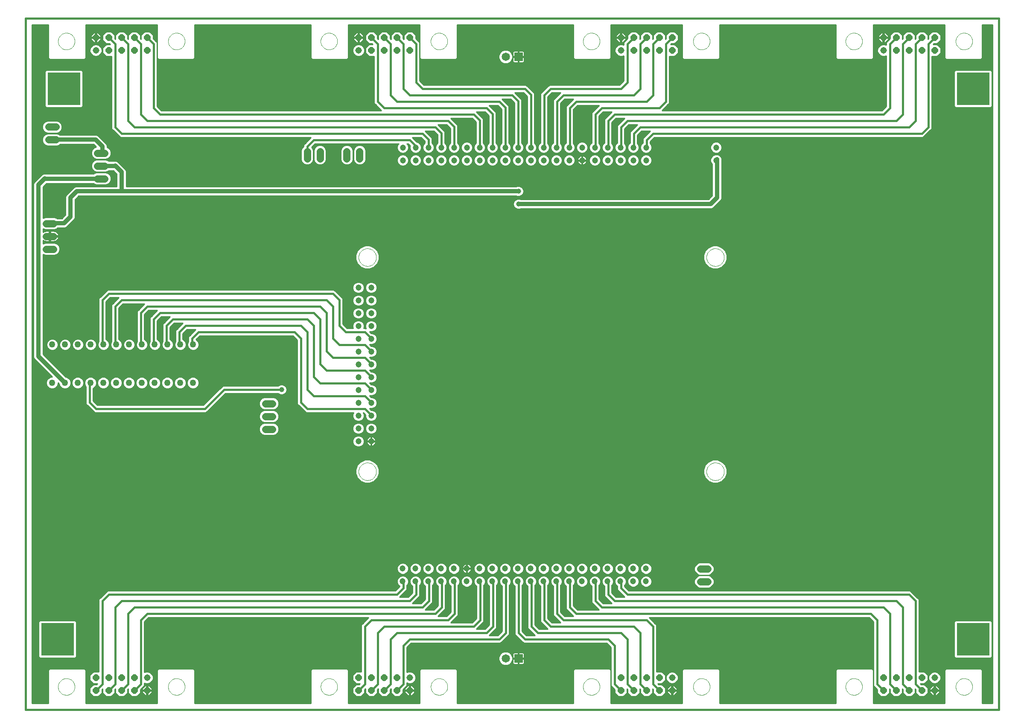
<source format=gtl>
G75*
G70*
%OFA0B0*%
%FSLAX24Y24*%
%IPPOS*%
%LPD*%
%AMOC8*
5,1,8,0,0,1.08239X$1,22.5*
%
%ADD10C,0.0160*%
%ADD11C,0.0500*%
%ADD12C,0.0517*%
%ADD13OC8,0.0517*%
%ADD14C,0.0000*%
%ADD15C,0.0557*%
%ADD16C,0.0472*%
%ADD17R,0.0650X0.0650*%
%ADD18C,0.0650*%
%ADD19C,0.0394*%
%ADD20C,0.0100*%
%ADD21C,0.0320*%
%ADD22R,0.2540X0.2540*%
D10*
X000893Y005033D02*
X076893Y005033D01*
X076893Y059033D01*
X000893Y059033D01*
X000893Y005033D01*
X006393Y006533D02*
X006893Y007033D01*
X006893Y013533D01*
X007393Y014033D01*
X029893Y014033D01*
X030393Y014533D01*
X030393Y015025D01*
X030357Y015061D01*
X031357Y015061D02*
X031393Y015025D01*
X031393Y014033D01*
X030893Y013533D01*
X008393Y013533D01*
X007893Y013033D01*
X007893Y007033D01*
X007393Y006533D01*
X008393Y006533D02*
X008893Y007033D01*
X008893Y012533D01*
X009393Y013033D01*
X031893Y013033D01*
X032393Y013533D01*
X032393Y015025D01*
X032357Y015061D01*
X033357Y015061D02*
X033393Y015025D01*
X033393Y013033D01*
X032893Y012533D01*
X010393Y012533D01*
X009893Y012033D01*
X009893Y007033D01*
X009393Y006533D01*
X026903Y006543D02*
X026903Y006533D01*
X026903Y006543D02*
X027393Y007033D01*
X027393Y011533D01*
X027893Y012033D01*
X033893Y012033D01*
X034393Y012533D01*
X034393Y015025D01*
X034357Y015061D01*
X036357Y015061D02*
X036393Y015025D01*
X036393Y012033D01*
X035893Y011533D01*
X028893Y011533D01*
X028393Y011033D01*
X028393Y007033D01*
X027903Y006543D01*
X027903Y006533D01*
X028903Y006543D02*
X028903Y006533D01*
X028903Y006543D02*
X029393Y007033D01*
X029393Y010533D01*
X029893Y011033D01*
X036893Y011033D01*
X037393Y011533D01*
X037393Y015025D01*
X037357Y015061D01*
X038357Y015061D02*
X038393Y015025D01*
X038393Y011033D01*
X037893Y010533D01*
X030893Y010533D01*
X030393Y010033D01*
X030393Y007033D01*
X029903Y006543D01*
X029903Y006533D01*
X039393Y011033D02*
X039393Y015025D01*
X039357Y015061D01*
X040357Y015061D02*
X040393Y015025D01*
X040393Y011533D01*
X040893Y011033D01*
X047393Y011033D01*
X047893Y010533D01*
X047893Y007033D01*
X048393Y006533D01*
X048893Y007033D02*
X049393Y006533D01*
X049893Y007033D02*
X050393Y006533D01*
X049893Y007033D02*
X049893Y011533D01*
X049393Y012033D01*
X042893Y012033D01*
X042393Y012533D01*
X042393Y015025D01*
X042357Y015061D01*
X041393Y015025D02*
X041393Y012033D01*
X041893Y011533D01*
X048393Y011533D01*
X048893Y011033D01*
X048893Y007033D01*
X047393Y006533D02*
X046893Y007033D01*
X046893Y010033D01*
X046393Y010533D01*
X039893Y010533D01*
X039393Y011033D01*
X043393Y013033D02*
X043893Y012533D01*
X066893Y012533D01*
X067393Y012033D01*
X067393Y007033D01*
X067893Y006533D01*
X068393Y007033D02*
X068893Y006533D01*
X069393Y007033D02*
X069893Y006533D01*
X070393Y007033D02*
X070893Y006533D01*
X070393Y007033D02*
X070393Y013533D01*
X069893Y014033D01*
X047893Y014033D01*
X047393Y014533D01*
X047393Y015025D01*
X047357Y015061D01*
X046393Y015025D02*
X046393Y014033D01*
X046893Y013533D01*
X068893Y013533D01*
X069393Y013033D01*
X069393Y007033D01*
X068393Y007033D02*
X068393Y012533D01*
X067893Y013033D01*
X045893Y013033D01*
X045393Y013533D01*
X045393Y015025D01*
X045357Y015061D01*
X046357Y015061D02*
X046393Y015025D01*
X043393Y015025D02*
X043393Y013033D01*
X043393Y015025D02*
X043357Y015061D01*
X041393Y015025D02*
X041357Y015061D01*
X027893Y027998D02*
X027893Y028033D01*
X027393Y028533D01*
X022893Y028533D01*
X022393Y029033D01*
X022393Y034033D01*
X021893Y034533D01*
X014393Y034533D01*
X013893Y034033D01*
X013893Y033647D01*
X013990Y033549D01*
X012990Y033549D02*
X012893Y033647D01*
X012893Y034533D01*
X013393Y035033D01*
X022393Y035033D01*
X022893Y034533D01*
X022893Y030033D01*
X023393Y029533D01*
X027393Y029533D01*
X027893Y029033D01*
X027893Y028998D01*
X027893Y029998D02*
X027893Y030033D01*
X027393Y030533D01*
X023893Y030533D01*
X023393Y031033D01*
X023393Y035033D01*
X022893Y035533D01*
X012393Y035533D01*
X011893Y035033D01*
X011893Y033647D01*
X011990Y033549D01*
X010990Y033549D02*
X010893Y033647D01*
X010893Y035533D01*
X011393Y036033D01*
X023393Y036033D01*
X023893Y035533D01*
X023893Y032033D01*
X024393Y031533D01*
X027393Y031533D01*
X027893Y031033D01*
X027893Y030998D01*
X027893Y031998D02*
X027893Y032033D01*
X027393Y032533D01*
X024893Y032533D01*
X024393Y033033D01*
X024393Y036033D01*
X023893Y036533D01*
X010393Y036533D01*
X009893Y036033D01*
X009893Y033647D01*
X009990Y033549D01*
X007990Y033549D02*
X007893Y033647D01*
X007893Y036533D01*
X008393Y037033D01*
X024393Y037033D01*
X024893Y036533D01*
X024893Y034033D01*
X025393Y033533D01*
X027393Y033533D01*
X027893Y033033D01*
X027893Y032998D01*
X027893Y033998D02*
X027893Y034033D01*
X027393Y034533D01*
X025893Y034533D01*
X025393Y035033D01*
X025393Y037033D01*
X024893Y037533D01*
X007393Y037533D01*
X006893Y037033D01*
X006893Y033647D01*
X006990Y033549D01*
X005975Y030557D02*
X005893Y030533D01*
X005893Y029033D01*
X006393Y028533D01*
X014893Y028533D01*
X016393Y030033D01*
X020893Y030033D01*
X022893Y048360D02*
X022893Y049033D01*
X023393Y049533D01*
X030893Y049533D01*
X031361Y049065D01*
X031361Y048943D01*
X032361Y048943D02*
X032361Y049565D01*
X031893Y050033D01*
X008393Y050033D01*
X007893Y050533D01*
X007893Y057033D01*
X007393Y057533D01*
X008393Y057533D02*
X008893Y057033D01*
X008893Y051033D01*
X009393Y050533D01*
X032893Y050533D01*
X033361Y050065D01*
X033361Y048943D01*
X034361Y048943D02*
X034361Y050565D01*
X033893Y051033D01*
X010393Y051033D01*
X009893Y051533D01*
X009893Y057033D01*
X009393Y057533D01*
X010393Y057533D02*
X010893Y057033D01*
X010893Y052033D01*
X011393Y051533D01*
X035893Y051533D01*
X036361Y051065D01*
X036361Y048943D01*
X037361Y048943D02*
X037361Y051565D01*
X036893Y052033D01*
X028893Y052033D01*
X028393Y052533D01*
X028393Y057040D01*
X027900Y057533D01*
X028900Y057533D02*
X029393Y057040D01*
X029393Y053033D01*
X029893Y052533D01*
X037893Y052533D01*
X038361Y052065D01*
X038361Y048943D01*
X039361Y048943D02*
X039361Y052565D01*
X038893Y053033D01*
X030893Y053033D01*
X030393Y053533D01*
X030393Y057040D01*
X029900Y057533D01*
X030900Y057533D02*
X031393Y057040D01*
X031393Y054033D01*
X031893Y053533D01*
X039893Y053533D01*
X040361Y053065D01*
X040361Y048943D01*
X041361Y048943D02*
X041393Y048974D01*
X041393Y053033D01*
X041893Y053533D01*
X047393Y053533D01*
X047893Y054033D01*
X047893Y057033D01*
X048393Y057533D01*
X048893Y057033D02*
X049393Y057533D01*
X049893Y057033D02*
X050393Y057533D01*
X050893Y057033D02*
X051393Y057533D01*
X050893Y057033D02*
X050893Y052533D01*
X050393Y052033D01*
X045893Y052033D01*
X045393Y051533D01*
X045393Y048974D01*
X045361Y048943D01*
X046361Y048943D02*
X046393Y048974D01*
X046393Y051033D01*
X046893Y051533D01*
X067893Y051533D01*
X068393Y052033D01*
X068393Y057033D01*
X068893Y057533D01*
X069393Y057033D02*
X069893Y057533D01*
X070393Y057033D02*
X070893Y057533D01*
X071393Y057033D02*
X071893Y057533D01*
X071393Y057033D02*
X071393Y050533D01*
X070893Y050033D01*
X049893Y050033D01*
X049393Y049533D01*
X049393Y048974D01*
X049361Y048943D01*
X048393Y048974D02*
X048393Y050033D01*
X048893Y050533D01*
X069893Y050533D01*
X070393Y051033D01*
X070393Y057033D01*
X069393Y057033D02*
X069393Y051533D01*
X068893Y051033D01*
X047893Y051033D01*
X047393Y050533D01*
X047393Y048974D01*
X047361Y048943D01*
X048361Y048943D02*
X048393Y048974D01*
X049393Y052533D02*
X049893Y053033D01*
X049893Y057033D01*
X048893Y057033D02*
X048893Y053533D01*
X048393Y053033D01*
X042893Y053033D01*
X042393Y052533D01*
X042393Y048974D01*
X042361Y048943D01*
X043361Y048943D02*
X043393Y048974D01*
X043393Y052033D01*
X043893Y052533D01*
X049393Y052533D01*
D11*
X013990Y033549D03*
X012990Y033549D03*
X011990Y033549D03*
X010990Y033549D03*
X009990Y033549D03*
X008990Y033549D03*
X007990Y033549D03*
X006990Y033549D03*
X005990Y033549D03*
X004990Y033549D03*
X003990Y033549D03*
X002990Y033549D03*
X002975Y030557D03*
X003975Y030557D03*
X004975Y030557D03*
X005975Y030557D03*
X006975Y030557D03*
X007975Y030557D03*
X008975Y030557D03*
X009975Y030557D03*
X010975Y030557D03*
X011975Y030557D03*
X012975Y030557D03*
X013975Y030557D03*
D12*
X010393Y007533D03*
X030903Y007533D03*
X051393Y007533D03*
X071893Y007533D03*
X067893Y056533D03*
X047393Y056533D03*
X026900Y056533D03*
X006393Y056533D03*
D13*
X007393Y056533D03*
X008393Y056533D03*
X008393Y057533D03*
X007393Y057533D03*
X006393Y057533D03*
X009393Y057533D03*
X010393Y057533D03*
X010393Y056533D03*
X009393Y056533D03*
X026900Y057533D03*
X027900Y057533D03*
X028900Y057533D03*
X029900Y057533D03*
X029900Y056533D03*
X028900Y056533D03*
X027900Y056533D03*
X030900Y056533D03*
X030900Y057533D03*
X047393Y057533D03*
X048393Y057533D03*
X048393Y056533D03*
X049393Y056533D03*
X050393Y056533D03*
X051393Y056533D03*
X051393Y057533D03*
X050393Y057533D03*
X049393Y057533D03*
X067893Y057533D03*
X068893Y057533D03*
X069893Y057533D03*
X070893Y057533D03*
X070893Y056533D03*
X069893Y056533D03*
X068893Y056533D03*
X071893Y056533D03*
X071893Y057533D03*
X070893Y007533D03*
X070893Y006533D03*
X069893Y006533D03*
X069893Y007533D03*
X068893Y007533D03*
X068893Y006533D03*
X067893Y006533D03*
X067893Y007533D03*
X071893Y006533D03*
X051393Y006533D03*
X050393Y006533D03*
X050393Y007533D03*
X049393Y007533D03*
X049393Y006533D03*
X048393Y006533D03*
X048393Y007533D03*
X047393Y007533D03*
X047393Y006533D03*
X030903Y006533D03*
X029903Y006533D03*
X029903Y007533D03*
X028903Y007533D03*
X028903Y006533D03*
X027903Y006533D03*
X027903Y007533D03*
X026903Y007533D03*
X026903Y006533D03*
X010393Y006533D03*
X009393Y006533D03*
X009393Y007533D03*
X008393Y007533D03*
X008393Y006533D03*
X007393Y006533D03*
X007393Y007533D03*
X006393Y007533D03*
X006393Y006533D03*
D14*
X003443Y006823D02*
X003445Y006873D01*
X003451Y006923D01*
X003461Y006973D01*
X003474Y007021D01*
X003491Y007069D01*
X003512Y007115D01*
X003536Y007159D01*
X003564Y007201D01*
X003595Y007241D01*
X003629Y007278D01*
X003666Y007313D01*
X003705Y007344D01*
X003746Y007373D01*
X003790Y007398D01*
X003836Y007420D01*
X003883Y007438D01*
X003931Y007452D01*
X003980Y007463D01*
X004030Y007470D01*
X004080Y007473D01*
X004131Y007472D01*
X004181Y007467D01*
X004231Y007458D01*
X004279Y007446D01*
X004327Y007429D01*
X004373Y007409D01*
X004418Y007386D01*
X004461Y007359D01*
X004501Y007329D01*
X004539Y007296D01*
X004574Y007260D01*
X004607Y007221D01*
X004636Y007180D01*
X004662Y007137D01*
X004685Y007092D01*
X004704Y007045D01*
X004719Y006997D01*
X004731Y006948D01*
X004739Y006898D01*
X004743Y006848D01*
X004743Y006798D01*
X004739Y006748D01*
X004731Y006698D01*
X004719Y006649D01*
X004704Y006601D01*
X004685Y006554D01*
X004662Y006509D01*
X004636Y006466D01*
X004607Y006425D01*
X004574Y006386D01*
X004539Y006350D01*
X004501Y006317D01*
X004461Y006287D01*
X004418Y006260D01*
X004373Y006237D01*
X004327Y006217D01*
X004279Y006200D01*
X004231Y006188D01*
X004181Y006179D01*
X004131Y006174D01*
X004080Y006173D01*
X004030Y006176D01*
X003980Y006183D01*
X003931Y006194D01*
X003883Y006208D01*
X003836Y006226D01*
X003790Y006248D01*
X003746Y006273D01*
X003705Y006302D01*
X003666Y006333D01*
X003629Y006368D01*
X003595Y006405D01*
X003564Y006445D01*
X003536Y006487D01*
X003512Y006531D01*
X003491Y006577D01*
X003474Y006625D01*
X003461Y006673D01*
X003451Y006723D01*
X003445Y006773D01*
X003443Y006823D01*
X012043Y006823D02*
X012045Y006873D01*
X012051Y006923D01*
X012061Y006973D01*
X012074Y007021D01*
X012091Y007069D01*
X012112Y007115D01*
X012136Y007159D01*
X012164Y007201D01*
X012195Y007241D01*
X012229Y007278D01*
X012266Y007313D01*
X012305Y007344D01*
X012346Y007373D01*
X012390Y007398D01*
X012436Y007420D01*
X012483Y007438D01*
X012531Y007452D01*
X012580Y007463D01*
X012630Y007470D01*
X012680Y007473D01*
X012731Y007472D01*
X012781Y007467D01*
X012831Y007458D01*
X012879Y007446D01*
X012927Y007429D01*
X012973Y007409D01*
X013018Y007386D01*
X013061Y007359D01*
X013101Y007329D01*
X013139Y007296D01*
X013174Y007260D01*
X013207Y007221D01*
X013236Y007180D01*
X013262Y007137D01*
X013285Y007092D01*
X013304Y007045D01*
X013319Y006997D01*
X013331Y006948D01*
X013339Y006898D01*
X013343Y006848D01*
X013343Y006798D01*
X013339Y006748D01*
X013331Y006698D01*
X013319Y006649D01*
X013304Y006601D01*
X013285Y006554D01*
X013262Y006509D01*
X013236Y006466D01*
X013207Y006425D01*
X013174Y006386D01*
X013139Y006350D01*
X013101Y006317D01*
X013061Y006287D01*
X013018Y006260D01*
X012973Y006237D01*
X012927Y006217D01*
X012879Y006200D01*
X012831Y006188D01*
X012781Y006179D01*
X012731Y006174D01*
X012680Y006173D01*
X012630Y006176D01*
X012580Y006183D01*
X012531Y006194D01*
X012483Y006208D01*
X012436Y006226D01*
X012390Y006248D01*
X012346Y006273D01*
X012305Y006302D01*
X012266Y006333D01*
X012229Y006368D01*
X012195Y006405D01*
X012164Y006445D01*
X012136Y006487D01*
X012112Y006531D01*
X012091Y006577D01*
X012074Y006625D01*
X012061Y006673D01*
X012051Y006723D01*
X012045Y006773D01*
X012043Y006823D01*
X023953Y006823D02*
X023955Y006873D01*
X023961Y006923D01*
X023971Y006973D01*
X023984Y007021D01*
X024001Y007069D01*
X024022Y007115D01*
X024046Y007159D01*
X024074Y007201D01*
X024105Y007241D01*
X024139Y007278D01*
X024176Y007313D01*
X024215Y007344D01*
X024256Y007373D01*
X024300Y007398D01*
X024346Y007420D01*
X024393Y007438D01*
X024441Y007452D01*
X024490Y007463D01*
X024540Y007470D01*
X024590Y007473D01*
X024641Y007472D01*
X024691Y007467D01*
X024741Y007458D01*
X024789Y007446D01*
X024837Y007429D01*
X024883Y007409D01*
X024928Y007386D01*
X024971Y007359D01*
X025011Y007329D01*
X025049Y007296D01*
X025084Y007260D01*
X025117Y007221D01*
X025146Y007180D01*
X025172Y007137D01*
X025195Y007092D01*
X025214Y007045D01*
X025229Y006997D01*
X025241Y006948D01*
X025249Y006898D01*
X025253Y006848D01*
X025253Y006798D01*
X025249Y006748D01*
X025241Y006698D01*
X025229Y006649D01*
X025214Y006601D01*
X025195Y006554D01*
X025172Y006509D01*
X025146Y006466D01*
X025117Y006425D01*
X025084Y006386D01*
X025049Y006350D01*
X025011Y006317D01*
X024971Y006287D01*
X024928Y006260D01*
X024883Y006237D01*
X024837Y006217D01*
X024789Y006200D01*
X024741Y006188D01*
X024691Y006179D01*
X024641Y006174D01*
X024590Y006173D01*
X024540Y006176D01*
X024490Y006183D01*
X024441Y006194D01*
X024393Y006208D01*
X024346Y006226D01*
X024300Y006248D01*
X024256Y006273D01*
X024215Y006302D01*
X024176Y006333D01*
X024139Y006368D01*
X024105Y006405D01*
X024074Y006445D01*
X024046Y006487D01*
X024022Y006531D01*
X024001Y006577D01*
X023984Y006625D01*
X023971Y006673D01*
X023961Y006723D01*
X023955Y006773D01*
X023953Y006823D01*
X032553Y006823D02*
X032555Y006873D01*
X032561Y006923D01*
X032571Y006973D01*
X032584Y007021D01*
X032601Y007069D01*
X032622Y007115D01*
X032646Y007159D01*
X032674Y007201D01*
X032705Y007241D01*
X032739Y007278D01*
X032776Y007313D01*
X032815Y007344D01*
X032856Y007373D01*
X032900Y007398D01*
X032946Y007420D01*
X032993Y007438D01*
X033041Y007452D01*
X033090Y007463D01*
X033140Y007470D01*
X033190Y007473D01*
X033241Y007472D01*
X033291Y007467D01*
X033341Y007458D01*
X033389Y007446D01*
X033437Y007429D01*
X033483Y007409D01*
X033528Y007386D01*
X033571Y007359D01*
X033611Y007329D01*
X033649Y007296D01*
X033684Y007260D01*
X033717Y007221D01*
X033746Y007180D01*
X033772Y007137D01*
X033795Y007092D01*
X033814Y007045D01*
X033829Y006997D01*
X033841Y006948D01*
X033849Y006898D01*
X033853Y006848D01*
X033853Y006798D01*
X033849Y006748D01*
X033841Y006698D01*
X033829Y006649D01*
X033814Y006601D01*
X033795Y006554D01*
X033772Y006509D01*
X033746Y006466D01*
X033717Y006425D01*
X033684Y006386D01*
X033649Y006350D01*
X033611Y006317D01*
X033571Y006287D01*
X033528Y006260D01*
X033483Y006237D01*
X033437Y006217D01*
X033389Y006200D01*
X033341Y006188D01*
X033291Y006179D01*
X033241Y006174D01*
X033190Y006173D01*
X033140Y006176D01*
X033090Y006183D01*
X033041Y006194D01*
X032993Y006208D01*
X032946Y006226D01*
X032900Y006248D01*
X032856Y006273D01*
X032815Y006302D01*
X032776Y006333D01*
X032739Y006368D01*
X032705Y006405D01*
X032674Y006445D01*
X032646Y006487D01*
X032622Y006531D01*
X032601Y006577D01*
X032584Y006625D01*
X032571Y006673D01*
X032561Y006723D01*
X032555Y006773D01*
X032553Y006823D01*
X044443Y006823D02*
X044445Y006873D01*
X044451Y006923D01*
X044461Y006973D01*
X044474Y007021D01*
X044491Y007069D01*
X044512Y007115D01*
X044536Y007159D01*
X044564Y007201D01*
X044595Y007241D01*
X044629Y007278D01*
X044666Y007313D01*
X044705Y007344D01*
X044746Y007373D01*
X044790Y007398D01*
X044836Y007420D01*
X044883Y007438D01*
X044931Y007452D01*
X044980Y007463D01*
X045030Y007470D01*
X045080Y007473D01*
X045131Y007472D01*
X045181Y007467D01*
X045231Y007458D01*
X045279Y007446D01*
X045327Y007429D01*
X045373Y007409D01*
X045418Y007386D01*
X045461Y007359D01*
X045501Y007329D01*
X045539Y007296D01*
X045574Y007260D01*
X045607Y007221D01*
X045636Y007180D01*
X045662Y007137D01*
X045685Y007092D01*
X045704Y007045D01*
X045719Y006997D01*
X045731Y006948D01*
X045739Y006898D01*
X045743Y006848D01*
X045743Y006798D01*
X045739Y006748D01*
X045731Y006698D01*
X045719Y006649D01*
X045704Y006601D01*
X045685Y006554D01*
X045662Y006509D01*
X045636Y006466D01*
X045607Y006425D01*
X045574Y006386D01*
X045539Y006350D01*
X045501Y006317D01*
X045461Y006287D01*
X045418Y006260D01*
X045373Y006237D01*
X045327Y006217D01*
X045279Y006200D01*
X045231Y006188D01*
X045181Y006179D01*
X045131Y006174D01*
X045080Y006173D01*
X045030Y006176D01*
X044980Y006183D01*
X044931Y006194D01*
X044883Y006208D01*
X044836Y006226D01*
X044790Y006248D01*
X044746Y006273D01*
X044705Y006302D01*
X044666Y006333D01*
X044629Y006368D01*
X044595Y006405D01*
X044564Y006445D01*
X044536Y006487D01*
X044512Y006531D01*
X044491Y006577D01*
X044474Y006625D01*
X044461Y006673D01*
X044451Y006723D01*
X044445Y006773D01*
X044443Y006823D01*
X053043Y006823D02*
X053045Y006873D01*
X053051Y006923D01*
X053061Y006973D01*
X053074Y007021D01*
X053091Y007069D01*
X053112Y007115D01*
X053136Y007159D01*
X053164Y007201D01*
X053195Y007241D01*
X053229Y007278D01*
X053266Y007313D01*
X053305Y007344D01*
X053346Y007373D01*
X053390Y007398D01*
X053436Y007420D01*
X053483Y007438D01*
X053531Y007452D01*
X053580Y007463D01*
X053630Y007470D01*
X053680Y007473D01*
X053731Y007472D01*
X053781Y007467D01*
X053831Y007458D01*
X053879Y007446D01*
X053927Y007429D01*
X053973Y007409D01*
X054018Y007386D01*
X054061Y007359D01*
X054101Y007329D01*
X054139Y007296D01*
X054174Y007260D01*
X054207Y007221D01*
X054236Y007180D01*
X054262Y007137D01*
X054285Y007092D01*
X054304Y007045D01*
X054319Y006997D01*
X054331Y006948D01*
X054339Y006898D01*
X054343Y006848D01*
X054343Y006798D01*
X054339Y006748D01*
X054331Y006698D01*
X054319Y006649D01*
X054304Y006601D01*
X054285Y006554D01*
X054262Y006509D01*
X054236Y006466D01*
X054207Y006425D01*
X054174Y006386D01*
X054139Y006350D01*
X054101Y006317D01*
X054061Y006287D01*
X054018Y006260D01*
X053973Y006237D01*
X053927Y006217D01*
X053879Y006200D01*
X053831Y006188D01*
X053781Y006179D01*
X053731Y006174D01*
X053680Y006173D01*
X053630Y006176D01*
X053580Y006183D01*
X053531Y006194D01*
X053483Y006208D01*
X053436Y006226D01*
X053390Y006248D01*
X053346Y006273D01*
X053305Y006302D01*
X053266Y006333D01*
X053229Y006368D01*
X053195Y006405D01*
X053164Y006445D01*
X053136Y006487D01*
X053112Y006531D01*
X053091Y006577D01*
X053074Y006625D01*
X053061Y006673D01*
X053051Y006723D01*
X053045Y006773D01*
X053043Y006823D01*
X064943Y006823D02*
X064945Y006873D01*
X064951Y006923D01*
X064961Y006973D01*
X064974Y007021D01*
X064991Y007069D01*
X065012Y007115D01*
X065036Y007159D01*
X065064Y007201D01*
X065095Y007241D01*
X065129Y007278D01*
X065166Y007313D01*
X065205Y007344D01*
X065246Y007373D01*
X065290Y007398D01*
X065336Y007420D01*
X065383Y007438D01*
X065431Y007452D01*
X065480Y007463D01*
X065530Y007470D01*
X065580Y007473D01*
X065631Y007472D01*
X065681Y007467D01*
X065731Y007458D01*
X065779Y007446D01*
X065827Y007429D01*
X065873Y007409D01*
X065918Y007386D01*
X065961Y007359D01*
X066001Y007329D01*
X066039Y007296D01*
X066074Y007260D01*
X066107Y007221D01*
X066136Y007180D01*
X066162Y007137D01*
X066185Y007092D01*
X066204Y007045D01*
X066219Y006997D01*
X066231Y006948D01*
X066239Y006898D01*
X066243Y006848D01*
X066243Y006798D01*
X066239Y006748D01*
X066231Y006698D01*
X066219Y006649D01*
X066204Y006601D01*
X066185Y006554D01*
X066162Y006509D01*
X066136Y006466D01*
X066107Y006425D01*
X066074Y006386D01*
X066039Y006350D01*
X066001Y006317D01*
X065961Y006287D01*
X065918Y006260D01*
X065873Y006237D01*
X065827Y006217D01*
X065779Y006200D01*
X065731Y006188D01*
X065681Y006179D01*
X065631Y006174D01*
X065580Y006173D01*
X065530Y006176D01*
X065480Y006183D01*
X065431Y006194D01*
X065383Y006208D01*
X065336Y006226D01*
X065290Y006248D01*
X065246Y006273D01*
X065205Y006302D01*
X065166Y006333D01*
X065129Y006368D01*
X065095Y006405D01*
X065064Y006445D01*
X065036Y006487D01*
X065012Y006531D01*
X064991Y006577D01*
X064974Y006625D01*
X064961Y006673D01*
X064951Y006723D01*
X064945Y006773D01*
X064943Y006823D01*
X073543Y006823D02*
X073545Y006873D01*
X073551Y006923D01*
X073561Y006973D01*
X073574Y007021D01*
X073591Y007069D01*
X073612Y007115D01*
X073636Y007159D01*
X073664Y007201D01*
X073695Y007241D01*
X073729Y007278D01*
X073766Y007313D01*
X073805Y007344D01*
X073846Y007373D01*
X073890Y007398D01*
X073936Y007420D01*
X073983Y007438D01*
X074031Y007452D01*
X074080Y007463D01*
X074130Y007470D01*
X074180Y007473D01*
X074231Y007472D01*
X074281Y007467D01*
X074331Y007458D01*
X074379Y007446D01*
X074427Y007429D01*
X074473Y007409D01*
X074518Y007386D01*
X074561Y007359D01*
X074601Y007329D01*
X074639Y007296D01*
X074674Y007260D01*
X074707Y007221D01*
X074736Y007180D01*
X074762Y007137D01*
X074785Y007092D01*
X074804Y007045D01*
X074819Y006997D01*
X074831Y006948D01*
X074839Y006898D01*
X074843Y006848D01*
X074843Y006798D01*
X074839Y006748D01*
X074831Y006698D01*
X074819Y006649D01*
X074804Y006601D01*
X074785Y006554D01*
X074762Y006509D01*
X074736Y006466D01*
X074707Y006425D01*
X074674Y006386D01*
X074639Y006350D01*
X074601Y006317D01*
X074561Y006287D01*
X074518Y006260D01*
X074473Y006237D01*
X074427Y006217D01*
X074379Y006200D01*
X074331Y006188D01*
X074281Y006179D01*
X074231Y006174D01*
X074180Y006173D01*
X074130Y006176D01*
X074080Y006183D01*
X074031Y006194D01*
X073983Y006208D01*
X073936Y006226D01*
X073890Y006248D01*
X073846Y006273D01*
X073805Y006302D01*
X073766Y006333D01*
X073729Y006368D01*
X073695Y006405D01*
X073664Y006445D01*
X073636Y006487D01*
X073612Y006531D01*
X073591Y006577D01*
X073574Y006625D01*
X073561Y006673D01*
X073551Y006723D01*
X073545Y006773D01*
X073543Y006823D01*
X054078Y023636D02*
X054080Y023688D01*
X054086Y023740D01*
X054096Y023791D01*
X054109Y023841D01*
X054127Y023891D01*
X054148Y023938D01*
X054172Y023984D01*
X054201Y024028D01*
X054232Y024070D01*
X054266Y024109D01*
X054303Y024146D01*
X054343Y024179D01*
X054386Y024210D01*
X054430Y024237D01*
X054476Y024261D01*
X054525Y024281D01*
X054574Y024297D01*
X054625Y024310D01*
X054676Y024319D01*
X054728Y024324D01*
X054780Y024325D01*
X054832Y024322D01*
X054884Y024315D01*
X054935Y024304D01*
X054985Y024290D01*
X055034Y024271D01*
X055081Y024249D01*
X055126Y024224D01*
X055170Y024195D01*
X055211Y024163D01*
X055250Y024128D01*
X055285Y024090D01*
X055318Y024049D01*
X055348Y024007D01*
X055374Y023962D01*
X055397Y023915D01*
X055416Y023866D01*
X055432Y023816D01*
X055444Y023766D01*
X055452Y023714D01*
X055456Y023662D01*
X055456Y023610D01*
X055452Y023558D01*
X055444Y023506D01*
X055432Y023456D01*
X055416Y023406D01*
X055397Y023357D01*
X055374Y023310D01*
X055348Y023265D01*
X055318Y023223D01*
X055285Y023182D01*
X055250Y023144D01*
X055211Y023109D01*
X055170Y023077D01*
X055126Y023048D01*
X055081Y023023D01*
X055034Y023001D01*
X054985Y022982D01*
X054935Y022968D01*
X054884Y022957D01*
X054832Y022950D01*
X054780Y022947D01*
X054728Y022948D01*
X054676Y022953D01*
X054625Y022962D01*
X054574Y022975D01*
X054525Y022991D01*
X054476Y023011D01*
X054430Y023035D01*
X054386Y023062D01*
X054343Y023093D01*
X054303Y023126D01*
X054266Y023163D01*
X054232Y023202D01*
X054201Y023244D01*
X054172Y023288D01*
X054148Y023334D01*
X054127Y023381D01*
X054109Y023431D01*
X054096Y023481D01*
X054086Y023532D01*
X054080Y023584D01*
X054078Y023636D01*
X054078Y040368D02*
X054080Y040420D01*
X054086Y040472D01*
X054096Y040523D01*
X054109Y040573D01*
X054127Y040623D01*
X054148Y040670D01*
X054172Y040716D01*
X054201Y040760D01*
X054232Y040802D01*
X054266Y040841D01*
X054303Y040878D01*
X054343Y040911D01*
X054386Y040942D01*
X054430Y040969D01*
X054476Y040993D01*
X054525Y041013D01*
X054574Y041029D01*
X054625Y041042D01*
X054676Y041051D01*
X054728Y041056D01*
X054780Y041057D01*
X054832Y041054D01*
X054884Y041047D01*
X054935Y041036D01*
X054985Y041022D01*
X055034Y041003D01*
X055081Y040981D01*
X055126Y040956D01*
X055170Y040927D01*
X055211Y040895D01*
X055250Y040860D01*
X055285Y040822D01*
X055318Y040781D01*
X055348Y040739D01*
X055374Y040694D01*
X055397Y040647D01*
X055416Y040598D01*
X055432Y040548D01*
X055444Y040498D01*
X055452Y040446D01*
X055456Y040394D01*
X055456Y040342D01*
X055452Y040290D01*
X055444Y040238D01*
X055432Y040188D01*
X055416Y040138D01*
X055397Y040089D01*
X055374Y040042D01*
X055348Y039997D01*
X055318Y039955D01*
X055285Y039914D01*
X055250Y039876D01*
X055211Y039841D01*
X055170Y039809D01*
X055126Y039780D01*
X055081Y039755D01*
X055034Y039733D01*
X054985Y039714D01*
X054935Y039700D01*
X054884Y039689D01*
X054832Y039682D01*
X054780Y039679D01*
X054728Y039680D01*
X054676Y039685D01*
X054625Y039694D01*
X054574Y039707D01*
X054525Y039723D01*
X054476Y039743D01*
X054430Y039767D01*
X054386Y039794D01*
X054343Y039825D01*
X054303Y039858D01*
X054266Y039895D01*
X054232Y039934D01*
X054201Y039976D01*
X054172Y040020D01*
X054148Y040066D01*
X054127Y040113D01*
X054109Y040163D01*
X054096Y040213D01*
X054086Y040264D01*
X054080Y040316D01*
X054078Y040368D01*
X053043Y057243D02*
X053045Y057293D01*
X053051Y057343D01*
X053061Y057393D01*
X053074Y057441D01*
X053091Y057489D01*
X053112Y057535D01*
X053136Y057579D01*
X053164Y057621D01*
X053195Y057661D01*
X053229Y057698D01*
X053266Y057733D01*
X053305Y057764D01*
X053346Y057793D01*
X053390Y057818D01*
X053436Y057840D01*
X053483Y057858D01*
X053531Y057872D01*
X053580Y057883D01*
X053630Y057890D01*
X053680Y057893D01*
X053731Y057892D01*
X053781Y057887D01*
X053831Y057878D01*
X053879Y057866D01*
X053927Y057849D01*
X053973Y057829D01*
X054018Y057806D01*
X054061Y057779D01*
X054101Y057749D01*
X054139Y057716D01*
X054174Y057680D01*
X054207Y057641D01*
X054236Y057600D01*
X054262Y057557D01*
X054285Y057512D01*
X054304Y057465D01*
X054319Y057417D01*
X054331Y057368D01*
X054339Y057318D01*
X054343Y057268D01*
X054343Y057218D01*
X054339Y057168D01*
X054331Y057118D01*
X054319Y057069D01*
X054304Y057021D01*
X054285Y056974D01*
X054262Y056929D01*
X054236Y056886D01*
X054207Y056845D01*
X054174Y056806D01*
X054139Y056770D01*
X054101Y056737D01*
X054061Y056707D01*
X054018Y056680D01*
X053973Y056657D01*
X053927Y056637D01*
X053879Y056620D01*
X053831Y056608D01*
X053781Y056599D01*
X053731Y056594D01*
X053680Y056593D01*
X053630Y056596D01*
X053580Y056603D01*
X053531Y056614D01*
X053483Y056628D01*
X053436Y056646D01*
X053390Y056668D01*
X053346Y056693D01*
X053305Y056722D01*
X053266Y056753D01*
X053229Y056788D01*
X053195Y056825D01*
X053164Y056865D01*
X053136Y056907D01*
X053112Y056951D01*
X053091Y056997D01*
X053074Y057045D01*
X053061Y057093D01*
X053051Y057143D01*
X053045Y057193D01*
X053043Y057243D01*
X044443Y057243D02*
X044445Y057293D01*
X044451Y057343D01*
X044461Y057393D01*
X044474Y057441D01*
X044491Y057489D01*
X044512Y057535D01*
X044536Y057579D01*
X044564Y057621D01*
X044595Y057661D01*
X044629Y057698D01*
X044666Y057733D01*
X044705Y057764D01*
X044746Y057793D01*
X044790Y057818D01*
X044836Y057840D01*
X044883Y057858D01*
X044931Y057872D01*
X044980Y057883D01*
X045030Y057890D01*
X045080Y057893D01*
X045131Y057892D01*
X045181Y057887D01*
X045231Y057878D01*
X045279Y057866D01*
X045327Y057849D01*
X045373Y057829D01*
X045418Y057806D01*
X045461Y057779D01*
X045501Y057749D01*
X045539Y057716D01*
X045574Y057680D01*
X045607Y057641D01*
X045636Y057600D01*
X045662Y057557D01*
X045685Y057512D01*
X045704Y057465D01*
X045719Y057417D01*
X045731Y057368D01*
X045739Y057318D01*
X045743Y057268D01*
X045743Y057218D01*
X045739Y057168D01*
X045731Y057118D01*
X045719Y057069D01*
X045704Y057021D01*
X045685Y056974D01*
X045662Y056929D01*
X045636Y056886D01*
X045607Y056845D01*
X045574Y056806D01*
X045539Y056770D01*
X045501Y056737D01*
X045461Y056707D01*
X045418Y056680D01*
X045373Y056657D01*
X045327Y056637D01*
X045279Y056620D01*
X045231Y056608D01*
X045181Y056599D01*
X045131Y056594D01*
X045080Y056593D01*
X045030Y056596D01*
X044980Y056603D01*
X044931Y056614D01*
X044883Y056628D01*
X044836Y056646D01*
X044790Y056668D01*
X044746Y056693D01*
X044705Y056722D01*
X044666Y056753D01*
X044629Y056788D01*
X044595Y056825D01*
X044564Y056865D01*
X044536Y056907D01*
X044512Y056951D01*
X044491Y056997D01*
X044474Y057045D01*
X044461Y057093D01*
X044451Y057143D01*
X044445Y057193D01*
X044443Y057243D01*
X032550Y057243D02*
X032552Y057293D01*
X032558Y057343D01*
X032568Y057393D01*
X032581Y057441D01*
X032598Y057489D01*
X032619Y057535D01*
X032643Y057579D01*
X032671Y057621D01*
X032702Y057661D01*
X032736Y057698D01*
X032773Y057733D01*
X032812Y057764D01*
X032853Y057793D01*
X032897Y057818D01*
X032943Y057840D01*
X032990Y057858D01*
X033038Y057872D01*
X033087Y057883D01*
X033137Y057890D01*
X033187Y057893D01*
X033238Y057892D01*
X033288Y057887D01*
X033338Y057878D01*
X033386Y057866D01*
X033434Y057849D01*
X033480Y057829D01*
X033525Y057806D01*
X033568Y057779D01*
X033608Y057749D01*
X033646Y057716D01*
X033681Y057680D01*
X033714Y057641D01*
X033743Y057600D01*
X033769Y057557D01*
X033792Y057512D01*
X033811Y057465D01*
X033826Y057417D01*
X033838Y057368D01*
X033846Y057318D01*
X033850Y057268D01*
X033850Y057218D01*
X033846Y057168D01*
X033838Y057118D01*
X033826Y057069D01*
X033811Y057021D01*
X033792Y056974D01*
X033769Y056929D01*
X033743Y056886D01*
X033714Y056845D01*
X033681Y056806D01*
X033646Y056770D01*
X033608Y056737D01*
X033568Y056707D01*
X033525Y056680D01*
X033480Y056657D01*
X033434Y056637D01*
X033386Y056620D01*
X033338Y056608D01*
X033288Y056599D01*
X033238Y056594D01*
X033187Y056593D01*
X033137Y056596D01*
X033087Y056603D01*
X033038Y056614D01*
X032990Y056628D01*
X032943Y056646D01*
X032897Y056668D01*
X032853Y056693D01*
X032812Y056722D01*
X032773Y056753D01*
X032736Y056788D01*
X032702Y056825D01*
X032671Y056865D01*
X032643Y056907D01*
X032619Y056951D01*
X032598Y056997D01*
X032581Y057045D01*
X032568Y057093D01*
X032558Y057143D01*
X032552Y057193D01*
X032550Y057243D01*
X023950Y057243D02*
X023952Y057293D01*
X023958Y057343D01*
X023968Y057393D01*
X023981Y057441D01*
X023998Y057489D01*
X024019Y057535D01*
X024043Y057579D01*
X024071Y057621D01*
X024102Y057661D01*
X024136Y057698D01*
X024173Y057733D01*
X024212Y057764D01*
X024253Y057793D01*
X024297Y057818D01*
X024343Y057840D01*
X024390Y057858D01*
X024438Y057872D01*
X024487Y057883D01*
X024537Y057890D01*
X024587Y057893D01*
X024638Y057892D01*
X024688Y057887D01*
X024738Y057878D01*
X024786Y057866D01*
X024834Y057849D01*
X024880Y057829D01*
X024925Y057806D01*
X024968Y057779D01*
X025008Y057749D01*
X025046Y057716D01*
X025081Y057680D01*
X025114Y057641D01*
X025143Y057600D01*
X025169Y057557D01*
X025192Y057512D01*
X025211Y057465D01*
X025226Y057417D01*
X025238Y057368D01*
X025246Y057318D01*
X025250Y057268D01*
X025250Y057218D01*
X025246Y057168D01*
X025238Y057118D01*
X025226Y057069D01*
X025211Y057021D01*
X025192Y056974D01*
X025169Y056929D01*
X025143Y056886D01*
X025114Y056845D01*
X025081Y056806D01*
X025046Y056770D01*
X025008Y056737D01*
X024968Y056707D01*
X024925Y056680D01*
X024880Y056657D01*
X024834Y056637D01*
X024786Y056620D01*
X024738Y056608D01*
X024688Y056599D01*
X024638Y056594D01*
X024587Y056593D01*
X024537Y056596D01*
X024487Y056603D01*
X024438Y056614D01*
X024390Y056628D01*
X024343Y056646D01*
X024297Y056668D01*
X024253Y056693D01*
X024212Y056722D01*
X024173Y056753D01*
X024136Y056788D01*
X024102Y056825D01*
X024071Y056865D01*
X024043Y056907D01*
X024019Y056951D01*
X023998Y056997D01*
X023981Y057045D01*
X023968Y057093D01*
X023958Y057143D01*
X023952Y057193D01*
X023950Y057243D01*
X012043Y057243D02*
X012045Y057293D01*
X012051Y057343D01*
X012061Y057393D01*
X012074Y057441D01*
X012091Y057489D01*
X012112Y057535D01*
X012136Y057579D01*
X012164Y057621D01*
X012195Y057661D01*
X012229Y057698D01*
X012266Y057733D01*
X012305Y057764D01*
X012346Y057793D01*
X012390Y057818D01*
X012436Y057840D01*
X012483Y057858D01*
X012531Y057872D01*
X012580Y057883D01*
X012630Y057890D01*
X012680Y057893D01*
X012731Y057892D01*
X012781Y057887D01*
X012831Y057878D01*
X012879Y057866D01*
X012927Y057849D01*
X012973Y057829D01*
X013018Y057806D01*
X013061Y057779D01*
X013101Y057749D01*
X013139Y057716D01*
X013174Y057680D01*
X013207Y057641D01*
X013236Y057600D01*
X013262Y057557D01*
X013285Y057512D01*
X013304Y057465D01*
X013319Y057417D01*
X013331Y057368D01*
X013339Y057318D01*
X013343Y057268D01*
X013343Y057218D01*
X013339Y057168D01*
X013331Y057118D01*
X013319Y057069D01*
X013304Y057021D01*
X013285Y056974D01*
X013262Y056929D01*
X013236Y056886D01*
X013207Y056845D01*
X013174Y056806D01*
X013139Y056770D01*
X013101Y056737D01*
X013061Y056707D01*
X013018Y056680D01*
X012973Y056657D01*
X012927Y056637D01*
X012879Y056620D01*
X012831Y056608D01*
X012781Y056599D01*
X012731Y056594D01*
X012680Y056593D01*
X012630Y056596D01*
X012580Y056603D01*
X012531Y056614D01*
X012483Y056628D01*
X012436Y056646D01*
X012390Y056668D01*
X012346Y056693D01*
X012305Y056722D01*
X012266Y056753D01*
X012229Y056788D01*
X012195Y056825D01*
X012164Y056865D01*
X012136Y056907D01*
X012112Y056951D01*
X012091Y056997D01*
X012074Y057045D01*
X012061Y057093D01*
X012051Y057143D01*
X012045Y057193D01*
X012043Y057243D01*
X003443Y057243D02*
X003445Y057293D01*
X003451Y057343D01*
X003461Y057393D01*
X003474Y057441D01*
X003491Y057489D01*
X003512Y057535D01*
X003536Y057579D01*
X003564Y057621D01*
X003595Y057661D01*
X003629Y057698D01*
X003666Y057733D01*
X003705Y057764D01*
X003746Y057793D01*
X003790Y057818D01*
X003836Y057840D01*
X003883Y057858D01*
X003931Y057872D01*
X003980Y057883D01*
X004030Y057890D01*
X004080Y057893D01*
X004131Y057892D01*
X004181Y057887D01*
X004231Y057878D01*
X004279Y057866D01*
X004327Y057849D01*
X004373Y057829D01*
X004418Y057806D01*
X004461Y057779D01*
X004501Y057749D01*
X004539Y057716D01*
X004574Y057680D01*
X004607Y057641D01*
X004636Y057600D01*
X004662Y057557D01*
X004685Y057512D01*
X004704Y057465D01*
X004719Y057417D01*
X004731Y057368D01*
X004739Y057318D01*
X004743Y057268D01*
X004743Y057218D01*
X004739Y057168D01*
X004731Y057118D01*
X004719Y057069D01*
X004704Y057021D01*
X004685Y056974D01*
X004662Y056929D01*
X004636Y056886D01*
X004607Y056845D01*
X004574Y056806D01*
X004539Y056770D01*
X004501Y056737D01*
X004461Y056707D01*
X004418Y056680D01*
X004373Y056657D01*
X004327Y056637D01*
X004279Y056620D01*
X004231Y056608D01*
X004181Y056599D01*
X004131Y056594D01*
X004080Y056593D01*
X004030Y056596D01*
X003980Y056603D01*
X003931Y056614D01*
X003883Y056628D01*
X003836Y056646D01*
X003790Y056668D01*
X003746Y056693D01*
X003705Y056722D01*
X003666Y056753D01*
X003629Y056788D01*
X003595Y056825D01*
X003564Y056865D01*
X003536Y056907D01*
X003512Y056951D01*
X003491Y056997D01*
X003474Y057045D01*
X003461Y057093D01*
X003451Y057143D01*
X003445Y057193D01*
X003443Y057243D01*
X026912Y040368D02*
X026914Y040420D01*
X026920Y040472D01*
X026930Y040523D01*
X026943Y040573D01*
X026961Y040623D01*
X026982Y040670D01*
X027006Y040716D01*
X027035Y040760D01*
X027066Y040802D01*
X027100Y040841D01*
X027137Y040878D01*
X027177Y040911D01*
X027220Y040942D01*
X027264Y040969D01*
X027310Y040993D01*
X027359Y041013D01*
X027408Y041029D01*
X027459Y041042D01*
X027510Y041051D01*
X027562Y041056D01*
X027614Y041057D01*
X027666Y041054D01*
X027718Y041047D01*
X027769Y041036D01*
X027819Y041022D01*
X027868Y041003D01*
X027915Y040981D01*
X027960Y040956D01*
X028004Y040927D01*
X028045Y040895D01*
X028084Y040860D01*
X028119Y040822D01*
X028152Y040781D01*
X028182Y040739D01*
X028208Y040694D01*
X028231Y040647D01*
X028250Y040598D01*
X028266Y040548D01*
X028278Y040498D01*
X028286Y040446D01*
X028290Y040394D01*
X028290Y040342D01*
X028286Y040290D01*
X028278Y040238D01*
X028266Y040188D01*
X028250Y040138D01*
X028231Y040089D01*
X028208Y040042D01*
X028182Y039997D01*
X028152Y039955D01*
X028119Y039914D01*
X028084Y039876D01*
X028045Y039841D01*
X028004Y039809D01*
X027960Y039780D01*
X027915Y039755D01*
X027868Y039733D01*
X027819Y039714D01*
X027769Y039700D01*
X027718Y039689D01*
X027666Y039682D01*
X027614Y039679D01*
X027562Y039680D01*
X027510Y039685D01*
X027459Y039694D01*
X027408Y039707D01*
X027359Y039723D01*
X027310Y039743D01*
X027264Y039767D01*
X027220Y039794D01*
X027177Y039825D01*
X027137Y039858D01*
X027100Y039895D01*
X027066Y039934D01*
X027035Y039976D01*
X027006Y040020D01*
X026982Y040066D01*
X026961Y040113D01*
X026943Y040163D01*
X026930Y040213D01*
X026920Y040264D01*
X026914Y040316D01*
X026912Y040368D01*
X026912Y023636D02*
X026914Y023688D01*
X026920Y023740D01*
X026930Y023791D01*
X026943Y023841D01*
X026961Y023891D01*
X026982Y023938D01*
X027006Y023984D01*
X027035Y024028D01*
X027066Y024070D01*
X027100Y024109D01*
X027137Y024146D01*
X027177Y024179D01*
X027220Y024210D01*
X027264Y024237D01*
X027310Y024261D01*
X027359Y024281D01*
X027408Y024297D01*
X027459Y024310D01*
X027510Y024319D01*
X027562Y024324D01*
X027614Y024325D01*
X027666Y024322D01*
X027718Y024315D01*
X027769Y024304D01*
X027819Y024290D01*
X027868Y024271D01*
X027915Y024249D01*
X027960Y024224D01*
X028004Y024195D01*
X028045Y024163D01*
X028084Y024128D01*
X028119Y024090D01*
X028152Y024049D01*
X028182Y024007D01*
X028208Y023962D01*
X028231Y023915D01*
X028250Y023866D01*
X028266Y023816D01*
X028278Y023766D01*
X028286Y023714D01*
X028290Y023662D01*
X028290Y023610D01*
X028286Y023558D01*
X028278Y023506D01*
X028266Y023456D01*
X028250Y023406D01*
X028231Y023357D01*
X028208Y023310D01*
X028182Y023265D01*
X028152Y023223D01*
X028119Y023182D01*
X028084Y023144D01*
X028045Y023109D01*
X028004Y023077D01*
X027960Y023048D01*
X027915Y023023D01*
X027868Y023001D01*
X027819Y022982D01*
X027769Y022968D01*
X027718Y022957D01*
X027666Y022950D01*
X027614Y022947D01*
X027562Y022948D01*
X027510Y022953D01*
X027459Y022962D01*
X027408Y022975D01*
X027359Y022991D01*
X027310Y023011D01*
X027264Y023035D01*
X027220Y023062D01*
X027177Y023093D01*
X027137Y023126D01*
X027100Y023163D01*
X027066Y023202D01*
X027035Y023244D01*
X027006Y023288D01*
X026982Y023334D01*
X026961Y023381D01*
X026943Y023431D01*
X026930Y023481D01*
X026920Y023532D01*
X026914Y023584D01*
X026912Y023636D01*
X064943Y057243D02*
X064945Y057293D01*
X064951Y057343D01*
X064961Y057393D01*
X064974Y057441D01*
X064991Y057489D01*
X065012Y057535D01*
X065036Y057579D01*
X065064Y057621D01*
X065095Y057661D01*
X065129Y057698D01*
X065166Y057733D01*
X065205Y057764D01*
X065246Y057793D01*
X065290Y057818D01*
X065336Y057840D01*
X065383Y057858D01*
X065431Y057872D01*
X065480Y057883D01*
X065530Y057890D01*
X065580Y057893D01*
X065631Y057892D01*
X065681Y057887D01*
X065731Y057878D01*
X065779Y057866D01*
X065827Y057849D01*
X065873Y057829D01*
X065918Y057806D01*
X065961Y057779D01*
X066001Y057749D01*
X066039Y057716D01*
X066074Y057680D01*
X066107Y057641D01*
X066136Y057600D01*
X066162Y057557D01*
X066185Y057512D01*
X066204Y057465D01*
X066219Y057417D01*
X066231Y057368D01*
X066239Y057318D01*
X066243Y057268D01*
X066243Y057218D01*
X066239Y057168D01*
X066231Y057118D01*
X066219Y057069D01*
X066204Y057021D01*
X066185Y056974D01*
X066162Y056929D01*
X066136Y056886D01*
X066107Y056845D01*
X066074Y056806D01*
X066039Y056770D01*
X066001Y056737D01*
X065961Y056707D01*
X065918Y056680D01*
X065873Y056657D01*
X065827Y056637D01*
X065779Y056620D01*
X065731Y056608D01*
X065681Y056599D01*
X065631Y056594D01*
X065580Y056593D01*
X065530Y056596D01*
X065480Y056603D01*
X065431Y056614D01*
X065383Y056628D01*
X065336Y056646D01*
X065290Y056668D01*
X065246Y056693D01*
X065205Y056722D01*
X065166Y056753D01*
X065129Y056788D01*
X065095Y056825D01*
X065064Y056865D01*
X065036Y056907D01*
X065012Y056951D01*
X064991Y056997D01*
X064974Y057045D01*
X064961Y057093D01*
X064951Y057143D01*
X064945Y057193D01*
X064943Y057243D01*
X073543Y057243D02*
X073545Y057293D01*
X073551Y057343D01*
X073561Y057393D01*
X073574Y057441D01*
X073591Y057489D01*
X073612Y057535D01*
X073636Y057579D01*
X073664Y057621D01*
X073695Y057661D01*
X073729Y057698D01*
X073766Y057733D01*
X073805Y057764D01*
X073846Y057793D01*
X073890Y057818D01*
X073936Y057840D01*
X073983Y057858D01*
X074031Y057872D01*
X074080Y057883D01*
X074130Y057890D01*
X074180Y057893D01*
X074231Y057892D01*
X074281Y057887D01*
X074331Y057878D01*
X074379Y057866D01*
X074427Y057849D01*
X074473Y057829D01*
X074518Y057806D01*
X074561Y057779D01*
X074601Y057749D01*
X074639Y057716D01*
X074674Y057680D01*
X074707Y057641D01*
X074736Y057600D01*
X074762Y057557D01*
X074785Y057512D01*
X074804Y057465D01*
X074819Y057417D01*
X074831Y057368D01*
X074839Y057318D01*
X074843Y057268D01*
X074843Y057218D01*
X074839Y057168D01*
X074831Y057118D01*
X074819Y057069D01*
X074804Y057021D01*
X074785Y056974D01*
X074762Y056929D01*
X074736Y056886D01*
X074707Y056845D01*
X074674Y056806D01*
X074639Y056770D01*
X074601Y056737D01*
X074561Y056707D01*
X074518Y056680D01*
X074473Y056657D01*
X074427Y056637D01*
X074379Y056620D01*
X074331Y056608D01*
X074281Y056599D01*
X074231Y056594D01*
X074180Y056593D01*
X074130Y056596D01*
X074080Y056603D01*
X074031Y056614D01*
X073983Y056628D01*
X073936Y056646D01*
X073890Y056668D01*
X073846Y056693D01*
X073805Y056722D01*
X073766Y056753D01*
X073729Y056788D01*
X073695Y056825D01*
X073664Y056865D01*
X073636Y056907D01*
X073612Y056951D01*
X073591Y056997D01*
X073574Y057045D01*
X073561Y057093D01*
X073551Y057143D01*
X073545Y057193D01*
X073543Y057243D01*
D15*
X026983Y048638D02*
X026983Y048081D01*
X025983Y048081D02*
X025983Y048638D01*
X023893Y048638D02*
X023893Y048081D01*
X022893Y048081D02*
X022893Y048638D01*
X007081Y048513D02*
X006524Y048513D01*
X006524Y047513D02*
X007081Y047513D01*
X007081Y046513D02*
X006524Y046513D01*
X003261Y049553D02*
X002704Y049553D01*
X002704Y050553D02*
X003261Y050553D01*
X003081Y043013D02*
X002524Y043013D01*
X002524Y042013D02*
X003081Y042013D01*
X003081Y041013D02*
X002524Y041013D01*
X019634Y028943D02*
X020191Y028943D01*
X020191Y027943D02*
X019634Y027943D01*
X019634Y026943D02*
X020191Y026943D01*
X053614Y016033D02*
X054171Y016033D01*
X054171Y015033D02*
X053614Y015033D01*
D16*
X049357Y015061D03*
X049357Y016061D03*
X048357Y016061D03*
X047357Y016061D03*
X046357Y016061D03*
X045357Y016061D03*
X044357Y016061D03*
X043357Y016061D03*
X042357Y016061D03*
X041357Y016061D03*
X040357Y016061D03*
X039357Y016061D03*
X038357Y016061D03*
X037357Y016061D03*
X036357Y016061D03*
X035357Y016061D03*
X034357Y016061D03*
X033357Y016061D03*
X032357Y016061D03*
X031357Y016061D03*
X030357Y016061D03*
X030357Y015061D03*
X031357Y015061D03*
X032357Y015061D03*
X033357Y015061D03*
X034357Y015061D03*
X035357Y015061D03*
X036357Y015061D03*
X037357Y015061D03*
X038357Y015061D03*
X039357Y015061D03*
X040357Y015061D03*
X041357Y015061D03*
X042357Y015061D03*
X043357Y015061D03*
X044357Y015061D03*
X045357Y015061D03*
X046357Y015061D03*
X047357Y015061D03*
X048357Y015061D03*
X027893Y025998D03*
X027893Y026998D03*
X027893Y027998D03*
X027893Y028998D03*
X027893Y029998D03*
X027893Y030998D03*
X027893Y031998D03*
X027893Y032998D03*
X027893Y033998D03*
X027893Y034998D03*
X027893Y035998D03*
X027893Y036998D03*
X027893Y037998D03*
X026893Y037998D03*
X026893Y036998D03*
X026893Y035998D03*
X026893Y034998D03*
X026893Y033998D03*
X026893Y032998D03*
X026893Y031998D03*
X026893Y030998D03*
X026893Y029998D03*
X026893Y028998D03*
X026893Y027998D03*
X026893Y026998D03*
X026893Y025998D03*
X030361Y047943D03*
X031361Y047943D03*
X032361Y047943D03*
X032361Y048943D03*
X031361Y048943D03*
X030361Y048943D03*
X033361Y048943D03*
X034361Y048943D03*
X035361Y048943D03*
X036361Y048943D03*
X037361Y048943D03*
X038361Y048943D03*
X039361Y048943D03*
X040361Y048943D03*
X041361Y048943D03*
X042361Y048943D03*
X043361Y048943D03*
X044361Y048943D03*
X045361Y048943D03*
X046361Y048943D03*
X047361Y048943D03*
X048361Y048943D03*
X049361Y048943D03*
X049361Y047943D03*
X048361Y047943D03*
X047361Y047943D03*
X046361Y047943D03*
X045361Y047943D03*
X044361Y047943D03*
X043361Y047943D03*
X042361Y047943D03*
X041361Y047943D03*
X040361Y047943D03*
X039361Y047943D03*
X038361Y047943D03*
X037361Y047943D03*
X036361Y047943D03*
X035361Y047943D03*
X034361Y047943D03*
X033361Y047943D03*
X054837Y047939D03*
X054837Y048939D03*
D17*
X039393Y056033D03*
X039393Y009033D03*
D18*
X038393Y009033D03*
X038393Y056033D03*
D19*
X039393Y045533D03*
X039393Y044533D03*
X020893Y030033D03*
D20*
X021050Y029658D02*
X022103Y029658D01*
X022103Y029560D02*
X016329Y029560D01*
X016231Y029461D02*
X022103Y029461D01*
X022103Y029363D02*
X020455Y029363D01*
X020468Y029358D02*
X020288Y029432D01*
X019537Y029432D01*
X019357Y029358D01*
X019219Y029220D01*
X019145Y029041D01*
X019145Y028846D01*
X019219Y028666D01*
X019357Y028529D01*
X019537Y028455D01*
X020288Y028455D01*
X020468Y028529D01*
X020606Y028666D01*
X020680Y028846D01*
X020680Y029041D01*
X020606Y029220D01*
X020468Y029358D01*
X020561Y029264D02*
X022103Y029264D01*
X022103Y029166D02*
X020628Y029166D01*
X020669Y029067D02*
X022103Y029067D01*
X022103Y028976D02*
X022147Y028869D01*
X022228Y028787D01*
X022728Y028287D01*
X022835Y028243D01*
X026511Y028243D01*
X026446Y028087D01*
X026446Y027909D01*
X026514Y027745D01*
X026640Y027620D01*
X026804Y027552D01*
X026981Y027552D01*
X027145Y027620D01*
X027271Y027745D01*
X027339Y027909D01*
X027339Y028087D01*
X027275Y028241D01*
X027446Y028069D01*
X027446Y027909D01*
X027514Y027745D01*
X027640Y027620D01*
X027804Y027552D01*
X027981Y027552D01*
X028145Y027620D01*
X028271Y027745D01*
X028339Y027909D01*
X028339Y028087D01*
X028271Y028251D01*
X028145Y028376D01*
X027981Y028444D01*
X027892Y028444D01*
X027771Y028565D01*
X027804Y028552D01*
X027981Y028552D01*
X028145Y028620D01*
X028271Y028745D01*
X028339Y028909D01*
X028339Y029087D01*
X028271Y029251D01*
X028145Y029376D01*
X027981Y029444D01*
X027892Y029444D01*
X027771Y029565D01*
X027804Y029552D01*
X027981Y029552D01*
X028145Y029620D01*
X028271Y029745D01*
X028339Y029909D01*
X028339Y030087D01*
X028271Y030251D01*
X028145Y030376D01*
X027981Y030444D01*
X027892Y030444D01*
X027771Y030565D01*
X027804Y030552D01*
X027981Y030552D01*
X028145Y030620D01*
X028271Y030745D01*
X028339Y030909D01*
X028339Y031087D01*
X028271Y031251D01*
X028145Y031376D01*
X027981Y031444D01*
X027892Y031444D01*
X027771Y031565D01*
X027804Y031552D01*
X027981Y031552D01*
X028145Y031620D01*
X028271Y031745D01*
X028339Y031909D01*
X028339Y032087D01*
X028271Y032251D01*
X028145Y032376D01*
X027981Y032444D01*
X027892Y032444D01*
X027771Y032565D01*
X027804Y032552D01*
X027981Y032552D01*
X028145Y032620D01*
X028271Y032745D01*
X028339Y032909D01*
X028339Y033087D01*
X028271Y033251D01*
X028145Y033376D01*
X027981Y033444D01*
X027892Y033444D01*
X027771Y033565D01*
X027804Y033552D01*
X027981Y033552D01*
X028145Y033620D01*
X028271Y033745D01*
X028339Y033909D01*
X028339Y034087D01*
X028271Y034251D01*
X028145Y034376D01*
X027981Y034444D01*
X027892Y034444D01*
X027771Y034565D01*
X027804Y034552D01*
X027981Y034552D01*
X028145Y034620D01*
X028271Y034745D01*
X028339Y034909D01*
X028339Y035087D01*
X028271Y035251D01*
X028145Y035376D01*
X027981Y035444D01*
X027804Y035444D01*
X027640Y035376D01*
X027514Y035251D01*
X027446Y035087D01*
X027446Y034909D01*
X027488Y034808D01*
X027450Y034823D01*
X027303Y034823D01*
X027339Y034909D01*
X027339Y035087D01*
X027271Y035251D01*
X027145Y035376D01*
X026981Y035444D01*
X026804Y035444D01*
X026640Y035376D01*
X026514Y035251D01*
X026446Y035087D01*
X026446Y034909D01*
X026482Y034823D01*
X026013Y034823D01*
X025683Y035153D01*
X025683Y037091D01*
X025638Y037198D01*
X025138Y037698D01*
X025057Y037779D01*
X024950Y037823D01*
X007335Y037823D01*
X007228Y037779D01*
X006728Y037279D01*
X006647Y037198D01*
X006603Y037091D01*
X006603Y033812D01*
X006600Y033810D01*
X006530Y033641D01*
X006530Y033458D01*
X006600Y033289D01*
X006730Y033159D01*
X006899Y033089D01*
X007082Y033089D01*
X007251Y033159D01*
X007380Y033289D01*
X007450Y033458D01*
X007450Y033641D01*
X007380Y033810D01*
X007251Y033939D01*
X007183Y033968D01*
X007183Y036913D01*
X007513Y037243D01*
X008192Y037243D01*
X007512Y037243D01*
X007414Y037144D02*
X008093Y037144D01*
X007995Y037046D02*
X007315Y037046D01*
X007217Y036947D02*
X007896Y036947D01*
X007798Y036849D02*
X007183Y036849D01*
X007183Y036750D02*
X007699Y036750D01*
X007728Y036779D02*
X007647Y036698D01*
X007603Y036591D01*
X007603Y033812D01*
X007600Y033810D01*
X007530Y033641D01*
X007530Y033458D01*
X007600Y033289D01*
X007730Y033159D01*
X007899Y033089D01*
X008082Y033089D01*
X008251Y033159D01*
X008380Y033289D01*
X008450Y033458D01*
X008450Y033641D01*
X008380Y033810D01*
X008251Y033939D01*
X008183Y033968D01*
X008183Y036413D01*
X008513Y036743D01*
X010192Y036743D01*
X009728Y036279D01*
X009647Y036198D01*
X009603Y036091D01*
X009603Y033812D01*
X009600Y033810D01*
X009530Y033641D01*
X009530Y033458D01*
X009600Y033289D01*
X009730Y033159D01*
X009899Y033089D01*
X010082Y033089D01*
X010251Y033159D01*
X010380Y033289D01*
X010450Y033458D01*
X010450Y033641D01*
X010380Y033810D01*
X010251Y033939D01*
X010183Y033968D01*
X010183Y035913D01*
X010513Y036243D01*
X011192Y036243D01*
X010728Y035779D01*
X010647Y035698D01*
X010603Y035591D01*
X010603Y033812D01*
X010600Y033810D01*
X010530Y033641D01*
X010530Y033458D01*
X010600Y033289D01*
X010730Y033159D01*
X010899Y033089D01*
X011082Y033089D01*
X011251Y033159D01*
X011380Y033289D01*
X011450Y033458D01*
X011450Y033641D01*
X011380Y033810D01*
X011251Y033939D01*
X011183Y033968D01*
X011183Y035413D01*
X011513Y035743D01*
X012192Y035743D01*
X011728Y035279D01*
X011647Y035198D01*
X011603Y035091D01*
X011603Y033812D01*
X011600Y033810D01*
X011530Y033641D01*
X011530Y033458D01*
X011600Y033289D01*
X011730Y033159D01*
X011899Y033089D01*
X012082Y033089D01*
X012251Y033159D01*
X012380Y033289D01*
X012450Y033458D01*
X012450Y033641D01*
X012380Y033810D01*
X012251Y033939D01*
X012183Y033968D01*
X012183Y034913D01*
X012513Y035243D01*
X013192Y035243D01*
X012728Y034779D01*
X012647Y034698D01*
X012603Y034591D01*
X012603Y033812D01*
X012600Y033810D01*
X012530Y033641D01*
X012530Y033458D01*
X012600Y033289D01*
X012730Y033159D01*
X012899Y033089D01*
X013082Y033089D01*
X013251Y033159D01*
X013380Y033289D01*
X013450Y033458D01*
X013450Y033641D01*
X013380Y033810D01*
X013251Y033939D01*
X013183Y033968D01*
X013183Y034413D01*
X013513Y034743D01*
X014192Y034743D01*
X013728Y034279D01*
X013647Y034198D01*
X013603Y034091D01*
X013603Y033812D01*
X013600Y033810D01*
X013530Y033641D01*
X013530Y033458D01*
X013600Y033289D01*
X013730Y033159D01*
X013899Y033089D01*
X014082Y033089D01*
X014251Y033159D01*
X014380Y033289D01*
X014450Y033458D01*
X014450Y033641D01*
X014380Y033810D01*
X014251Y033939D01*
X014221Y033952D01*
X014513Y034243D01*
X021772Y034243D01*
X022103Y033913D01*
X022103Y028976D01*
X022105Y028969D02*
X020680Y028969D01*
X020680Y028870D02*
X022146Y028870D01*
X022244Y028772D02*
X020649Y028772D01*
X020608Y028673D02*
X022342Y028673D01*
X022441Y028575D02*
X020514Y028575D01*
X020341Y028476D02*
X022539Y028476D01*
X022638Y028378D02*
X020419Y028378D01*
X020468Y028358D02*
X020288Y028432D01*
X019537Y028432D01*
X019357Y028358D01*
X019219Y028220D01*
X019145Y028041D01*
X019145Y027846D01*
X019219Y027666D01*
X019357Y027529D01*
X019537Y027455D01*
X020288Y027455D01*
X020468Y027529D01*
X020606Y027666D01*
X020680Y027846D01*
X020680Y028041D01*
X020606Y028220D01*
X020468Y028358D01*
X020546Y028279D02*
X022748Y028279D01*
X022103Y029757D02*
X021191Y029757D01*
X021237Y029803D02*
X021299Y029952D01*
X021299Y030114D01*
X021237Y030264D01*
X021123Y030378D01*
X020973Y030440D01*
X020812Y030440D01*
X020662Y030378D01*
X020607Y030323D01*
X016335Y030323D01*
X016228Y030279D01*
X014772Y028823D01*
X006513Y028823D01*
X006183Y029153D01*
X006183Y030145D01*
X006235Y030167D01*
X006365Y030297D01*
X006435Y030466D01*
X006435Y030649D01*
X006365Y030818D01*
X006235Y030947D01*
X006066Y031017D01*
X005883Y031017D01*
X005714Y030947D01*
X005585Y030818D01*
X005515Y030649D01*
X005515Y030466D01*
X005585Y030297D01*
X005603Y030279D01*
X005603Y028976D01*
X005647Y028869D01*
X005728Y028787D01*
X006228Y028287D01*
X006335Y028243D01*
X014950Y028243D01*
X015057Y028287D01*
X015138Y028369D01*
X016513Y029743D01*
X020607Y029743D01*
X020662Y029688D01*
X020812Y029626D01*
X020973Y029626D01*
X021123Y029688D01*
X021237Y029803D01*
X021259Y029855D02*
X022103Y029855D01*
X022103Y029954D02*
X021299Y029954D01*
X021299Y030052D02*
X022103Y030052D01*
X022103Y030151D02*
X021284Y030151D01*
X021243Y030249D02*
X022103Y030249D01*
X022103Y030348D02*
X021153Y030348D01*
X020632Y030348D02*
X014386Y030348D01*
X014365Y030297D02*
X014435Y030466D01*
X014435Y030649D01*
X014365Y030818D01*
X014235Y030947D01*
X014066Y031017D01*
X013883Y031017D01*
X013714Y030947D01*
X013585Y030818D01*
X013515Y030649D01*
X013515Y030466D01*
X013585Y030297D01*
X013714Y030167D01*
X013883Y030097D01*
X014066Y030097D01*
X014235Y030167D01*
X014365Y030297D01*
X014318Y030249D02*
X016198Y030249D01*
X016100Y030151D02*
X014196Y030151D01*
X014427Y030446D02*
X022103Y030446D01*
X022103Y030545D02*
X014435Y030545D01*
X014435Y030643D02*
X022103Y030643D01*
X022103Y030742D02*
X014396Y030742D01*
X014342Y030840D02*
X022103Y030840D01*
X022103Y030939D02*
X014243Y030939D01*
X013706Y030939D02*
X013243Y030939D01*
X013235Y030947D02*
X013066Y031017D01*
X012883Y031017D01*
X012714Y030947D01*
X012585Y030818D01*
X012515Y030649D01*
X012515Y030466D01*
X012585Y030297D01*
X012714Y030167D01*
X012883Y030097D01*
X013066Y030097D01*
X013235Y030167D01*
X013365Y030297D01*
X013435Y030466D01*
X013435Y030649D01*
X013365Y030818D01*
X013235Y030947D01*
X013342Y030840D02*
X013607Y030840D01*
X013553Y030742D02*
X013396Y030742D01*
X013435Y030643D02*
X013515Y030643D01*
X013515Y030545D02*
X013435Y030545D01*
X013427Y030446D02*
X013523Y030446D01*
X013563Y030348D02*
X013386Y030348D01*
X013318Y030249D02*
X013632Y030249D01*
X013753Y030151D02*
X013196Y030151D01*
X012753Y030151D02*
X012196Y030151D01*
X012235Y030167D02*
X012365Y030297D01*
X012435Y030466D01*
X012435Y030649D01*
X012365Y030818D01*
X012235Y030947D01*
X012066Y031017D01*
X011883Y031017D01*
X011714Y030947D01*
X011585Y030818D01*
X011515Y030649D01*
X011515Y030466D01*
X011585Y030297D01*
X011714Y030167D01*
X011883Y030097D01*
X012066Y030097D01*
X012235Y030167D01*
X012318Y030249D02*
X012632Y030249D01*
X012563Y030348D02*
X012386Y030348D01*
X012427Y030446D02*
X012523Y030446D01*
X012515Y030545D02*
X012435Y030545D01*
X012435Y030643D02*
X012515Y030643D01*
X012553Y030742D02*
X012396Y030742D01*
X012342Y030840D02*
X012607Y030840D01*
X012706Y030939D02*
X012243Y030939D01*
X011706Y030939D02*
X011243Y030939D01*
X011235Y030947D02*
X011066Y031017D01*
X010883Y031017D01*
X010714Y030947D01*
X010585Y030818D01*
X010515Y030649D01*
X010515Y030466D01*
X010585Y030297D01*
X010714Y030167D01*
X010883Y030097D01*
X011066Y030097D01*
X011235Y030167D01*
X011365Y030297D01*
X011435Y030466D01*
X011435Y030649D01*
X011365Y030818D01*
X011235Y030947D01*
X011342Y030840D02*
X011607Y030840D01*
X011553Y030742D02*
X011396Y030742D01*
X011435Y030643D02*
X011515Y030643D01*
X011515Y030545D02*
X011435Y030545D01*
X011427Y030446D02*
X011523Y030446D01*
X011563Y030348D02*
X011386Y030348D01*
X011318Y030249D02*
X011632Y030249D01*
X011753Y030151D02*
X011196Y030151D01*
X010753Y030151D02*
X010196Y030151D01*
X010235Y030167D02*
X010365Y030297D01*
X010435Y030466D01*
X010435Y030649D01*
X010365Y030818D01*
X010235Y030947D01*
X010066Y031017D01*
X009883Y031017D01*
X009714Y030947D01*
X009585Y030818D01*
X009515Y030649D01*
X009515Y030466D01*
X009585Y030297D01*
X009714Y030167D01*
X009883Y030097D01*
X010066Y030097D01*
X010235Y030167D01*
X010318Y030249D02*
X010632Y030249D01*
X010563Y030348D02*
X010386Y030348D01*
X010427Y030446D02*
X010523Y030446D01*
X010515Y030545D02*
X010435Y030545D01*
X010435Y030643D02*
X010515Y030643D01*
X010553Y030742D02*
X010396Y030742D01*
X010342Y030840D02*
X010607Y030840D01*
X010706Y030939D02*
X010243Y030939D01*
X009706Y030939D02*
X009243Y030939D01*
X009235Y030947D02*
X009066Y031017D01*
X008883Y031017D01*
X008714Y030947D01*
X008585Y030818D01*
X008515Y030649D01*
X008515Y030466D01*
X008585Y030297D01*
X008714Y030167D01*
X008883Y030097D01*
X009066Y030097D01*
X009235Y030167D01*
X009365Y030297D01*
X009435Y030466D01*
X009435Y030649D01*
X009365Y030818D01*
X009235Y030947D01*
X009342Y030840D02*
X009607Y030840D01*
X009553Y030742D02*
X009396Y030742D01*
X009435Y030643D02*
X009515Y030643D01*
X009515Y030545D02*
X009435Y030545D01*
X009427Y030446D02*
X009523Y030446D01*
X009563Y030348D02*
X009386Y030348D01*
X009318Y030249D02*
X009632Y030249D01*
X009753Y030151D02*
X009196Y030151D01*
X008753Y030151D02*
X008196Y030151D01*
X008235Y030167D02*
X008365Y030297D01*
X008435Y030466D01*
X008435Y030649D01*
X008365Y030818D01*
X008235Y030947D01*
X008066Y031017D01*
X007883Y031017D01*
X007714Y030947D01*
X007585Y030818D01*
X007515Y030649D01*
X007515Y030466D01*
X007585Y030297D01*
X007714Y030167D01*
X007883Y030097D01*
X008066Y030097D01*
X008235Y030167D01*
X008318Y030249D02*
X008632Y030249D01*
X008563Y030348D02*
X008386Y030348D01*
X008427Y030446D02*
X008523Y030446D01*
X008515Y030545D02*
X008435Y030545D01*
X008435Y030643D02*
X008515Y030643D01*
X008553Y030742D02*
X008396Y030742D01*
X008342Y030840D02*
X008607Y030840D01*
X008706Y030939D02*
X008243Y030939D01*
X007706Y030939D02*
X007243Y030939D01*
X007235Y030947D02*
X007066Y031017D01*
X006883Y031017D01*
X006714Y030947D01*
X006585Y030818D01*
X006515Y030649D01*
X006515Y030466D01*
X006585Y030297D01*
X006714Y030167D01*
X006883Y030097D01*
X007066Y030097D01*
X007235Y030167D01*
X007365Y030297D01*
X007435Y030466D01*
X007435Y030649D01*
X007365Y030818D01*
X007235Y030947D01*
X007342Y030840D02*
X007607Y030840D01*
X007553Y030742D02*
X007396Y030742D01*
X007435Y030643D02*
X007515Y030643D01*
X007515Y030545D02*
X007435Y030545D01*
X007427Y030446D02*
X007523Y030446D01*
X007563Y030348D02*
X007386Y030348D01*
X007318Y030249D02*
X007632Y030249D01*
X007753Y030151D02*
X007196Y030151D01*
X006753Y030151D02*
X006196Y030151D01*
X006183Y030052D02*
X016001Y030052D01*
X015903Y029954D02*
X006183Y029954D01*
X006183Y029855D02*
X015804Y029855D01*
X015706Y029757D02*
X006183Y029757D01*
X006183Y029658D02*
X015607Y029658D01*
X015509Y029560D02*
X006183Y029560D01*
X006183Y029461D02*
X015410Y029461D01*
X015312Y029363D02*
X006183Y029363D01*
X006183Y029264D02*
X015213Y029264D01*
X015115Y029166D02*
X006183Y029166D01*
X006269Y029067D02*
X015016Y029067D01*
X014918Y028969D02*
X006367Y028969D01*
X006466Y028870D02*
X014819Y028870D01*
X015246Y028476D02*
X019484Y028476D01*
X019406Y028378D02*
X015147Y028378D01*
X015037Y028279D02*
X019279Y028279D01*
X019203Y028181D02*
X001393Y028181D01*
X001393Y028279D02*
X006248Y028279D01*
X006138Y028378D02*
X001393Y028378D01*
X001393Y028476D02*
X006039Y028476D01*
X005941Y028575D02*
X001393Y028575D01*
X001393Y028673D02*
X005842Y028673D01*
X005744Y028772D02*
X001393Y028772D01*
X001393Y028870D02*
X005646Y028870D01*
X005605Y028969D02*
X001393Y028969D01*
X001393Y029067D02*
X005603Y029067D01*
X005603Y029166D02*
X001393Y029166D01*
X001393Y029264D02*
X005603Y029264D01*
X005603Y029363D02*
X001393Y029363D01*
X001393Y029461D02*
X005603Y029461D01*
X005603Y029560D02*
X001393Y029560D01*
X001393Y029658D02*
X005603Y029658D01*
X005603Y029757D02*
X001393Y029757D01*
X001393Y029855D02*
X005603Y029855D01*
X005603Y029954D02*
X001393Y029954D01*
X001393Y030052D02*
X005603Y030052D01*
X005603Y030151D02*
X005196Y030151D01*
X005235Y030167D02*
X005365Y030297D01*
X005435Y030466D01*
X005435Y030649D01*
X005365Y030818D01*
X005235Y030947D01*
X005066Y031017D01*
X004883Y031017D01*
X004714Y030947D01*
X004585Y030818D01*
X004515Y030649D01*
X004515Y030466D01*
X004585Y030297D01*
X004714Y030167D01*
X004883Y030097D01*
X005066Y030097D01*
X005235Y030167D01*
X005318Y030249D02*
X005603Y030249D01*
X005563Y030348D02*
X005386Y030348D01*
X005427Y030446D02*
X005523Y030446D01*
X005515Y030545D02*
X005435Y030545D01*
X005435Y030643D02*
X005515Y030643D01*
X005553Y030742D02*
X005396Y030742D01*
X005342Y030840D02*
X005607Y030840D01*
X005706Y030939D02*
X005243Y030939D01*
X004706Y030939D02*
X004243Y030939D01*
X004235Y030947D02*
X004066Y031017D01*
X004038Y031017D01*
X002263Y032792D01*
X002263Y040593D01*
X002427Y040525D01*
X003178Y040525D01*
X003358Y040599D01*
X003496Y040736D01*
X003570Y040916D01*
X003570Y041111D01*
X003496Y041290D01*
X003358Y041428D01*
X003178Y041502D01*
X002427Y041502D01*
X002263Y041434D01*
X002263Y041699D01*
X002310Y041665D01*
X002367Y041636D01*
X002428Y041616D01*
X002492Y041606D01*
X002753Y041606D01*
X002753Y041963D01*
X002853Y041963D01*
X002853Y042063D01*
X003486Y042063D01*
X003479Y042109D01*
X003459Y042170D01*
X003430Y042227D01*
X003392Y042279D01*
X003347Y042324D01*
X003295Y042362D01*
X003238Y042391D01*
X003177Y042411D01*
X003113Y042421D01*
X002853Y042421D01*
X002853Y042063D01*
X002753Y042063D01*
X002753Y042421D01*
X002492Y042421D01*
X002428Y042411D01*
X002367Y042391D01*
X002310Y042362D01*
X002263Y042327D01*
X002263Y042593D01*
X002427Y042525D01*
X003178Y042525D01*
X003358Y042599D01*
X003422Y042663D01*
X003966Y042663D01*
X004102Y042720D01*
X004206Y042824D01*
X004706Y043324D01*
X004763Y043460D01*
X004763Y044880D01*
X005046Y045163D01*
X039223Y045163D01*
X039312Y045126D01*
X039473Y045126D01*
X039623Y045188D01*
X039737Y045303D01*
X039799Y045452D01*
X039799Y045614D01*
X039737Y045764D01*
X039623Y045878D01*
X039473Y045940D01*
X039312Y045940D01*
X039223Y045903D01*
X008763Y045903D01*
X008763Y047107D01*
X008706Y047243D01*
X008102Y047847D01*
X007966Y047903D01*
X007819Y047903D01*
X007771Y047883D01*
X007402Y047883D01*
X007358Y047928D01*
X007178Y048002D01*
X006427Y048002D01*
X006247Y047928D01*
X006109Y047790D01*
X006035Y047611D01*
X006035Y047416D01*
X006109Y047236D01*
X006247Y047099D01*
X006427Y047025D01*
X007178Y047025D01*
X007358Y047099D01*
X007402Y047143D01*
X007759Y047143D01*
X008023Y046880D01*
X008023Y045903D01*
X004819Y045903D01*
X004683Y045847D01*
X004183Y045347D01*
X004079Y045243D01*
X004023Y045107D01*
X004023Y043687D01*
X003739Y043403D01*
X003382Y043403D01*
X003358Y043428D01*
X003178Y043502D01*
X002427Y043502D01*
X002263Y043434D01*
X002263Y045880D01*
X002526Y046143D01*
X006203Y046143D01*
X006247Y046099D01*
X006427Y046025D01*
X007178Y046025D01*
X007358Y046099D01*
X007496Y046236D01*
X007570Y046416D01*
X007570Y046611D01*
X007496Y046790D01*
X007358Y046928D01*
X007178Y047002D01*
X006427Y047002D01*
X006247Y046928D01*
X006203Y046883D01*
X002514Y046883D01*
X002466Y046903D01*
X002319Y046903D01*
X002183Y046847D01*
X001683Y046347D01*
X001579Y046243D01*
X001523Y046107D01*
X001523Y032566D01*
X001579Y032430D01*
X002991Y031017D01*
X002883Y031017D01*
X002714Y030947D01*
X002585Y030818D01*
X002515Y030649D01*
X002515Y030466D01*
X002585Y030297D01*
X002714Y030167D01*
X002883Y030097D01*
X003066Y030097D01*
X003235Y030167D01*
X003365Y030297D01*
X003435Y030466D01*
X003435Y030574D01*
X003515Y030494D01*
X003515Y030466D01*
X003585Y030297D01*
X003714Y030167D01*
X003883Y030097D01*
X004066Y030097D01*
X004235Y030167D01*
X004365Y030297D01*
X004435Y030466D01*
X004435Y030649D01*
X004365Y030818D01*
X004235Y030947D01*
X004342Y030840D02*
X004607Y030840D01*
X004553Y030742D02*
X004396Y030742D01*
X004435Y030643D02*
X004515Y030643D01*
X004515Y030545D02*
X004435Y030545D01*
X004427Y030446D02*
X004523Y030446D01*
X004563Y030348D02*
X004386Y030348D01*
X004318Y030249D02*
X004632Y030249D01*
X004753Y030151D02*
X004196Y030151D01*
X003753Y030151D02*
X003196Y030151D01*
X003318Y030249D02*
X003632Y030249D01*
X003563Y030348D02*
X003386Y030348D01*
X003427Y030446D02*
X003523Y030446D01*
X003464Y030545D02*
X003435Y030545D01*
X002971Y031037D02*
X001393Y031037D01*
X001393Y030939D02*
X002706Y030939D01*
X002607Y030840D02*
X001393Y030840D01*
X001393Y030742D02*
X002553Y030742D01*
X002515Y030643D02*
X001393Y030643D01*
X001393Y030545D02*
X002515Y030545D01*
X002523Y030446D02*
X001393Y030446D01*
X001393Y030348D02*
X002563Y030348D01*
X002632Y030249D02*
X001393Y030249D01*
X001393Y030151D02*
X002753Y030151D01*
X002873Y031136D02*
X001393Y031136D01*
X001393Y031234D02*
X002774Y031234D01*
X002676Y031333D02*
X001393Y031333D01*
X001393Y031431D02*
X002577Y031431D01*
X002479Y031530D02*
X001393Y031530D01*
X001393Y031628D02*
X002380Y031628D01*
X002282Y031727D02*
X001393Y031727D01*
X001393Y031825D02*
X002183Y031825D01*
X002085Y031924D02*
X001393Y031924D01*
X001393Y032022D02*
X001986Y032022D01*
X001888Y032121D02*
X001393Y032121D01*
X001393Y032219D02*
X001789Y032219D01*
X001691Y032318D02*
X001393Y032318D01*
X001393Y032416D02*
X001592Y032416D01*
X001544Y032515D02*
X001393Y032515D01*
X001393Y032613D02*
X001523Y032613D01*
X001523Y032712D02*
X001393Y032712D01*
X001393Y032810D02*
X001523Y032810D01*
X001523Y032909D02*
X001393Y032909D01*
X001393Y033007D02*
X001523Y033007D01*
X001523Y033106D02*
X001393Y033106D01*
X001393Y033204D02*
X001523Y033204D01*
X001523Y033303D02*
X001393Y033303D01*
X001393Y033401D02*
X001523Y033401D01*
X001523Y033500D02*
X001393Y033500D01*
X001393Y033598D02*
X001523Y033598D01*
X001523Y033697D02*
X001393Y033697D01*
X001393Y033795D02*
X001523Y033795D01*
X001523Y033894D02*
X001393Y033894D01*
X001393Y033992D02*
X001523Y033992D01*
X001523Y034091D02*
X001393Y034091D01*
X001393Y034189D02*
X001523Y034189D01*
X001523Y034288D02*
X001393Y034288D01*
X001393Y034386D02*
X001523Y034386D01*
X001523Y034485D02*
X001393Y034485D01*
X001393Y034583D02*
X001523Y034583D01*
X001523Y034682D02*
X001393Y034682D01*
X001393Y034780D02*
X001523Y034780D01*
X001523Y034879D02*
X001393Y034879D01*
X001393Y034977D02*
X001523Y034977D01*
X001523Y035076D02*
X001393Y035076D01*
X001393Y035174D02*
X001523Y035174D01*
X001523Y035273D02*
X001393Y035273D01*
X001393Y035371D02*
X001523Y035371D01*
X001523Y035470D02*
X001393Y035470D01*
X001393Y035568D02*
X001523Y035568D01*
X001523Y035667D02*
X001393Y035667D01*
X001393Y035765D02*
X001523Y035765D01*
X001523Y035864D02*
X001393Y035864D01*
X001393Y035962D02*
X001523Y035962D01*
X001523Y036061D02*
X001393Y036061D01*
X001393Y036159D02*
X001523Y036159D01*
X001523Y036258D02*
X001393Y036258D01*
X001393Y036356D02*
X001523Y036356D01*
X001523Y036455D02*
X001393Y036455D01*
X001393Y036553D02*
X001523Y036553D01*
X001523Y036652D02*
X001393Y036652D01*
X001393Y036750D02*
X001523Y036750D01*
X001523Y036849D02*
X001393Y036849D01*
X001393Y036947D02*
X001523Y036947D01*
X001523Y037046D02*
X001393Y037046D01*
X001393Y037144D02*
X001523Y037144D01*
X001523Y037243D02*
X001393Y037243D01*
X001393Y037341D02*
X001523Y037341D01*
X001523Y037440D02*
X001393Y037440D01*
X001393Y037538D02*
X001523Y037538D01*
X001523Y037637D02*
X001393Y037637D01*
X001393Y037735D02*
X001523Y037735D01*
X001523Y037834D02*
X001393Y037834D01*
X001393Y037932D02*
X001523Y037932D01*
X001523Y038031D02*
X001393Y038031D01*
X001393Y038129D02*
X001523Y038129D01*
X001523Y038228D02*
X001393Y038228D01*
X001393Y038326D02*
X001523Y038326D01*
X001523Y038425D02*
X001393Y038425D01*
X001393Y038523D02*
X001523Y038523D01*
X001523Y038622D02*
X001393Y038622D01*
X001393Y038720D02*
X001523Y038720D01*
X001523Y038819D02*
X001393Y038819D01*
X001393Y038917D02*
X001523Y038917D01*
X001523Y039016D02*
X001393Y039016D01*
X001393Y039114D02*
X001523Y039114D01*
X001523Y039213D02*
X001393Y039213D01*
X001393Y039311D02*
X001523Y039311D01*
X001523Y039410D02*
X001393Y039410D01*
X001393Y039508D02*
X001523Y039508D01*
X001523Y039607D02*
X001393Y039607D01*
X001393Y039705D02*
X001523Y039705D01*
X001523Y039804D02*
X001393Y039804D01*
X001393Y039902D02*
X001523Y039902D01*
X001523Y040001D02*
X001393Y040001D01*
X001393Y040099D02*
X001523Y040099D01*
X001523Y040198D02*
X001393Y040198D01*
X001393Y040296D02*
X001523Y040296D01*
X001523Y040395D02*
X001393Y040395D01*
X001393Y040493D02*
X001523Y040493D01*
X001523Y040592D02*
X001393Y040592D01*
X001393Y040690D02*
X001523Y040690D01*
X001523Y040789D02*
X001393Y040789D01*
X001393Y040887D02*
X001523Y040887D01*
X001523Y040986D02*
X001393Y040986D01*
X001393Y041084D02*
X001523Y041084D01*
X001523Y041183D02*
X001393Y041183D01*
X001393Y041281D02*
X001523Y041281D01*
X001523Y041380D02*
X001393Y041380D01*
X001393Y041478D02*
X001523Y041478D01*
X001523Y041577D02*
X001393Y041577D01*
X001393Y041675D02*
X001523Y041675D01*
X001523Y041774D02*
X001393Y041774D01*
X001393Y041872D02*
X001523Y041872D01*
X001523Y041971D02*
X001393Y041971D01*
X001393Y042069D02*
X001523Y042069D01*
X001523Y042168D02*
X001393Y042168D01*
X001393Y042266D02*
X001523Y042266D01*
X001523Y042365D02*
X001393Y042365D01*
X001393Y042463D02*
X001523Y042463D01*
X001523Y042562D02*
X001393Y042562D01*
X001393Y042660D02*
X001523Y042660D01*
X001523Y042759D02*
X001393Y042759D01*
X001393Y042857D02*
X001523Y042857D01*
X001523Y042956D02*
X001393Y042956D01*
X001393Y043054D02*
X001523Y043054D01*
X001523Y043153D02*
X001393Y043153D01*
X001393Y043251D02*
X001523Y043251D01*
X001523Y043350D02*
X001393Y043350D01*
X001393Y043448D02*
X001523Y043448D01*
X001523Y043547D02*
X001393Y043547D01*
X001393Y043645D02*
X001523Y043645D01*
X001523Y043744D02*
X001393Y043744D01*
X001393Y043842D02*
X001523Y043842D01*
X001523Y043941D02*
X001393Y043941D01*
X001393Y044039D02*
X001523Y044039D01*
X001523Y044138D02*
X001393Y044138D01*
X001393Y044236D02*
X001523Y044236D01*
X001523Y044335D02*
X001393Y044335D01*
X001393Y044433D02*
X001523Y044433D01*
X001523Y044532D02*
X001393Y044532D01*
X001393Y044630D02*
X001523Y044630D01*
X001523Y044729D02*
X001393Y044729D01*
X001393Y044827D02*
X001523Y044827D01*
X001523Y044926D02*
X001393Y044926D01*
X001393Y045024D02*
X001523Y045024D01*
X001523Y045123D02*
X001393Y045123D01*
X001393Y045221D02*
X001523Y045221D01*
X001523Y045320D02*
X001393Y045320D01*
X001393Y045418D02*
X001523Y045418D01*
X001523Y045517D02*
X001393Y045517D01*
X001393Y045615D02*
X001523Y045615D01*
X001523Y045714D02*
X001393Y045714D01*
X001393Y045812D02*
X001523Y045812D01*
X001523Y045911D02*
X001393Y045911D01*
X001393Y046009D02*
X001523Y046009D01*
X001523Y046108D02*
X001393Y046108D01*
X001393Y046206D02*
X001564Y046206D01*
X001641Y046305D02*
X001393Y046305D01*
X001393Y046403D02*
X001739Y046403D01*
X001838Y046502D02*
X001393Y046502D01*
X001393Y046600D02*
X001936Y046600D01*
X002035Y046699D02*
X001393Y046699D01*
X001393Y046797D02*
X002133Y046797D01*
X002301Y046896D02*
X001393Y046896D01*
X001393Y046994D02*
X006408Y046994D01*
X006262Y047093D02*
X001393Y047093D01*
X001393Y047191D02*
X006154Y047191D01*
X006087Y047290D02*
X001393Y047290D01*
X001393Y047388D02*
X006047Y047388D01*
X006035Y047487D02*
X001393Y047487D01*
X001393Y047585D02*
X006035Y047585D01*
X006065Y047684D02*
X001393Y047684D01*
X001393Y047782D02*
X006106Y047782D01*
X006200Y047881D02*
X001393Y047881D01*
X001393Y047979D02*
X006372Y047979D01*
X006427Y048025D02*
X007178Y048025D01*
X007358Y048099D01*
X007496Y048236D01*
X007570Y048416D01*
X007570Y048611D01*
X007496Y048790D01*
X007358Y048928D01*
X007263Y048967D01*
X007263Y049107D01*
X007206Y049243D01*
X007102Y049347D01*
X006582Y049867D01*
X006446Y049923D01*
X003582Y049923D01*
X003538Y049968D01*
X003358Y050042D01*
X002607Y050042D01*
X002427Y049968D01*
X002289Y049830D01*
X002215Y049651D01*
X002215Y049456D01*
X002289Y049276D01*
X002427Y049139D01*
X002607Y049065D01*
X003358Y049065D01*
X003538Y049139D01*
X003582Y049183D01*
X006219Y049183D01*
X006408Y048994D01*
X006247Y048928D01*
X006109Y048790D01*
X006035Y048611D01*
X006035Y048416D01*
X006109Y048236D01*
X006247Y048099D01*
X006427Y048025D01*
X006298Y048078D02*
X001393Y048078D01*
X001393Y048176D02*
X006169Y048176D01*
X006094Y048275D02*
X001393Y048275D01*
X001393Y048373D02*
X006053Y048373D01*
X006035Y048472D02*
X001393Y048472D01*
X001393Y048570D02*
X006035Y048570D01*
X006059Y048669D02*
X001393Y048669D01*
X001393Y048767D02*
X006100Y048767D01*
X006185Y048866D02*
X001393Y048866D01*
X001393Y048964D02*
X006336Y048964D01*
X006340Y049063D02*
X001393Y049063D01*
X001393Y049161D02*
X002404Y049161D01*
X002306Y049260D02*
X001393Y049260D01*
X001393Y049358D02*
X002255Y049358D01*
X002215Y049457D02*
X001393Y049457D01*
X001393Y049555D02*
X002215Y049555D01*
X002216Y049654D02*
X001393Y049654D01*
X001393Y049752D02*
X002257Y049752D01*
X002310Y049851D02*
X001393Y049851D01*
X001393Y049949D02*
X002409Y049949D01*
X002427Y050139D02*
X002289Y050276D01*
X002215Y050456D01*
X002215Y050651D01*
X002289Y050830D01*
X002427Y050968D01*
X002607Y051042D01*
X003358Y051042D01*
X003538Y050968D01*
X003676Y050830D01*
X003750Y050651D01*
X003750Y050456D01*
X003676Y050276D01*
X003538Y050139D01*
X003358Y050065D01*
X002607Y050065D01*
X002427Y050139D01*
X002419Y050146D02*
X001393Y050146D01*
X001393Y050048D02*
X007968Y050048D01*
X008066Y049949D02*
X003556Y049949D01*
X003546Y050146D02*
X007869Y050146D01*
X007771Y050245D02*
X003644Y050245D01*
X003703Y050343D02*
X007672Y050343D01*
X007647Y050369D02*
X007728Y050287D01*
X008228Y049787D01*
X008335Y049743D01*
X023192Y049743D01*
X022728Y049279D01*
X022647Y049198D01*
X022603Y049091D01*
X022603Y049040D01*
X022478Y048915D01*
X022404Y048736D01*
X022404Y047984D01*
X022478Y047804D01*
X022616Y047667D01*
X022795Y047592D01*
X022990Y047592D01*
X023169Y047667D01*
X023307Y047804D01*
X023381Y047984D01*
X023381Y048736D01*
X023307Y048915D01*
X023246Y048976D01*
X023513Y049243D01*
X030031Y049243D01*
X029983Y049196D01*
X029915Y049032D01*
X029915Y048854D01*
X029983Y048690D01*
X030108Y048564D01*
X030272Y048497D01*
X030450Y048497D01*
X030614Y048564D01*
X030739Y048690D01*
X030807Y048854D01*
X030807Y049032D01*
X030739Y049196D01*
X030692Y049243D01*
X030772Y049243D01*
X030935Y049081D01*
X030915Y049032D01*
X030915Y048854D01*
X030983Y048690D01*
X031108Y048564D01*
X031272Y048497D01*
X031450Y048497D01*
X031614Y048564D01*
X031739Y048690D01*
X031807Y048854D01*
X031807Y049032D01*
X031739Y049196D01*
X031614Y049321D01*
X031450Y049389D01*
X031447Y049389D01*
X031138Y049698D01*
X031093Y049743D01*
X031772Y049743D01*
X032071Y049445D01*
X032071Y049284D01*
X031983Y049196D01*
X031915Y049032D01*
X031915Y048854D01*
X031983Y048690D01*
X032108Y048564D01*
X032272Y048497D01*
X032450Y048497D01*
X032614Y048564D01*
X032739Y048690D01*
X032807Y048854D01*
X032807Y049032D01*
X032739Y049196D01*
X032651Y049284D01*
X032651Y049623D01*
X032607Y049729D01*
X032138Y050198D01*
X032093Y050243D01*
X032772Y050243D01*
X033071Y049945D01*
X033071Y049284D01*
X032983Y049196D01*
X032915Y049032D01*
X032915Y048854D01*
X032983Y048690D01*
X033108Y048564D01*
X033272Y048497D01*
X033450Y048497D01*
X033614Y048564D01*
X033739Y048690D01*
X033807Y048854D01*
X033807Y049032D01*
X033739Y049196D01*
X033651Y049284D01*
X033651Y050123D01*
X033607Y050229D01*
X033138Y050698D01*
X033093Y050743D01*
X033772Y050743D01*
X034071Y050445D01*
X034071Y049284D01*
X033983Y049196D01*
X033915Y049032D01*
X033915Y048854D01*
X033983Y048690D01*
X034108Y048564D01*
X034272Y048497D01*
X034450Y048497D01*
X034614Y048564D01*
X034739Y048690D01*
X034807Y048854D01*
X034807Y049032D01*
X034739Y049196D01*
X034651Y049284D01*
X034651Y050623D01*
X034607Y050729D01*
X034138Y051198D01*
X034093Y051243D01*
X035772Y051243D01*
X036071Y050945D01*
X036071Y049284D01*
X035983Y049196D01*
X035915Y049032D01*
X035915Y048854D01*
X035983Y048690D01*
X036108Y048564D01*
X036272Y048497D01*
X036450Y048497D01*
X036614Y048564D01*
X036739Y048690D01*
X036807Y048854D01*
X036807Y049032D01*
X036739Y049196D01*
X036651Y049284D01*
X036651Y051123D01*
X036607Y051229D01*
X036138Y051698D01*
X036093Y051743D01*
X036772Y051743D01*
X037071Y051445D01*
X037071Y049284D01*
X036983Y049196D01*
X036915Y049032D01*
X036915Y048854D01*
X036983Y048690D01*
X037108Y048564D01*
X037272Y048497D01*
X037450Y048497D01*
X037614Y048564D01*
X037739Y048690D01*
X037807Y048854D01*
X037807Y049032D01*
X037739Y049196D01*
X037651Y049284D01*
X037651Y051623D01*
X037607Y051729D01*
X037138Y052198D01*
X037093Y052243D01*
X037772Y052243D01*
X038071Y051945D01*
X038071Y049284D01*
X037983Y049196D01*
X037915Y049032D01*
X037915Y048854D01*
X037983Y048690D01*
X038108Y048564D01*
X038272Y048497D01*
X038450Y048497D01*
X038614Y048564D01*
X038739Y048690D01*
X038807Y048854D01*
X038807Y049032D01*
X038739Y049196D01*
X038651Y049284D01*
X038651Y052123D01*
X038607Y052229D01*
X038138Y052698D01*
X038093Y052743D01*
X038772Y052743D01*
X039071Y052445D01*
X039071Y049284D01*
X038983Y049196D01*
X038915Y049032D01*
X038915Y048854D01*
X038983Y048690D01*
X039108Y048564D01*
X039272Y048497D01*
X039450Y048497D01*
X039614Y048564D01*
X039739Y048690D01*
X039807Y048854D01*
X039807Y049032D01*
X039739Y049196D01*
X039651Y049284D01*
X039651Y052623D01*
X039607Y052729D01*
X039138Y053198D01*
X039093Y053243D01*
X039772Y053243D01*
X040071Y052945D01*
X040071Y049284D01*
X039983Y049196D01*
X039915Y049032D01*
X039915Y048854D01*
X039983Y048690D01*
X040108Y048564D01*
X040272Y048497D01*
X040450Y048497D01*
X040614Y048564D01*
X040739Y048690D01*
X040807Y048854D01*
X040807Y049032D01*
X040739Y049196D01*
X040651Y049284D01*
X040651Y053123D01*
X040607Y053229D01*
X040138Y053698D01*
X040057Y053779D01*
X039950Y053823D01*
X032013Y053823D01*
X031683Y054153D01*
X031683Y057098D01*
X031638Y057205D01*
X031368Y057475D01*
X031368Y057727D01*
X031094Y058002D01*
X030705Y058002D01*
X030431Y057727D01*
X030431Y057412D01*
X030368Y057475D01*
X030368Y057727D01*
X030094Y058002D01*
X029705Y058002D01*
X029431Y057727D01*
X029431Y057412D01*
X029368Y057475D01*
X029368Y057727D01*
X029094Y058002D01*
X028705Y058002D01*
X028431Y057727D01*
X028431Y057412D01*
X028368Y057475D01*
X028368Y057727D01*
X028094Y058002D01*
X027705Y058002D01*
X027431Y057727D01*
X027431Y057339D01*
X027705Y057065D01*
X027958Y057065D01*
X028021Y057002D01*
X027705Y057002D01*
X027431Y056727D01*
X027431Y056339D01*
X027705Y056065D01*
X028094Y056065D01*
X028103Y056073D01*
X028103Y052476D01*
X028147Y052369D01*
X028228Y052287D01*
X028692Y051823D01*
X011513Y051823D01*
X011183Y052153D01*
X011183Y057091D01*
X011138Y057198D01*
X011057Y057279D01*
X011057Y057279D01*
X010861Y057475D01*
X010861Y057727D01*
X010587Y058002D01*
X010198Y058002D01*
X009924Y057727D01*
X009924Y057412D01*
X009861Y057475D01*
X009861Y057727D01*
X009587Y058002D01*
X009198Y058002D01*
X008924Y057727D01*
X008924Y057412D01*
X008861Y057475D01*
X008861Y057727D01*
X008587Y058002D01*
X008198Y058002D01*
X007924Y057727D01*
X007924Y057412D01*
X007861Y057475D01*
X007861Y057727D01*
X007587Y058002D01*
X007198Y058002D01*
X006924Y057727D01*
X006924Y057339D01*
X007198Y057065D01*
X007451Y057065D01*
X007514Y057002D01*
X007198Y057002D01*
X006924Y056727D01*
X006924Y056339D01*
X007198Y056065D01*
X007587Y056065D01*
X007603Y056080D01*
X007603Y050476D01*
X007647Y050369D01*
X007616Y050442D02*
X003744Y050442D01*
X003750Y050540D02*
X007603Y050540D01*
X007603Y050639D02*
X003750Y050639D01*
X003714Y050737D02*
X007603Y050737D01*
X007603Y050836D02*
X003670Y050836D01*
X003571Y050934D02*
X007603Y050934D01*
X007603Y051033D02*
X003381Y051033D01*
X002585Y051033D02*
X001393Y051033D01*
X001393Y051131D02*
X007603Y051131D01*
X007603Y051230D02*
X001393Y051230D01*
X001393Y051328D02*
X007603Y051328D01*
X007603Y051427D02*
X001393Y051427D01*
X001393Y051525D02*
X007603Y051525D01*
X007603Y051624D02*
X001393Y051624D01*
X001393Y051722D02*
X007603Y051722D01*
X007603Y051821D02*
X001393Y051821D01*
X001393Y051919D02*
X007603Y051919D01*
X007603Y052018D02*
X001393Y052018D01*
X001393Y052116D02*
X002472Y052116D01*
X002413Y052176D02*
X002536Y052053D01*
X005250Y052053D01*
X005373Y052176D01*
X005373Y054890D01*
X005250Y055013D01*
X002536Y055013D01*
X002413Y054890D01*
X002413Y052176D01*
X002413Y052215D02*
X001393Y052215D01*
X001393Y052313D02*
X002413Y052313D01*
X002413Y052412D02*
X001393Y052412D01*
X001393Y052510D02*
X002413Y052510D01*
X002413Y052609D02*
X001393Y052609D01*
X001393Y052707D02*
X002413Y052707D01*
X002413Y052806D02*
X001393Y052806D01*
X001393Y052904D02*
X002413Y052904D01*
X002413Y053003D02*
X001393Y053003D01*
X001393Y053101D02*
X002413Y053101D01*
X002413Y053200D02*
X001393Y053200D01*
X001393Y053298D02*
X002413Y053298D01*
X002413Y053397D02*
X001393Y053397D01*
X001393Y053495D02*
X002413Y053495D01*
X002413Y053594D02*
X001393Y053594D01*
X001393Y053692D02*
X002413Y053692D01*
X002413Y053791D02*
X001393Y053791D01*
X001393Y053889D02*
X002413Y053889D01*
X002413Y053988D02*
X001393Y053988D01*
X001393Y054086D02*
X002413Y054086D01*
X002413Y054185D02*
X001393Y054185D01*
X001393Y054283D02*
X002413Y054283D01*
X002413Y054382D02*
X001393Y054382D01*
X001393Y054480D02*
X002413Y054480D01*
X002413Y054579D02*
X001393Y054579D01*
X001393Y054677D02*
X002413Y054677D01*
X002413Y054776D02*
X001393Y054776D01*
X001393Y054874D02*
X002413Y054874D01*
X002495Y054973D02*
X001393Y054973D01*
X001393Y055071D02*
X007603Y055071D01*
X007603Y054973D02*
X005290Y054973D01*
X005373Y054874D02*
X007603Y054874D01*
X007603Y054776D02*
X005373Y054776D01*
X005373Y054677D02*
X007603Y054677D01*
X007603Y054579D02*
X005373Y054579D01*
X005373Y054480D02*
X007603Y054480D01*
X007603Y054382D02*
X005373Y054382D01*
X005373Y054283D02*
X007603Y054283D01*
X007603Y054185D02*
X005373Y054185D01*
X005373Y054086D02*
X007603Y054086D01*
X007603Y053988D02*
X005373Y053988D01*
X005373Y053889D02*
X007603Y053889D01*
X007603Y053791D02*
X005373Y053791D01*
X005373Y053692D02*
X007603Y053692D01*
X007603Y053594D02*
X005373Y053594D01*
X005373Y053495D02*
X007603Y053495D01*
X007603Y053397D02*
X005373Y053397D01*
X005373Y053298D02*
X007603Y053298D01*
X007603Y053200D02*
X005373Y053200D01*
X005373Y053101D02*
X007603Y053101D01*
X007603Y053003D02*
X005373Y053003D01*
X005373Y052904D02*
X007603Y052904D01*
X007603Y052806D02*
X005373Y052806D01*
X005373Y052707D02*
X007603Y052707D01*
X007603Y052609D02*
X005373Y052609D01*
X005373Y052510D02*
X007603Y052510D01*
X007603Y052412D02*
X005373Y052412D01*
X005373Y052313D02*
X007603Y052313D01*
X007603Y052215D02*
X005373Y052215D01*
X005313Y052116D02*
X007603Y052116D01*
X008165Y049851D02*
X006598Y049851D01*
X006697Y049752D02*
X008313Y049752D01*
X007240Y049161D02*
X022632Y049161D01*
X022603Y049063D02*
X007263Y049063D01*
X007269Y048964D02*
X022527Y048964D01*
X022458Y048866D02*
X007420Y048866D01*
X007505Y048767D02*
X022417Y048767D01*
X022404Y048669D02*
X007546Y048669D01*
X007570Y048570D02*
X022404Y048570D01*
X022404Y048472D02*
X007570Y048472D01*
X007552Y048373D02*
X022404Y048373D01*
X022404Y048275D02*
X007512Y048275D01*
X007436Y048176D02*
X022404Y048176D01*
X022404Y048078D02*
X007307Y048078D01*
X007233Y047979D02*
X022406Y047979D01*
X022446Y047881D02*
X008020Y047881D01*
X008167Y047782D02*
X022500Y047782D01*
X022598Y047684D02*
X008265Y047684D01*
X008364Y047585D02*
X030087Y047585D01*
X030108Y047564D02*
X030272Y047497D01*
X030450Y047497D01*
X030614Y047564D01*
X030739Y047690D01*
X030807Y047854D01*
X030807Y048032D01*
X030739Y048196D01*
X030614Y048321D01*
X030450Y048389D01*
X030272Y048389D01*
X030108Y048321D01*
X029983Y048196D01*
X029915Y048032D01*
X029915Y047854D01*
X029983Y047690D01*
X030108Y047564D01*
X029989Y047684D02*
X027277Y047684D01*
X027259Y047667D02*
X027397Y047804D01*
X027471Y047984D01*
X027471Y048736D01*
X027397Y048915D01*
X027259Y049053D01*
X027080Y049127D01*
X026885Y049127D01*
X026706Y049053D01*
X026568Y048915D01*
X026494Y048736D01*
X026494Y047984D01*
X026568Y047804D01*
X026706Y047667D01*
X026885Y047592D01*
X027080Y047592D01*
X027259Y047667D01*
X027375Y047782D02*
X029944Y047782D01*
X029915Y047881D02*
X027429Y047881D01*
X027469Y047979D02*
X029915Y047979D01*
X029934Y048078D02*
X027471Y048078D01*
X027471Y048176D02*
X029975Y048176D01*
X030062Y048275D02*
X027471Y048275D01*
X027471Y048373D02*
X030235Y048373D01*
X030102Y048570D02*
X027471Y048570D01*
X027471Y048472D02*
X076393Y048472D01*
X076393Y048570D02*
X055100Y048570D01*
X055090Y048561D02*
X055216Y048686D01*
X055284Y048850D01*
X055284Y049028D01*
X055216Y049192D01*
X055090Y049317D01*
X054926Y049385D01*
X054749Y049385D01*
X054585Y049317D01*
X054459Y049192D01*
X054391Y049028D01*
X054391Y048850D01*
X054459Y048686D01*
X054585Y048561D01*
X054749Y048493D01*
X054926Y048493D01*
X055090Y048561D01*
X055199Y048669D02*
X076393Y048669D01*
X076393Y048767D02*
X055249Y048767D01*
X055284Y048866D02*
X076393Y048866D01*
X076393Y048964D02*
X055284Y048964D01*
X055269Y049063D02*
X076393Y049063D01*
X076393Y049161D02*
X055228Y049161D01*
X055147Y049260D02*
X076393Y049260D01*
X076393Y049358D02*
X054990Y049358D01*
X054684Y049358D02*
X049683Y049358D01*
X049683Y049413D02*
X050013Y049743D01*
X070950Y049743D01*
X071057Y049787D01*
X071557Y050287D01*
X071638Y050369D01*
X071683Y050476D01*
X071683Y056080D01*
X071698Y056065D01*
X072087Y056065D01*
X072361Y056339D01*
X072361Y056727D01*
X072087Y057002D01*
X071771Y057002D01*
X071834Y057065D01*
X072087Y057065D01*
X072361Y057339D01*
X072361Y057727D01*
X072087Y058002D01*
X071698Y058002D01*
X071424Y057727D01*
X071424Y057475D01*
X071361Y057412D01*
X071361Y057727D01*
X071087Y058002D01*
X070698Y058002D01*
X070424Y057727D01*
X070424Y057475D01*
X070361Y057412D01*
X070361Y057727D01*
X070087Y058002D01*
X069698Y058002D01*
X069424Y057727D01*
X069424Y057475D01*
X069361Y057412D01*
X069361Y057727D01*
X069087Y058002D01*
X068698Y058002D01*
X068424Y057727D01*
X068424Y057475D01*
X068147Y057198D01*
X068103Y057091D01*
X068103Y056954D01*
X067986Y057002D01*
X067799Y057002D01*
X067627Y056931D01*
X067495Y056799D01*
X067424Y056627D01*
X067424Y056440D01*
X067495Y056268D01*
X067627Y056136D01*
X067799Y056065D01*
X067986Y056065D01*
X068103Y056113D01*
X068103Y052153D01*
X067772Y051823D01*
X050593Y051823D01*
X051057Y052287D01*
X051138Y052369D01*
X051183Y052476D01*
X051183Y056080D01*
X051198Y056065D01*
X051587Y056065D01*
X051861Y056339D01*
X051861Y056727D01*
X051587Y057002D01*
X051271Y057002D01*
X051334Y057065D01*
X051587Y057065D01*
X051861Y057339D01*
X051861Y057727D01*
X051587Y058002D01*
X051198Y058002D01*
X050924Y057727D01*
X050924Y057475D01*
X050861Y057412D01*
X050861Y057727D01*
X050587Y058002D01*
X050198Y058002D01*
X049924Y057727D01*
X049924Y057475D01*
X049861Y057412D01*
X049861Y057727D01*
X049587Y058002D01*
X049198Y058002D01*
X048924Y057727D01*
X048924Y057475D01*
X048861Y057412D01*
X048861Y057727D01*
X048587Y058002D01*
X048198Y058002D01*
X047924Y057727D01*
X047924Y057475D01*
X047647Y057198D01*
X047603Y057091D01*
X047603Y056954D01*
X047486Y057002D01*
X047299Y057002D01*
X047127Y056931D01*
X046995Y056799D01*
X046924Y056627D01*
X046924Y056440D01*
X046995Y056268D01*
X047127Y056136D01*
X047299Y056065D01*
X047486Y056065D01*
X047603Y056113D01*
X047603Y054153D01*
X047272Y053823D01*
X041835Y053823D01*
X041728Y053779D01*
X041647Y053698D01*
X041147Y053198D01*
X041103Y053091D01*
X041103Y049315D01*
X040983Y049196D01*
X040915Y049032D01*
X040915Y048854D01*
X040983Y048690D01*
X041108Y048564D01*
X041272Y048497D01*
X041450Y048497D01*
X041614Y048564D01*
X041739Y048690D01*
X041807Y048854D01*
X041807Y049032D01*
X041739Y049196D01*
X041683Y049252D01*
X041683Y052913D01*
X042013Y053243D01*
X042692Y053243D01*
X042647Y053198D01*
X042147Y052698D01*
X042103Y052591D01*
X042103Y049315D01*
X041983Y049196D01*
X041915Y049032D01*
X041915Y048854D01*
X041983Y048690D01*
X042108Y048564D01*
X042272Y048497D01*
X042450Y048497D01*
X042614Y048564D01*
X042739Y048690D01*
X042807Y048854D01*
X042807Y049032D01*
X042739Y049196D01*
X042683Y049252D01*
X042683Y052413D01*
X043013Y052743D01*
X043692Y052743D01*
X043647Y052698D01*
X043147Y052198D01*
X043103Y052091D01*
X043103Y049315D01*
X042983Y049196D01*
X042915Y049032D01*
X042915Y048854D01*
X042983Y048690D01*
X043108Y048564D01*
X043272Y048497D01*
X043450Y048497D01*
X043614Y048564D01*
X043739Y048690D01*
X043807Y048854D01*
X043807Y049032D01*
X043739Y049196D01*
X043683Y049252D01*
X043683Y051913D01*
X044013Y052243D01*
X045692Y052243D01*
X045647Y052198D01*
X045147Y051698D01*
X045103Y051591D01*
X045103Y049315D01*
X044983Y049196D01*
X044915Y049032D01*
X044915Y048854D01*
X044983Y048690D01*
X045108Y048564D01*
X045272Y048497D01*
X045450Y048497D01*
X045614Y048564D01*
X045739Y048690D01*
X045807Y048854D01*
X045807Y049032D01*
X045739Y049196D01*
X045683Y049252D01*
X045683Y051413D01*
X046013Y051743D01*
X046692Y051743D01*
X046647Y051698D01*
X046147Y051198D01*
X046103Y051091D01*
X046103Y049315D01*
X045983Y049196D01*
X045915Y049032D01*
X045915Y048854D01*
X045983Y048690D01*
X046108Y048564D01*
X046272Y048497D01*
X046450Y048497D01*
X046614Y048564D01*
X046739Y048690D01*
X046807Y048854D01*
X046807Y049032D01*
X046739Y049196D01*
X046683Y049252D01*
X046683Y050913D01*
X047013Y051243D01*
X047692Y051243D01*
X047647Y051198D01*
X047147Y050698D01*
X047103Y050591D01*
X047103Y049315D01*
X046983Y049196D01*
X046915Y049032D01*
X046915Y048854D01*
X046983Y048690D01*
X047108Y048564D01*
X047272Y048497D01*
X047450Y048497D01*
X047614Y048564D01*
X047739Y048690D01*
X047807Y048854D01*
X047807Y049032D01*
X047739Y049196D01*
X047683Y049252D01*
X047683Y050413D01*
X048013Y050743D01*
X048692Y050743D01*
X048647Y050698D01*
X048147Y050198D01*
X048103Y050091D01*
X048103Y049315D01*
X047983Y049196D01*
X047915Y049032D01*
X047915Y048854D01*
X047983Y048690D01*
X048108Y048564D01*
X048272Y048497D01*
X048450Y048497D01*
X048614Y048564D01*
X048739Y048690D01*
X048807Y048854D01*
X048807Y049032D01*
X048739Y049196D01*
X048683Y049252D01*
X048683Y049913D01*
X049013Y050243D01*
X049692Y050243D01*
X049647Y050198D01*
X049147Y049698D01*
X049103Y049591D01*
X049103Y049315D01*
X048983Y049196D01*
X048915Y049032D01*
X048915Y048854D01*
X048983Y048690D01*
X049108Y048564D01*
X049272Y048497D01*
X049450Y048497D01*
X049614Y048564D01*
X049739Y048690D01*
X049807Y048854D01*
X049807Y049032D01*
X049739Y049196D01*
X049683Y049252D01*
X049683Y049413D01*
X049726Y049457D02*
X076393Y049457D01*
X076393Y049555D02*
X049825Y049555D01*
X049923Y049654D02*
X076393Y049654D01*
X076393Y049752D02*
X070972Y049752D01*
X071120Y049851D02*
X076393Y049851D01*
X076393Y049949D02*
X071219Y049949D01*
X071317Y050048D02*
X076393Y050048D01*
X076393Y050146D02*
X071416Y050146D01*
X071514Y050245D02*
X076393Y050245D01*
X076393Y050343D02*
X071613Y050343D01*
X071669Y050442D02*
X076393Y050442D01*
X076393Y050540D02*
X071683Y050540D01*
X071683Y050639D02*
X076393Y050639D01*
X076393Y050737D02*
X071683Y050737D01*
X071683Y050836D02*
X076393Y050836D01*
X076393Y050934D02*
X071683Y050934D01*
X071683Y051033D02*
X076393Y051033D01*
X076393Y051131D02*
X071683Y051131D01*
X071683Y051230D02*
X076393Y051230D01*
X076393Y051328D02*
X071683Y051328D01*
X071683Y051427D02*
X076393Y051427D01*
X076393Y051525D02*
X071683Y051525D01*
X071683Y051624D02*
X076393Y051624D01*
X076393Y051722D02*
X071683Y051722D01*
X071683Y051821D02*
X076393Y051821D01*
X076393Y051919D02*
X071683Y051919D01*
X071683Y052018D02*
X076393Y052018D01*
X076393Y052116D02*
X076313Y052116D01*
X076373Y052176D02*
X076250Y052053D01*
X073536Y052053D01*
X073413Y052176D01*
X073413Y054890D01*
X073536Y055013D01*
X076250Y055013D01*
X076373Y054890D01*
X076373Y052176D01*
X076373Y052215D02*
X076393Y052215D01*
X076393Y052313D02*
X076373Y052313D01*
X076373Y052412D02*
X076393Y052412D01*
X076393Y052510D02*
X076373Y052510D01*
X076373Y052609D02*
X076393Y052609D01*
X076393Y052707D02*
X076373Y052707D01*
X076373Y052806D02*
X076393Y052806D01*
X076393Y052904D02*
X076373Y052904D01*
X076373Y053003D02*
X076393Y053003D01*
X076393Y053101D02*
X076373Y053101D01*
X076373Y053200D02*
X076393Y053200D01*
X076393Y053298D02*
X076373Y053298D01*
X076373Y053397D02*
X076393Y053397D01*
X076393Y053495D02*
X076373Y053495D01*
X076373Y053594D02*
X076393Y053594D01*
X076393Y053692D02*
X076373Y053692D01*
X076373Y053791D02*
X076393Y053791D01*
X076393Y053889D02*
X076373Y053889D01*
X076373Y053988D02*
X076393Y053988D01*
X076393Y054086D02*
X076373Y054086D01*
X076373Y054185D02*
X076393Y054185D01*
X076393Y054283D02*
X076373Y054283D01*
X076373Y054382D02*
X076393Y054382D01*
X076393Y054480D02*
X076373Y054480D01*
X076373Y054579D02*
X076393Y054579D01*
X076393Y054677D02*
X076373Y054677D01*
X076373Y054776D02*
X076393Y054776D01*
X076393Y054874D02*
X076373Y054874D01*
X076393Y054973D02*
X076290Y054973D01*
X076393Y055071D02*
X071683Y055071D01*
X071683Y054973D02*
X073495Y054973D01*
X073413Y054874D02*
X071683Y054874D01*
X071683Y054776D02*
X073413Y054776D01*
X073413Y054677D02*
X071683Y054677D01*
X071683Y054579D02*
X073413Y054579D01*
X073413Y054480D02*
X071683Y054480D01*
X071683Y054382D02*
X073413Y054382D01*
X073413Y054283D02*
X071683Y054283D01*
X071683Y054185D02*
X073413Y054185D01*
X073413Y054086D02*
X071683Y054086D01*
X071683Y053988D02*
X073413Y053988D01*
X073413Y053889D02*
X071683Y053889D01*
X071683Y053791D02*
X073413Y053791D01*
X073413Y053692D02*
X071683Y053692D01*
X071683Y053594D02*
X073413Y053594D01*
X073413Y053495D02*
X071683Y053495D01*
X071683Y053397D02*
X073413Y053397D01*
X073413Y053298D02*
X071683Y053298D01*
X071683Y053200D02*
X073413Y053200D01*
X073413Y053101D02*
X071683Y053101D01*
X071683Y053003D02*
X073413Y053003D01*
X073413Y052904D02*
X071683Y052904D01*
X071683Y052806D02*
X073413Y052806D01*
X073413Y052707D02*
X071683Y052707D01*
X071683Y052609D02*
X073413Y052609D01*
X073413Y052510D02*
X071683Y052510D01*
X071683Y052412D02*
X073413Y052412D01*
X073413Y052313D02*
X071683Y052313D01*
X071683Y052215D02*
X073413Y052215D01*
X073472Y052116D02*
X071683Y052116D01*
X071683Y055170D02*
X076393Y055170D01*
X076393Y055268D02*
X071683Y055268D01*
X071683Y055367D02*
X076393Y055367D01*
X076393Y055465D02*
X071683Y055465D01*
X071683Y055564D02*
X076393Y055564D01*
X076393Y055662D02*
X071683Y055662D01*
X071683Y055761D02*
X076393Y055761D01*
X076393Y055859D02*
X075516Y055859D01*
X075480Y055823D02*
X075603Y055946D01*
X075603Y058533D01*
X076393Y058533D01*
X076393Y005533D01*
X075603Y005533D01*
X075603Y008120D01*
X075480Y008243D01*
X072806Y008243D01*
X072683Y008120D01*
X072683Y005533D01*
X067103Y005533D01*
X067103Y008120D01*
X066980Y008243D01*
X064306Y008243D01*
X064183Y008120D01*
X064183Y005533D01*
X055103Y005533D01*
X055103Y008120D01*
X054980Y008243D01*
X052306Y008243D01*
X052183Y008120D01*
X052183Y005533D01*
X046603Y005533D01*
X046603Y008120D01*
X046480Y008243D01*
X043806Y008243D01*
X043683Y008120D01*
X043683Y005533D01*
X034603Y005533D01*
X034603Y008120D01*
X034480Y008243D01*
X031806Y008243D01*
X031683Y008120D01*
X031683Y005533D01*
X026103Y005533D01*
X026103Y008120D01*
X025980Y008243D01*
X023306Y008243D01*
X023183Y008120D01*
X023183Y005533D01*
X014103Y005533D01*
X014103Y008120D01*
X013980Y008243D01*
X011306Y008243D01*
X011183Y008120D01*
X011183Y005533D01*
X005603Y005533D01*
X005603Y008120D01*
X005480Y008243D01*
X002806Y008243D01*
X002683Y008120D01*
X002683Y005533D01*
X001393Y005533D01*
X001393Y058533D01*
X002683Y058533D01*
X002683Y055946D01*
X002806Y055823D01*
X005480Y055823D01*
X005603Y055946D01*
X005603Y058533D01*
X011183Y058533D01*
X011183Y055946D01*
X011306Y055823D01*
X013980Y055823D01*
X014103Y055946D01*
X014103Y058533D01*
X023183Y058533D01*
X023183Y055946D01*
X023306Y055823D01*
X025980Y055823D01*
X026103Y055946D01*
X026103Y058533D01*
X031683Y058533D01*
X031683Y055946D01*
X031806Y055823D01*
X034480Y055823D01*
X034603Y055946D01*
X034603Y058533D01*
X043683Y058533D01*
X043683Y055946D01*
X043806Y055823D01*
X046480Y055823D01*
X046603Y055946D01*
X046603Y058533D01*
X052183Y058533D01*
X052183Y055946D01*
X052306Y055823D01*
X054980Y055823D01*
X055103Y055946D01*
X055103Y058533D01*
X064183Y058533D01*
X064183Y055946D01*
X064306Y055823D01*
X066980Y055823D01*
X067103Y055946D01*
X067103Y058533D01*
X072683Y058533D01*
X072683Y055946D01*
X072806Y055823D01*
X075480Y055823D01*
X075603Y055958D02*
X076393Y055958D01*
X076393Y056056D02*
X075603Y056056D01*
X075603Y056155D02*
X076393Y056155D01*
X076393Y056253D02*
X075603Y056253D01*
X075603Y056352D02*
X076393Y056352D01*
X076393Y056450D02*
X075603Y056450D01*
X075603Y056549D02*
X076393Y056549D01*
X076393Y056647D02*
X075603Y056647D01*
X075603Y056746D02*
X076393Y056746D01*
X076393Y056844D02*
X075603Y056844D01*
X075603Y056943D02*
X076393Y056943D01*
X076393Y057041D02*
X075603Y057041D01*
X075603Y057140D02*
X076393Y057140D01*
X076393Y057238D02*
X075603Y057238D01*
X075603Y057337D02*
X076393Y057337D01*
X076393Y057435D02*
X075603Y057435D01*
X075603Y057534D02*
X076393Y057534D01*
X076393Y057632D02*
X075603Y057632D01*
X075603Y057731D02*
X076393Y057731D01*
X076393Y057829D02*
X075603Y057829D01*
X075603Y057928D02*
X076393Y057928D01*
X076393Y058026D02*
X075603Y058026D01*
X075603Y058125D02*
X076393Y058125D01*
X076393Y058223D02*
X075603Y058223D01*
X075603Y058322D02*
X076393Y058322D01*
X076393Y058420D02*
X075603Y058420D01*
X075603Y058519D02*
X076393Y058519D01*
X072683Y058519D02*
X067103Y058519D01*
X067103Y058420D02*
X072683Y058420D01*
X072683Y058322D02*
X067103Y058322D01*
X067103Y058223D02*
X072683Y058223D01*
X072683Y058125D02*
X067103Y058125D01*
X067103Y058026D02*
X072683Y058026D01*
X072683Y057928D02*
X072161Y057928D01*
X072259Y057829D02*
X072683Y057829D01*
X072683Y057731D02*
X072358Y057731D01*
X072361Y057632D02*
X072683Y057632D01*
X072683Y057534D02*
X072361Y057534D01*
X072361Y057435D02*
X072683Y057435D01*
X072683Y057337D02*
X072359Y057337D01*
X072261Y057238D02*
X072683Y057238D01*
X072683Y057140D02*
X072162Y057140D01*
X072146Y056943D02*
X072683Y056943D01*
X072683Y057041D02*
X071811Y057041D01*
X072244Y056844D02*
X072683Y056844D01*
X072683Y056746D02*
X072343Y056746D01*
X072361Y056647D02*
X072683Y056647D01*
X072683Y056549D02*
X072361Y056549D01*
X072361Y056450D02*
X072683Y056450D01*
X072683Y056352D02*
X072361Y056352D01*
X072276Y056253D02*
X072683Y056253D01*
X072683Y056155D02*
X072177Y056155D01*
X071683Y056056D02*
X072683Y056056D01*
X072683Y055958D02*
X071683Y055958D01*
X071683Y055859D02*
X072769Y055859D01*
X071385Y057435D02*
X071361Y057435D01*
X071361Y057534D02*
X071424Y057534D01*
X071424Y057632D02*
X071361Y057632D01*
X071358Y057731D02*
X071427Y057731D01*
X071526Y057829D02*
X071259Y057829D01*
X071161Y057928D02*
X071624Y057928D01*
X070624Y057928D02*
X070161Y057928D01*
X070259Y057829D02*
X070526Y057829D01*
X070427Y057731D02*
X070358Y057731D01*
X070361Y057632D02*
X070424Y057632D01*
X070424Y057534D02*
X070361Y057534D01*
X070361Y057435D02*
X070385Y057435D01*
X069624Y057928D02*
X069161Y057928D01*
X069259Y057829D02*
X069526Y057829D01*
X069427Y057731D02*
X069358Y057731D01*
X069361Y057632D02*
X069424Y057632D01*
X069424Y057534D02*
X069361Y057534D01*
X069361Y057435D02*
X069385Y057435D01*
X068624Y057928D02*
X067103Y057928D01*
X067103Y057829D02*
X067641Y057829D01*
X067732Y057921D02*
X067505Y057694D01*
X067505Y057573D01*
X067853Y057573D01*
X067853Y057921D01*
X067732Y057921D01*
X067853Y057829D02*
X067933Y057829D01*
X067933Y057921D02*
X068053Y057921D01*
X068280Y057694D01*
X068280Y057573D01*
X067933Y057573D01*
X067933Y057493D01*
X068280Y057493D01*
X068280Y057373D01*
X068053Y057146D01*
X067933Y057146D01*
X067933Y057493D01*
X067853Y057493D01*
X067853Y057146D01*
X067732Y057146D01*
X067505Y057373D01*
X067505Y057493D01*
X067853Y057493D01*
X067853Y057573D01*
X067933Y057573D01*
X067933Y057921D01*
X067933Y057731D02*
X067853Y057731D01*
X067853Y057632D02*
X067933Y057632D01*
X067933Y057534D02*
X068424Y057534D01*
X068424Y057632D02*
X068280Y057632D01*
X068243Y057731D02*
X068427Y057731D01*
X068526Y057829D02*
X068144Y057829D01*
X067853Y057534D02*
X067103Y057534D01*
X067103Y057632D02*
X067505Y057632D01*
X067542Y057731D02*
X067103Y057731D01*
X067103Y057435D02*
X067505Y057435D01*
X067541Y057337D02*
X067103Y057337D01*
X067103Y057238D02*
X067639Y057238D01*
X067853Y057238D02*
X067933Y057238D01*
X067933Y057337D02*
X067853Y057337D01*
X067853Y057435D02*
X067933Y057435D01*
X068146Y057238D02*
X068188Y057238D01*
X068244Y057337D02*
X068286Y057337D01*
X068280Y057435D02*
X068385Y057435D01*
X068123Y057140D02*
X067103Y057140D01*
X067103Y057041D02*
X068103Y057041D01*
X067657Y056943D02*
X067103Y056943D01*
X067103Y056844D02*
X067541Y056844D01*
X067473Y056746D02*
X067103Y056746D01*
X067103Y056647D02*
X067432Y056647D01*
X067424Y056549D02*
X067103Y056549D01*
X067103Y056450D02*
X067424Y056450D01*
X067460Y056352D02*
X067103Y056352D01*
X067103Y056253D02*
X067509Y056253D01*
X067608Y056155D02*
X067103Y056155D01*
X067103Y056056D02*
X068103Y056056D01*
X068103Y055958D02*
X067103Y055958D01*
X067016Y055859D02*
X068103Y055859D01*
X068103Y055761D02*
X051183Y055761D01*
X051183Y055859D02*
X052269Y055859D01*
X052183Y055958D02*
X051183Y055958D01*
X051183Y056056D02*
X052183Y056056D01*
X052183Y056155D02*
X051677Y056155D01*
X051776Y056253D02*
X052183Y056253D01*
X052183Y056352D02*
X051861Y056352D01*
X051861Y056450D02*
X052183Y056450D01*
X052183Y056549D02*
X051861Y056549D01*
X051861Y056647D02*
X052183Y056647D01*
X052183Y056746D02*
X051843Y056746D01*
X051744Y056844D02*
X052183Y056844D01*
X052183Y056943D02*
X051646Y056943D01*
X051662Y057140D02*
X052183Y057140D01*
X052183Y057238D02*
X051761Y057238D01*
X051859Y057337D02*
X052183Y057337D01*
X052183Y057435D02*
X051861Y057435D01*
X051861Y057534D02*
X052183Y057534D01*
X052183Y057632D02*
X051861Y057632D01*
X051858Y057731D02*
X052183Y057731D01*
X052183Y057829D02*
X051759Y057829D01*
X051661Y057928D02*
X052183Y057928D01*
X052183Y058026D02*
X046603Y058026D01*
X046603Y057928D02*
X048124Y057928D01*
X048026Y057829D02*
X047644Y057829D01*
X047553Y057921D02*
X047433Y057921D01*
X047433Y057573D01*
X047780Y057573D01*
X047780Y057694D01*
X047553Y057921D01*
X047433Y057829D02*
X047353Y057829D01*
X047353Y057921D02*
X047232Y057921D01*
X047005Y057694D01*
X047005Y057573D01*
X047353Y057573D01*
X047353Y057921D01*
X047353Y057731D02*
X047433Y057731D01*
X047433Y057632D02*
X047353Y057632D01*
X047353Y057573D02*
X047433Y057573D01*
X047433Y057493D01*
X047780Y057493D01*
X047780Y057373D01*
X047553Y057146D01*
X047433Y057146D01*
X047433Y057493D01*
X047353Y057493D01*
X047353Y057146D01*
X047232Y057146D01*
X047005Y057373D01*
X047005Y057493D01*
X047353Y057493D01*
X047353Y057573D01*
X047353Y057534D02*
X046603Y057534D01*
X046603Y057632D02*
X047005Y057632D01*
X047042Y057731D02*
X046603Y057731D01*
X046603Y057829D02*
X047141Y057829D01*
X047433Y057534D02*
X047924Y057534D01*
X047924Y057632D02*
X047780Y057632D01*
X047743Y057731D02*
X047927Y057731D01*
X047885Y057435D02*
X047780Y057435D01*
X047786Y057337D02*
X047744Y057337D01*
X047688Y057238D02*
X047646Y057238D01*
X047623Y057140D02*
X046603Y057140D01*
X046603Y057238D02*
X047139Y057238D01*
X047041Y057337D02*
X046603Y057337D01*
X046603Y057435D02*
X047005Y057435D01*
X047353Y057435D02*
X047433Y057435D01*
X047433Y057337D02*
X047353Y057337D01*
X047353Y057238D02*
X047433Y057238D01*
X047603Y057041D02*
X046603Y057041D01*
X046603Y056943D02*
X047157Y056943D01*
X047041Y056844D02*
X046603Y056844D01*
X046603Y056746D02*
X046973Y056746D01*
X046932Y056647D02*
X046603Y056647D01*
X046603Y056549D02*
X046924Y056549D01*
X046924Y056450D02*
X046603Y056450D01*
X046603Y056352D02*
X046960Y056352D01*
X047009Y056253D02*
X046603Y056253D01*
X046603Y056155D02*
X047108Y056155D01*
X047603Y056056D02*
X046603Y056056D01*
X046603Y055958D02*
X047603Y055958D01*
X047603Y055859D02*
X046516Y055859D01*
X047603Y055761D02*
X039846Y055761D01*
X039846Y055691D02*
X039846Y056014D01*
X039411Y056014D01*
X039411Y055580D01*
X039734Y055580D01*
X039767Y055588D01*
X039797Y055605D01*
X039821Y055629D01*
X039837Y055659D01*
X039846Y055691D01*
X039839Y055662D02*
X047603Y055662D01*
X047603Y055564D02*
X038657Y055564D01*
X038696Y055580D02*
X038846Y055730D01*
X038928Y055927D01*
X038928Y056140D01*
X038846Y056336D01*
X038696Y056487D01*
X038499Y056568D01*
X038286Y056568D01*
X038089Y056487D01*
X037939Y056336D01*
X037858Y056140D01*
X037858Y055927D01*
X037939Y055730D01*
X038089Y055580D01*
X038286Y055498D01*
X038499Y055498D01*
X038696Y055580D01*
X038778Y055662D02*
X038947Y055662D01*
X038948Y055659D02*
X038965Y055629D01*
X038988Y055605D01*
X039018Y055588D01*
X039051Y055580D01*
X039374Y055580D01*
X039374Y056014D01*
X039411Y056014D01*
X039411Y056052D01*
X039374Y056052D01*
X039374Y056487D01*
X039051Y056487D01*
X039018Y056478D01*
X038988Y056461D01*
X038965Y056437D01*
X038948Y056408D01*
X038939Y056375D01*
X038939Y056052D01*
X039374Y056052D01*
X039374Y056014D01*
X038939Y056014D01*
X038939Y055691D01*
X038948Y055659D01*
X038939Y055761D02*
X038859Y055761D01*
X038900Y055859D02*
X038939Y055859D01*
X038928Y055958D02*
X038939Y055958D01*
X038928Y056056D02*
X038939Y056056D01*
X038939Y056155D02*
X038921Y056155D01*
X038939Y056253D02*
X038880Y056253D01*
X038830Y056352D02*
X038939Y056352D01*
X038978Y056450D02*
X038732Y056450D01*
X038546Y056549D02*
X043683Y056549D01*
X043683Y056647D02*
X034603Y056647D01*
X034603Y056549D02*
X038239Y056549D01*
X038053Y056450D02*
X034603Y056450D01*
X034603Y056352D02*
X037955Y056352D01*
X037905Y056253D02*
X034603Y056253D01*
X034603Y056155D02*
X037864Y056155D01*
X037858Y056056D02*
X034603Y056056D01*
X034603Y055958D02*
X037858Y055958D01*
X037885Y055859D02*
X034516Y055859D01*
X034603Y056746D02*
X043683Y056746D01*
X043683Y056844D02*
X034603Y056844D01*
X034603Y056943D02*
X043683Y056943D01*
X043683Y057041D02*
X034603Y057041D01*
X034603Y057140D02*
X043683Y057140D01*
X043683Y057238D02*
X034603Y057238D01*
X034603Y057337D02*
X043683Y057337D01*
X043683Y057435D02*
X034603Y057435D01*
X034603Y057534D02*
X043683Y057534D01*
X043683Y057632D02*
X034603Y057632D01*
X034603Y057731D02*
X043683Y057731D01*
X043683Y057829D02*
X034603Y057829D01*
X034603Y057928D02*
X043683Y057928D01*
X043683Y058026D02*
X034603Y058026D01*
X034603Y058125D02*
X043683Y058125D01*
X043683Y058223D02*
X034603Y058223D01*
X034603Y058322D02*
X043683Y058322D01*
X043683Y058420D02*
X034603Y058420D01*
X034603Y058519D02*
X043683Y058519D01*
X043683Y056450D02*
X039807Y056450D01*
X039797Y056461D02*
X039767Y056478D01*
X039734Y056487D01*
X039411Y056487D01*
X039411Y056052D01*
X039846Y056052D01*
X039846Y056375D01*
X039837Y056408D01*
X039821Y056437D01*
X039797Y056461D01*
X039846Y056352D02*
X043683Y056352D01*
X043683Y056253D02*
X039846Y056253D01*
X039846Y056155D02*
X043683Y056155D01*
X043683Y056056D02*
X039846Y056056D01*
X039846Y055958D02*
X043683Y055958D01*
X043769Y055859D02*
X039846Y055859D01*
X039411Y055859D02*
X039374Y055859D01*
X039374Y055761D02*
X039411Y055761D01*
X039411Y055662D02*
X039374Y055662D01*
X039374Y055958D02*
X039411Y055958D01*
X039411Y056056D02*
X039374Y056056D01*
X039374Y056155D02*
X039411Y056155D01*
X039411Y056253D02*
X039374Y056253D01*
X039374Y056352D02*
X039411Y056352D01*
X039411Y056450D02*
X039374Y056450D01*
X038128Y055564D02*
X031683Y055564D01*
X031683Y055662D02*
X038007Y055662D01*
X037926Y055761D02*
X031683Y055761D01*
X031683Y055859D02*
X031769Y055859D01*
X031683Y055958D02*
X031683Y055958D01*
X031683Y056056D02*
X031683Y056056D01*
X031683Y056155D02*
X031683Y056155D01*
X031683Y056253D02*
X031683Y056253D01*
X031683Y056352D02*
X031683Y056352D01*
X031683Y056450D02*
X031683Y056450D01*
X031683Y056549D02*
X031683Y056549D01*
X031683Y056647D02*
X031683Y056647D01*
X031683Y056746D02*
X031683Y056746D01*
X031683Y056844D02*
X031683Y056844D01*
X031683Y056943D02*
X031683Y056943D01*
X031683Y057041D02*
X031683Y057041D01*
X031683Y057140D02*
X031665Y057140D01*
X031683Y057238D02*
X031605Y057238D01*
X031683Y057337D02*
X031506Y057337D01*
X031408Y057435D02*
X031683Y057435D01*
X031683Y057534D02*
X031368Y057534D01*
X031368Y057632D02*
X031683Y057632D01*
X031683Y057731D02*
X031365Y057731D01*
X031266Y057829D02*
X031683Y057829D01*
X031683Y057928D02*
X031168Y057928D01*
X031683Y058026D02*
X026103Y058026D01*
X026103Y057928D02*
X027631Y057928D01*
X027533Y057829D02*
X027151Y057829D01*
X027060Y057921D02*
X026940Y057921D01*
X026940Y057573D01*
X027287Y057573D01*
X027287Y057694D01*
X027060Y057921D01*
X026940Y057829D02*
X026860Y057829D01*
X026860Y057921D02*
X026739Y057921D01*
X026512Y057694D01*
X026512Y057573D01*
X026860Y057573D01*
X026860Y057493D01*
X026940Y057493D01*
X026940Y057573D01*
X026860Y057573D01*
X026860Y057921D01*
X026860Y057731D02*
X026940Y057731D01*
X026940Y057632D02*
X026860Y057632D01*
X026860Y057534D02*
X026103Y057534D01*
X026103Y057632D02*
X026512Y057632D01*
X026549Y057731D02*
X026103Y057731D01*
X026103Y057829D02*
X026648Y057829D01*
X026512Y057493D02*
X026512Y057373D01*
X026739Y057146D01*
X026860Y057146D01*
X026860Y057493D01*
X026512Y057493D01*
X026512Y057435D02*
X026103Y057435D01*
X026103Y057337D02*
X026548Y057337D01*
X026646Y057238D02*
X026103Y057238D01*
X026103Y057140D02*
X027630Y057140D01*
X027531Y057238D02*
X027153Y057238D01*
X027060Y057146D02*
X027287Y057373D01*
X027287Y057493D01*
X026940Y057493D01*
X026940Y057146D01*
X027060Y057146D01*
X026940Y057238D02*
X026860Y057238D01*
X026860Y057337D02*
X026940Y057337D01*
X026940Y057435D02*
X026860Y057435D01*
X026940Y057534D02*
X027431Y057534D01*
X027431Y057632D02*
X027287Y057632D01*
X027250Y057731D02*
X027434Y057731D01*
X027431Y057435D02*
X027287Y057435D01*
X027251Y057337D02*
X027433Y057337D01*
X027646Y056943D02*
X027135Y056943D01*
X027165Y056931D02*
X026993Y057002D01*
X026806Y057002D01*
X026634Y056931D01*
X026502Y056799D01*
X026431Y056627D01*
X026431Y056440D01*
X026502Y056268D01*
X026634Y056136D01*
X026806Y056065D01*
X026993Y056065D01*
X027165Y056136D01*
X027297Y056268D01*
X027368Y056440D01*
X027368Y056627D01*
X027297Y056799D01*
X027165Y056931D01*
X027251Y056844D02*
X027548Y056844D01*
X027449Y056746D02*
X027319Y056746D01*
X027360Y056647D02*
X027431Y056647D01*
X027431Y056549D02*
X027368Y056549D01*
X027368Y056450D02*
X027431Y056450D01*
X027431Y056352D02*
X027332Y056352D01*
X027283Y056253D02*
X027517Y056253D01*
X027615Y056155D02*
X027184Y056155D01*
X026615Y056155D02*
X026103Y056155D01*
X026103Y056253D02*
X026516Y056253D01*
X026467Y056352D02*
X026103Y056352D01*
X026103Y056450D02*
X026431Y056450D01*
X026431Y056549D02*
X026103Y056549D01*
X026103Y056647D02*
X026439Y056647D01*
X026480Y056746D02*
X026103Y056746D01*
X026103Y056844D02*
X026548Y056844D01*
X026664Y056943D02*
X026103Y056943D01*
X026103Y057041D02*
X027981Y057041D01*
X028408Y057435D02*
X028431Y057435D01*
X028431Y057534D02*
X028368Y057534D01*
X028368Y057632D02*
X028431Y057632D01*
X028434Y057731D02*
X028365Y057731D01*
X028266Y057829D02*
X028533Y057829D01*
X028631Y057928D02*
X028168Y057928D01*
X029168Y057928D02*
X029631Y057928D01*
X029533Y057829D02*
X029266Y057829D01*
X029365Y057731D02*
X029434Y057731D01*
X029431Y057632D02*
X029368Y057632D01*
X029368Y057534D02*
X029431Y057534D01*
X029431Y057435D02*
X029408Y057435D01*
X030168Y057928D02*
X030631Y057928D01*
X030533Y057829D02*
X030266Y057829D01*
X030365Y057731D02*
X030434Y057731D01*
X030431Y057632D02*
X030368Y057632D01*
X030368Y057534D02*
X030431Y057534D01*
X030431Y057435D02*
X030408Y057435D01*
X031683Y058125D02*
X026103Y058125D01*
X026103Y058223D02*
X031683Y058223D01*
X031683Y058322D02*
X026103Y058322D01*
X026103Y058420D02*
X031683Y058420D01*
X031683Y058519D02*
X026103Y058519D01*
X023183Y058519D02*
X014103Y058519D01*
X014103Y058420D02*
X023183Y058420D01*
X023183Y058322D02*
X014103Y058322D01*
X014103Y058223D02*
X023183Y058223D01*
X023183Y058125D02*
X014103Y058125D01*
X014103Y058026D02*
X023183Y058026D01*
X023183Y057928D02*
X014103Y057928D01*
X014103Y057829D02*
X023183Y057829D01*
X023183Y057731D02*
X014103Y057731D01*
X014103Y057632D02*
X023183Y057632D01*
X023183Y057534D02*
X014103Y057534D01*
X014103Y057435D02*
X023183Y057435D01*
X023183Y057337D02*
X014103Y057337D01*
X014103Y057238D02*
X023183Y057238D01*
X023183Y057140D02*
X014103Y057140D01*
X014103Y057041D02*
X023183Y057041D01*
X023183Y056943D02*
X014103Y056943D01*
X014103Y056844D02*
X023183Y056844D01*
X023183Y056746D02*
X014103Y056746D01*
X014103Y056647D02*
X023183Y056647D01*
X023183Y056549D02*
X014103Y056549D01*
X014103Y056450D02*
X023183Y056450D01*
X023183Y056352D02*
X014103Y056352D01*
X014103Y056253D02*
X023183Y056253D01*
X023183Y056155D02*
X014103Y056155D01*
X014103Y056056D02*
X023183Y056056D01*
X023183Y055958D02*
X014103Y055958D01*
X014016Y055859D02*
X023269Y055859D01*
X026016Y055859D02*
X028103Y055859D01*
X028103Y055761D02*
X011183Y055761D01*
X011183Y055859D02*
X011269Y055859D01*
X011183Y055958D02*
X011183Y055958D01*
X011183Y056056D02*
X011183Y056056D01*
X011183Y056155D02*
X011183Y056155D01*
X011183Y056253D02*
X011183Y056253D01*
X011183Y056352D02*
X011183Y056352D01*
X011183Y056450D02*
X011183Y056450D01*
X011183Y056549D02*
X011183Y056549D01*
X011183Y056647D02*
X011183Y056647D01*
X011183Y056746D02*
X011183Y056746D01*
X011183Y056844D02*
X011183Y056844D01*
X011183Y056943D02*
X011183Y056943D01*
X011183Y057041D02*
X011183Y057041D01*
X011183Y057140D02*
X011162Y057140D01*
X011183Y057238D02*
X011098Y057238D01*
X011183Y057337D02*
X010999Y057337D01*
X010901Y057435D02*
X011183Y057435D01*
X011183Y057534D02*
X010861Y057534D01*
X010861Y057632D02*
X011183Y057632D01*
X011183Y057731D02*
X010858Y057731D01*
X010759Y057829D02*
X011183Y057829D01*
X011183Y057928D02*
X010661Y057928D01*
X011183Y058026D02*
X005603Y058026D01*
X005603Y057928D02*
X007124Y057928D01*
X007026Y057829D02*
X006644Y057829D01*
X006553Y057921D02*
X006433Y057921D01*
X006433Y057573D01*
X006780Y057573D01*
X006780Y057694D01*
X006553Y057921D01*
X006433Y057829D02*
X006353Y057829D01*
X006353Y057921D02*
X006232Y057921D01*
X006005Y057694D01*
X006005Y057573D01*
X006353Y057573D01*
X006353Y057921D01*
X006353Y057731D02*
X006433Y057731D01*
X006433Y057632D02*
X006353Y057632D01*
X006353Y057573D02*
X006433Y057573D01*
X006433Y057493D01*
X006780Y057493D01*
X006780Y057373D01*
X006553Y057146D01*
X006433Y057146D01*
X006433Y057493D01*
X006353Y057493D01*
X006353Y057146D01*
X006232Y057146D01*
X006005Y057373D01*
X006005Y057493D01*
X006353Y057493D01*
X006353Y057573D01*
X006353Y057534D02*
X005603Y057534D01*
X005603Y057632D02*
X006005Y057632D01*
X006042Y057731D02*
X005603Y057731D01*
X005603Y057829D02*
X006141Y057829D01*
X006433Y057534D02*
X006924Y057534D01*
X006924Y057632D02*
X006780Y057632D01*
X006743Y057731D02*
X006927Y057731D01*
X006924Y057435D02*
X006780Y057435D01*
X006744Y057337D02*
X006926Y057337D01*
X007024Y057238D02*
X006646Y057238D01*
X006433Y057238D02*
X006353Y057238D01*
X006353Y057337D02*
X006433Y057337D01*
X006433Y057435D02*
X006353Y057435D01*
X006139Y057238D02*
X005603Y057238D01*
X005603Y057140D02*
X007123Y057140D01*
X007139Y056943D02*
X006628Y056943D01*
X006658Y056931D02*
X006486Y057002D01*
X006299Y057002D01*
X006127Y056931D01*
X005995Y056799D01*
X005924Y056627D01*
X005924Y056440D01*
X005995Y056268D01*
X006127Y056136D01*
X006299Y056065D01*
X006486Y056065D01*
X006658Y056136D01*
X006790Y056268D01*
X006861Y056440D01*
X006861Y056627D01*
X006790Y056799D01*
X006658Y056931D01*
X006744Y056844D02*
X007041Y056844D01*
X006942Y056746D02*
X006812Y056746D01*
X006853Y056647D02*
X006924Y056647D01*
X006924Y056549D02*
X006861Y056549D01*
X006861Y056450D02*
X006924Y056450D01*
X006924Y056352D02*
X006825Y056352D01*
X006776Y056253D02*
X007009Y056253D01*
X007108Y056155D02*
X006677Y056155D01*
X006108Y056155D02*
X005603Y056155D01*
X005603Y056253D02*
X006009Y056253D01*
X005960Y056352D02*
X005603Y056352D01*
X005603Y056450D02*
X005924Y056450D01*
X005924Y056549D02*
X005603Y056549D01*
X005603Y056647D02*
X005932Y056647D01*
X005973Y056746D02*
X005603Y056746D01*
X005603Y056844D02*
X006041Y056844D01*
X006157Y056943D02*
X005603Y056943D01*
X005603Y057041D02*
X007474Y057041D01*
X007901Y057435D02*
X007924Y057435D01*
X007924Y057534D02*
X007861Y057534D01*
X007861Y057632D02*
X007924Y057632D01*
X007927Y057731D02*
X007858Y057731D01*
X007759Y057829D02*
X008026Y057829D01*
X008124Y057928D02*
X007661Y057928D01*
X008661Y057928D02*
X009124Y057928D01*
X009026Y057829D02*
X008759Y057829D01*
X008858Y057731D02*
X008927Y057731D01*
X008924Y057632D02*
X008861Y057632D01*
X008861Y057534D02*
X008924Y057534D01*
X008924Y057435D02*
X008901Y057435D01*
X009661Y057928D02*
X010124Y057928D01*
X010026Y057829D02*
X009759Y057829D01*
X009858Y057731D02*
X009927Y057731D01*
X009924Y057632D02*
X009861Y057632D01*
X009861Y057534D02*
X009924Y057534D01*
X009924Y057435D02*
X009901Y057435D01*
X011183Y058125D02*
X005603Y058125D01*
X005603Y058223D02*
X011183Y058223D01*
X011183Y058322D02*
X005603Y058322D01*
X005603Y058420D02*
X011183Y058420D01*
X011183Y058519D02*
X005603Y058519D01*
X005603Y057435D02*
X006005Y057435D01*
X006041Y057337D02*
X005603Y057337D01*
X005603Y056056D02*
X007603Y056056D01*
X007603Y055958D02*
X005603Y055958D01*
X005516Y055859D02*
X007603Y055859D01*
X007603Y055761D02*
X001393Y055761D01*
X001393Y055859D02*
X002769Y055859D01*
X002683Y055958D02*
X001393Y055958D01*
X001393Y056056D02*
X002683Y056056D01*
X002683Y056155D02*
X001393Y056155D01*
X001393Y056253D02*
X002683Y056253D01*
X002683Y056352D02*
X001393Y056352D01*
X001393Y056450D02*
X002683Y056450D01*
X002683Y056549D02*
X001393Y056549D01*
X001393Y056647D02*
X002683Y056647D01*
X002683Y056746D02*
X001393Y056746D01*
X001393Y056844D02*
X002683Y056844D01*
X002683Y056943D02*
X001393Y056943D01*
X001393Y057041D02*
X002683Y057041D01*
X002683Y057140D02*
X001393Y057140D01*
X001393Y057238D02*
X002683Y057238D01*
X002683Y057337D02*
X001393Y057337D01*
X001393Y057435D02*
X002683Y057435D01*
X002683Y057534D02*
X001393Y057534D01*
X001393Y057632D02*
X002683Y057632D01*
X002683Y057731D02*
X001393Y057731D01*
X001393Y057829D02*
X002683Y057829D01*
X002683Y057928D02*
X001393Y057928D01*
X001393Y058026D02*
X002683Y058026D01*
X002683Y058125D02*
X001393Y058125D01*
X001393Y058223D02*
X002683Y058223D01*
X002683Y058322D02*
X001393Y058322D01*
X001393Y058420D02*
X002683Y058420D01*
X002683Y058519D02*
X001393Y058519D01*
X001393Y055662D02*
X007603Y055662D01*
X007603Y055564D02*
X001393Y055564D01*
X001393Y055465D02*
X007603Y055465D01*
X007603Y055367D02*
X001393Y055367D01*
X001393Y055268D02*
X007603Y055268D01*
X007603Y055170D02*
X001393Y055170D01*
X001393Y050934D02*
X002394Y050934D01*
X002295Y050836D02*
X001393Y050836D01*
X001393Y050737D02*
X002251Y050737D01*
X002215Y050639D02*
X001393Y050639D01*
X001393Y050540D02*
X002215Y050540D01*
X002221Y050442D02*
X001393Y050442D01*
X001393Y050343D02*
X002262Y050343D01*
X002321Y050245D02*
X001393Y050245D01*
X003561Y049161D02*
X006241Y049161D01*
X006795Y049654D02*
X023103Y049654D01*
X023005Y049555D02*
X006894Y049555D01*
X006992Y049457D02*
X022906Y049457D01*
X022808Y049358D02*
X007091Y049358D01*
X007102Y049347D02*
X007102Y049347D01*
X007189Y049260D02*
X022709Y049260D01*
X023258Y048964D02*
X023527Y048964D01*
X023478Y048915D02*
X023404Y048736D01*
X023404Y047984D01*
X023478Y047804D01*
X023616Y047667D01*
X023795Y047592D01*
X023990Y047592D01*
X024169Y047667D01*
X024307Y047804D01*
X024381Y047984D01*
X024381Y048736D01*
X024307Y048915D01*
X024169Y049053D01*
X023990Y049127D01*
X023795Y049127D01*
X023616Y049053D01*
X023478Y048915D01*
X023458Y048866D02*
X023327Y048866D01*
X023368Y048767D02*
X023417Y048767D01*
X023404Y048669D02*
X023381Y048669D01*
X023381Y048570D02*
X023404Y048570D01*
X023404Y048472D02*
X023381Y048472D01*
X023381Y048373D02*
X023404Y048373D01*
X023404Y048275D02*
X023381Y048275D01*
X023381Y048176D02*
X023404Y048176D01*
X023404Y048078D02*
X023381Y048078D01*
X023379Y047979D02*
X023406Y047979D01*
X023446Y047881D02*
X023339Y047881D01*
X023285Y047782D02*
X023500Y047782D01*
X023598Y047684D02*
X023187Y047684D01*
X024187Y047684D02*
X025688Y047684D01*
X025706Y047667D02*
X025885Y047592D01*
X026080Y047592D01*
X026259Y047667D01*
X026397Y047804D01*
X026471Y047984D01*
X026471Y048736D01*
X026397Y048915D01*
X026259Y049053D01*
X026080Y049127D01*
X025885Y049127D01*
X025706Y049053D01*
X025568Y048915D01*
X025494Y048736D01*
X025494Y047984D01*
X025568Y047804D01*
X025706Y047667D01*
X025590Y047782D02*
X024285Y047782D01*
X024339Y047881D02*
X025536Y047881D01*
X025496Y047979D02*
X024379Y047979D01*
X024381Y048078D02*
X025494Y048078D01*
X025494Y048176D02*
X024381Y048176D01*
X024381Y048275D02*
X025494Y048275D01*
X025494Y048373D02*
X024381Y048373D01*
X024381Y048472D02*
X025494Y048472D01*
X025494Y048570D02*
X024381Y048570D01*
X024381Y048669D02*
X025494Y048669D01*
X025507Y048767D02*
X024368Y048767D01*
X024327Y048866D02*
X025548Y048866D01*
X025617Y048964D02*
X024258Y048964D01*
X024145Y049063D02*
X025730Y049063D01*
X026235Y049063D02*
X026730Y049063D01*
X026617Y048964D02*
X026348Y048964D01*
X026417Y048866D02*
X026548Y048866D01*
X026507Y048767D02*
X026458Y048767D01*
X026471Y048669D02*
X026494Y048669D01*
X026494Y048570D02*
X026471Y048570D01*
X026471Y048472D02*
X026494Y048472D01*
X026494Y048373D02*
X026471Y048373D01*
X026471Y048275D02*
X026494Y048275D01*
X026494Y048176D02*
X026471Y048176D01*
X026471Y048078D02*
X026494Y048078D01*
X026496Y047979D02*
X026469Y047979D01*
X026429Y047881D02*
X026536Y047881D01*
X026590Y047782D02*
X026375Y047782D01*
X026277Y047684D02*
X026688Y047684D01*
X027471Y048669D02*
X030004Y048669D01*
X029951Y048767D02*
X027458Y048767D01*
X027417Y048866D02*
X029915Y048866D01*
X029915Y048964D02*
X027348Y048964D01*
X027235Y049063D02*
X029928Y049063D01*
X029969Y049161D02*
X023431Y049161D01*
X023332Y049063D02*
X023640Y049063D01*
X028129Y052412D02*
X011183Y052412D01*
X011183Y052510D02*
X028103Y052510D01*
X028103Y052609D02*
X011183Y052609D01*
X011183Y052707D02*
X028103Y052707D01*
X028103Y052806D02*
X011183Y052806D01*
X011183Y052904D02*
X028103Y052904D01*
X028103Y053003D02*
X011183Y053003D01*
X011183Y053101D02*
X028103Y053101D01*
X028103Y053200D02*
X011183Y053200D01*
X011183Y053298D02*
X028103Y053298D01*
X028103Y053397D02*
X011183Y053397D01*
X011183Y053495D02*
X028103Y053495D01*
X028103Y053594D02*
X011183Y053594D01*
X011183Y053692D02*
X028103Y053692D01*
X028103Y053791D02*
X011183Y053791D01*
X011183Y053889D02*
X028103Y053889D01*
X028103Y053988D02*
X011183Y053988D01*
X011183Y054086D02*
X028103Y054086D01*
X028103Y054185D02*
X011183Y054185D01*
X011183Y054283D02*
X028103Y054283D01*
X028103Y054382D02*
X011183Y054382D01*
X011183Y054480D02*
X028103Y054480D01*
X028103Y054579D02*
X011183Y054579D01*
X011183Y054677D02*
X028103Y054677D01*
X028103Y054776D02*
X011183Y054776D01*
X011183Y054874D02*
X028103Y054874D01*
X028103Y054973D02*
X011183Y054973D01*
X011183Y055071D02*
X028103Y055071D01*
X028103Y055170D02*
X011183Y055170D01*
X011183Y055268D02*
X028103Y055268D01*
X028103Y055367D02*
X011183Y055367D01*
X011183Y055465D02*
X028103Y055465D01*
X028103Y055564D02*
X011183Y055564D01*
X011183Y055662D02*
X028103Y055662D01*
X028103Y055958D02*
X026103Y055958D01*
X026103Y056056D02*
X028103Y056056D01*
X031683Y055465D02*
X047603Y055465D01*
X047603Y055367D02*
X031683Y055367D01*
X031683Y055268D02*
X047603Y055268D01*
X047603Y055170D02*
X031683Y055170D01*
X031683Y055071D02*
X047603Y055071D01*
X047603Y054973D02*
X031683Y054973D01*
X031683Y054874D02*
X047603Y054874D01*
X047603Y054776D02*
X031683Y054776D01*
X031683Y054677D02*
X047603Y054677D01*
X047603Y054579D02*
X031683Y054579D01*
X031683Y054480D02*
X047603Y054480D01*
X047603Y054382D02*
X031683Y054382D01*
X031683Y054283D02*
X047603Y054283D01*
X047603Y054185D02*
X031683Y054185D01*
X031750Y054086D02*
X047536Y054086D01*
X047437Y053988D02*
X031848Y053988D01*
X031947Y053889D02*
X047339Y053889D01*
X045664Y052215D02*
X043984Y052215D01*
X043886Y052116D02*
X045566Y052116D01*
X045467Y052018D02*
X043787Y052018D01*
X043689Y051919D02*
X045369Y051919D01*
X045270Y051821D02*
X043683Y051821D01*
X043683Y051722D02*
X045172Y051722D01*
X045116Y051624D02*
X043683Y051624D01*
X043683Y051525D02*
X045103Y051525D01*
X045103Y051427D02*
X043683Y051427D01*
X043683Y051328D02*
X045103Y051328D01*
X045103Y051230D02*
X043683Y051230D01*
X043683Y051131D02*
X045103Y051131D01*
X045103Y051033D02*
X043683Y051033D01*
X043683Y050934D02*
X045103Y050934D01*
X045103Y050836D02*
X043683Y050836D01*
X043683Y050737D02*
X045103Y050737D01*
X045103Y050639D02*
X043683Y050639D01*
X043683Y050540D02*
X045103Y050540D01*
X045103Y050442D02*
X043683Y050442D01*
X043683Y050343D02*
X045103Y050343D01*
X045103Y050245D02*
X043683Y050245D01*
X043683Y050146D02*
X045103Y050146D01*
X045103Y050048D02*
X043683Y050048D01*
X043683Y049949D02*
X045103Y049949D01*
X045103Y049851D02*
X043683Y049851D01*
X043683Y049752D02*
X045103Y049752D01*
X045103Y049654D02*
X043683Y049654D01*
X043683Y049555D02*
X045103Y049555D01*
X045103Y049457D02*
X043683Y049457D01*
X043683Y049358D02*
X044198Y049358D01*
X044272Y049389D02*
X044108Y049321D01*
X043983Y049196D01*
X043915Y049032D01*
X043915Y048854D01*
X043983Y048690D01*
X044108Y048564D01*
X044272Y048497D01*
X044450Y048497D01*
X044614Y048564D01*
X044739Y048690D01*
X044807Y048854D01*
X044807Y049032D01*
X044739Y049196D01*
X044614Y049321D01*
X044450Y049389D01*
X044272Y049389D01*
X044524Y049358D02*
X045103Y049358D01*
X045047Y049260D02*
X044675Y049260D01*
X044753Y049161D02*
X044969Y049161D01*
X044928Y049063D02*
X044794Y049063D01*
X044807Y048964D02*
X044915Y048964D01*
X044915Y048866D02*
X044807Y048866D01*
X044771Y048767D02*
X044951Y048767D01*
X045004Y048669D02*
X044718Y048669D01*
X044620Y048570D02*
X045102Y048570D01*
X045235Y048373D02*
X043487Y048373D01*
X043450Y048389D02*
X043272Y048389D01*
X043108Y048321D01*
X042983Y048196D01*
X042915Y048032D01*
X042915Y047854D01*
X042983Y047690D01*
X043108Y047564D01*
X043272Y047497D01*
X043450Y047497D01*
X043614Y047564D01*
X043739Y047690D01*
X043807Y047854D01*
X043807Y048032D01*
X043739Y048196D01*
X043614Y048321D01*
X043450Y048389D01*
X043235Y048373D02*
X042487Y048373D01*
X042450Y048389D02*
X042272Y048389D01*
X042108Y048321D01*
X041983Y048196D01*
X041915Y048032D01*
X041915Y047854D01*
X041983Y047690D01*
X042108Y047564D01*
X042272Y047497D01*
X042450Y047497D01*
X042614Y047564D01*
X042739Y047690D01*
X042807Y047854D01*
X042807Y048032D01*
X042739Y048196D01*
X042614Y048321D01*
X042450Y048389D01*
X042235Y048373D02*
X041487Y048373D01*
X041450Y048389D02*
X041272Y048389D01*
X041108Y048321D01*
X040983Y048196D01*
X040915Y048032D01*
X040915Y047854D01*
X040983Y047690D01*
X041108Y047564D01*
X041272Y047497D01*
X041450Y047497D01*
X041614Y047564D01*
X041739Y047690D01*
X041807Y047854D01*
X041807Y048032D01*
X041739Y048196D01*
X041614Y048321D01*
X041450Y048389D01*
X041235Y048373D02*
X040487Y048373D01*
X040450Y048389D02*
X040272Y048389D01*
X040108Y048321D01*
X039983Y048196D01*
X039915Y048032D01*
X039915Y047854D01*
X039983Y047690D01*
X040108Y047564D01*
X040272Y047497D01*
X040450Y047497D01*
X040614Y047564D01*
X040739Y047690D01*
X040807Y047854D01*
X040807Y048032D01*
X040739Y048196D01*
X040614Y048321D01*
X040450Y048389D01*
X040235Y048373D02*
X039487Y048373D01*
X039450Y048389D02*
X039272Y048389D01*
X039108Y048321D01*
X038983Y048196D01*
X038915Y048032D01*
X038915Y047854D01*
X038983Y047690D01*
X039108Y047564D01*
X039272Y047497D01*
X039450Y047497D01*
X039614Y047564D01*
X039739Y047690D01*
X039807Y047854D01*
X039807Y048032D01*
X039739Y048196D01*
X039614Y048321D01*
X039450Y048389D01*
X039235Y048373D02*
X038487Y048373D01*
X038450Y048389D02*
X038272Y048389D01*
X038108Y048321D01*
X037983Y048196D01*
X037915Y048032D01*
X037915Y047854D01*
X037983Y047690D01*
X038108Y047564D01*
X038272Y047497D01*
X038450Y047497D01*
X038614Y047564D01*
X038739Y047690D01*
X038807Y047854D01*
X038807Y048032D01*
X038739Y048196D01*
X038614Y048321D01*
X038450Y048389D01*
X038235Y048373D02*
X037487Y048373D01*
X037450Y048389D02*
X037272Y048389D01*
X037108Y048321D01*
X036983Y048196D01*
X036915Y048032D01*
X036915Y047854D01*
X036983Y047690D01*
X037108Y047564D01*
X037272Y047497D01*
X037450Y047497D01*
X037614Y047564D01*
X037739Y047690D01*
X037807Y047854D01*
X037807Y048032D01*
X037739Y048196D01*
X037614Y048321D01*
X037450Y048389D01*
X037235Y048373D02*
X036487Y048373D01*
X036450Y048389D02*
X036272Y048389D01*
X036108Y048321D01*
X035983Y048196D01*
X035915Y048032D01*
X035915Y047854D01*
X035983Y047690D01*
X036108Y047564D01*
X036272Y047497D01*
X036450Y047497D01*
X036614Y047564D01*
X036739Y047690D01*
X036807Y047854D01*
X036807Y048032D01*
X036739Y048196D01*
X036614Y048321D01*
X036450Y048389D01*
X036235Y048373D02*
X035487Y048373D01*
X035450Y048389D02*
X035614Y048321D01*
X035739Y048196D01*
X035807Y048032D01*
X035807Y047854D01*
X035739Y047690D01*
X035614Y047564D01*
X035450Y047497D01*
X035272Y047497D01*
X035108Y047564D01*
X034983Y047690D01*
X034915Y047854D01*
X034915Y048032D01*
X034983Y048196D01*
X035108Y048321D01*
X035272Y048389D01*
X035450Y048389D01*
X035450Y048497D02*
X035614Y048564D01*
X035739Y048690D01*
X035807Y048854D01*
X035807Y049032D01*
X035739Y049196D01*
X035614Y049321D01*
X035450Y049389D01*
X035272Y049389D01*
X035108Y049321D01*
X034983Y049196D01*
X034915Y049032D01*
X034915Y048854D01*
X034983Y048690D01*
X035108Y048564D01*
X035272Y048497D01*
X035450Y048497D01*
X035620Y048570D02*
X036102Y048570D01*
X036004Y048669D02*
X035718Y048669D01*
X035771Y048767D02*
X035951Y048767D01*
X035915Y048866D02*
X035807Y048866D01*
X035807Y048964D02*
X035915Y048964D01*
X035928Y049063D02*
X035794Y049063D01*
X035753Y049161D02*
X035969Y049161D01*
X036047Y049260D02*
X035675Y049260D01*
X035524Y049358D02*
X036071Y049358D01*
X036071Y049457D02*
X034651Y049457D01*
X034651Y049555D02*
X036071Y049555D01*
X036071Y049654D02*
X034651Y049654D01*
X034651Y049752D02*
X036071Y049752D01*
X036071Y049851D02*
X034651Y049851D01*
X034651Y049949D02*
X036071Y049949D01*
X036071Y050048D02*
X034651Y050048D01*
X034651Y050146D02*
X036071Y050146D01*
X036071Y050245D02*
X034651Y050245D01*
X034651Y050343D02*
X036071Y050343D01*
X036071Y050442D02*
X034651Y050442D01*
X034651Y050540D02*
X036071Y050540D01*
X036071Y050639D02*
X034644Y050639D01*
X034599Y050737D02*
X036071Y050737D01*
X036071Y050836D02*
X034500Y050836D01*
X034402Y050934D02*
X036071Y050934D01*
X035983Y051033D02*
X034303Y051033D01*
X034205Y051131D02*
X035884Y051131D01*
X035786Y051230D02*
X034106Y051230D01*
X033778Y050737D02*
X033099Y050737D01*
X033197Y050639D02*
X033877Y050639D01*
X033975Y050540D02*
X033296Y050540D01*
X033394Y050442D02*
X034071Y050442D01*
X034071Y050343D02*
X033493Y050343D01*
X033591Y050245D02*
X034071Y050245D01*
X034071Y050146D02*
X033641Y050146D01*
X033651Y050048D02*
X034071Y050048D01*
X034071Y049949D02*
X033651Y049949D01*
X033651Y049851D02*
X034071Y049851D01*
X034071Y049752D02*
X033651Y049752D01*
X033651Y049654D02*
X034071Y049654D01*
X034071Y049555D02*
X033651Y049555D01*
X033651Y049457D02*
X034071Y049457D01*
X034071Y049358D02*
X033651Y049358D01*
X033675Y049260D02*
X034047Y049260D01*
X033969Y049161D02*
X033753Y049161D01*
X033794Y049063D02*
X033928Y049063D01*
X033915Y048964D02*
X033807Y048964D01*
X033807Y048866D02*
X033915Y048866D01*
X033951Y048767D02*
X033771Y048767D01*
X033718Y048669D02*
X034004Y048669D01*
X034102Y048570D02*
X033620Y048570D01*
X033487Y048373D02*
X034235Y048373D01*
X034272Y048389D02*
X034108Y048321D01*
X033983Y048196D01*
X033915Y048032D01*
X033915Y047854D01*
X033983Y047690D01*
X034108Y047564D01*
X034272Y047497D01*
X034450Y047497D01*
X034614Y047564D01*
X034739Y047690D01*
X034807Y047854D01*
X034807Y048032D01*
X034739Y048196D01*
X034614Y048321D01*
X034450Y048389D01*
X034272Y048389D01*
X034487Y048373D02*
X035235Y048373D01*
X035062Y048275D02*
X034660Y048275D01*
X034747Y048176D02*
X034975Y048176D01*
X034934Y048078D02*
X034788Y048078D01*
X034807Y047979D02*
X034915Y047979D01*
X034915Y047881D02*
X034807Y047881D01*
X034778Y047782D02*
X034944Y047782D01*
X034989Y047684D02*
X034733Y047684D01*
X034635Y047585D02*
X035087Y047585D01*
X035635Y047585D02*
X036087Y047585D01*
X035989Y047684D02*
X035733Y047684D01*
X035778Y047782D02*
X035944Y047782D01*
X035915Y047881D02*
X035807Y047881D01*
X035807Y047979D02*
X035915Y047979D01*
X035934Y048078D02*
X035788Y048078D01*
X035747Y048176D02*
X035975Y048176D01*
X036062Y048275D02*
X035660Y048275D01*
X035102Y048570D02*
X034620Y048570D01*
X034718Y048669D02*
X035004Y048669D01*
X034951Y048767D02*
X034771Y048767D01*
X034807Y048866D02*
X034915Y048866D01*
X034915Y048964D02*
X034807Y048964D01*
X034794Y049063D02*
X034928Y049063D01*
X034969Y049161D02*
X034753Y049161D01*
X034675Y049260D02*
X035047Y049260D01*
X035198Y049358D02*
X034651Y049358D01*
X034062Y048275D02*
X033660Y048275D01*
X033614Y048321D02*
X033450Y048389D01*
X033272Y048389D01*
X033108Y048321D01*
X032983Y048196D01*
X032915Y048032D01*
X032915Y047854D01*
X032983Y047690D01*
X033108Y047564D01*
X033272Y047497D01*
X033450Y047497D01*
X033614Y047564D01*
X033739Y047690D01*
X033807Y047854D01*
X033807Y048032D01*
X033739Y048196D01*
X033614Y048321D01*
X033747Y048176D02*
X033975Y048176D01*
X033934Y048078D02*
X033788Y048078D01*
X033807Y047979D02*
X033915Y047979D01*
X033915Y047881D02*
X033807Y047881D01*
X033778Y047782D02*
X033944Y047782D01*
X033989Y047684D02*
X033733Y047684D01*
X033635Y047585D02*
X034087Y047585D01*
X033235Y048373D02*
X032487Y048373D01*
X032450Y048389D02*
X032272Y048389D01*
X032108Y048321D01*
X031983Y048196D01*
X031915Y048032D01*
X031915Y047854D01*
X031983Y047690D01*
X032108Y047564D01*
X032272Y047497D01*
X032450Y047497D01*
X032614Y047564D01*
X032739Y047690D01*
X032807Y047854D01*
X032807Y048032D01*
X032739Y048196D01*
X032614Y048321D01*
X032450Y048389D01*
X032235Y048373D02*
X031487Y048373D01*
X031450Y048389D02*
X031272Y048389D01*
X031108Y048321D01*
X030983Y048196D01*
X030915Y048032D01*
X030915Y047854D01*
X030983Y047690D01*
X031108Y047564D01*
X031272Y047497D01*
X031450Y047497D01*
X031614Y047564D01*
X031739Y047690D01*
X031807Y047854D01*
X031807Y048032D01*
X031739Y048196D01*
X031614Y048321D01*
X031450Y048389D01*
X031235Y048373D02*
X030487Y048373D01*
X030660Y048275D02*
X031062Y048275D01*
X030975Y048176D02*
X030747Y048176D01*
X030788Y048078D02*
X030934Y048078D01*
X030915Y047979D02*
X030807Y047979D01*
X030807Y047881D02*
X030915Y047881D01*
X030944Y047782D02*
X030778Y047782D01*
X030733Y047684D02*
X030989Y047684D01*
X031087Y047585D02*
X030635Y047585D01*
X030620Y048570D02*
X031102Y048570D01*
X031004Y048669D02*
X030718Y048669D01*
X030771Y048767D02*
X030951Y048767D01*
X030915Y048866D02*
X030807Y048866D01*
X030807Y048964D02*
X030915Y048964D01*
X030928Y049063D02*
X030794Y049063D01*
X030753Y049161D02*
X030854Y049161D01*
X031281Y049555D02*
X031960Y049555D01*
X032059Y049457D02*
X031379Y049457D01*
X031524Y049358D02*
X032071Y049358D01*
X032047Y049260D02*
X031675Y049260D01*
X031753Y049161D02*
X031969Y049161D01*
X031928Y049063D02*
X031794Y049063D01*
X031807Y048964D02*
X031915Y048964D01*
X031915Y048866D02*
X031807Y048866D01*
X031771Y048767D02*
X031951Y048767D01*
X032004Y048669D02*
X031718Y048669D01*
X031620Y048570D02*
X032102Y048570D01*
X032062Y048275D02*
X031660Y048275D01*
X031747Y048176D02*
X031975Y048176D01*
X031934Y048078D02*
X031788Y048078D01*
X031807Y047979D02*
X031915Y047979D01*
X031915Y047881D02*
X031807Y047881D01*
X031778Y047782D02*
X031944Y047782D01*
X031989Y047684D02*
X031733Y047684D01*
X031635Y047585D02*
X032087Y047585D01*
X032635Y047585D02*
X033087Y047585D01*
X032989Y047684D02*
X032733Y047684D01*
X032778Y047782D02*
X032944Y047782D01*
X032915Y047881D02*
X032807Y047881D01*
X032807Y047979D02*
X032915Y047979D01*
X032934Y048078D02*
X032788Y048078D01*
X032747Y048176D02*
X032975Y048176D01*
X033062Y048275D02*
X032660Y048275D01*
X032620Y048570D02*
X033102Y048570D01*
X033004Y048669D02*
X032718Y048669D01*
X032771Y048767D02*
X032951Y048767D01*
X032915Y048866D02*
X032807Y048866D01*
X032807Y048964D02*
X032915Y048964D01*
X032928Y049063D02*
X032794Y049063D01*
X032753Y049161D02*
X032969Y049161D01*
X033047Y049260D02*
X032675Y049260D01*
X032651Y049358D02*
X033071Y049358D01*
X033071Y049457D02*
X032651Y049457D01*
X032651Y049555D02*
X033071Y049555D01*
X033071Y049654D02*
X032638Y049654D01*
X032584Y049752D02*
X033071Y049752D01*
X033071Y049851D02*
X032485Y049851D01*
X032387Y049949D02*
X033066Y049949D01*
X032968Y050048D02*
X032288Y050048D01*
X032190Y050146D02*
X032869Y050146D01*
X031862Y049654D02*
X031182Y049654D01*
X028596Y051919D02*
X011417Y051919D01*
X011318Y052018D02*
X028498Y052018D01*
X028399Y052116D02*
X011220Y052116D01*
X011183Y052215D02*
X028301Y052215D01*
X028202Y052313D02*
X011183Y052313D01*
X008462Y047487D02*
X054523Y047487D01*
X054523Y047585D02*
X049635Y047585D01*
X049614Y047564D02*
X049739Y047690D01*
X049807Y047854D01*
X049807Y048032D01*
X049739Y048196D01*
X049614Y048321D01*
X049450Y048389D01*
X049272Y048389D01*
X049108Y048321D01*
X048983Y048196D01*
X048915Y048032D01*
X048915Y047854D01*
X048983Y047690D01*
X049108Y047564D01*
X049272Y047497D01*
X049450Y047497D01*
X049614Y047564D01*
X049733Y047684D02*
X054461Y047684D01*
X054459Y047686D02*
X054523Y047623D01*
X054523Y045187D01*
X054239Y044903D01*
X039562Y044903D01*
X039473Y044940D01*
X039312Y044940D01*
X039162Y044878D01*
X039048Y044764D01*
X038986Y044614D01*
X038986Y044452D01*
X039048Y044303D01*
X039162Y044188D01*
X039312Y044126D01*
X039473Y044126D01*
X039562Y044163D01*
X054466Y044163D01*
X054602Y044220D01*
X054706Y044324D01*
X055206Y044824D01*
X055263Y044960D01*
X055263Y047799D01*
X055284Y047850D01*
X055284Y048028D01*
X055263Y048079D01*
X055263Y048107D01*
X055206Y048243D01*
X055102Y048347D01*
X054966Y048403D01*
X054819Y048403D01*
X054775Y048385D01*
X054749Y048385D01*
X054585Y048317D01*
X054459Y048192D01*
X054391Y048028D01*
X054391Y047850D01*
X054459Y047686D01*
X054419Y047782D02*
X049778Y047782D01*
X049807Y047881D02*
X054391Y047881D01*
X054391Y047979D02*
X049807Y047979D01*
X049788Y048078D02*
X054412Y048078D01*
X054453Y048176D02*
X049747Y048176D01*
X049660Y048275D02*
X054542Y048275D01*
X054721Y048373D02*
X049487Y048373D01*
X049620Y048570D02*
X054575Y048570D01*
X054476Y048669D02*
X049718Y048669D01*
X049771Y048767D02*
X054425Y048767D01*
X054391Y048866D02*
X049807Y048866D01*
X049807Y048964D02*
X054391Y048964D01*
X054406Y049063D02*
X049794Y049063D01*
X049753Y049161D02*
X054447Y049161D01*
X054527Y049260D02*
X049683Y049260D01*
X049103Y049358D02*
X048683Y049358D01*
X048683Y049260D02*
X049047Y049260D01*
X048969Y049161D02*
X048753Y049161D01*
X048794Y049063D02*
X048928Y049063D01*
X048915Y048964D02*
X048807Y048964D01*
X048807Y048866D02*
X048915Y048866D01*
X048951Y048767D02*
X048771Y048767D01*
X048718Y048669D02*
X049004Y048669D01*
X049102Y048570D02*
X048620Y048570D01*
X048487Y048373D02*
X049235Y048373D01*
X049062Y048275D02*
X048660Y048275D01*
X048614Y048321D02*
X048450Y048389D01*
X048272Y048389D01*
X048108Y048321D01*
X047983Y048196D01*
X047915Y048032D01*
X047915Y047854D01*
X047983Y047690D01*
X048108Y047564D01*
X048272Y047497D01*
X048450Y047497D01*
X048614Y047564D01*
X048739Y047690D01*
X048807Y047854D01*
X048807Y048032D01*
X048739Y048196D01*
X048614Y048321D01*
X048747Y048176D02*
X048975Y048176D01*
X048934Y048078D02*
X048788Y048078D01*
X048807Y047979D02*
X048915Y047979D01*
X048915Y047881D02*
X048807Y047881D01*
X048778Y047782D02*
X048944Y047782D01*
X048989Y047684D02*
X048733Y047684D01*
X048635Y047585D02*
X049087Y047585D01*
X048087Y047585D02*
X047635Y047585D01*
X047614Y047564D02*
X047739Y047690D01*
X047807Y047854D01*
X047807Y048032D01*
X047739Y048196D01*
X047614Y048321D01*
X047450Y048389D01*
X047272Y048389D01*
X047108Y048321D01*
X046983Y048196D01*
X046915Y048032D01*
X046915Y047854D01*
X046983Y047690D01*
X047108Y047564D01*
X047272Y047497D01*
X047450Y047497D01*
X047614Y047564D01*
X047733Y047684D02*
X047989Y047684D01*
X047944Y047782D02*
X047778Y047782D01*
X047807Y047881D02*
X047915Y047881D01*
X047915Y047979D02*
X047807Y047979D01*
X047788Y048078D02*
X047934Y048078D01*
X047975Y048176D02*
X047747Y048176D01*
X047660Y048275D02*
X048062Y048275D01*
X048235Y048373D02*
X047487Y048373D01*
X047620Y048570D02*
X048102Y048570D01*
X048004Y048669D02*
X047718Y048669D01*
X047771Y048767D02*
X047951Y048767D01*
X047915Y048866D02*
X047807Y048866D01*
X047807Y048964D02*
X047915Y048964D01*
X047928Y049063D02*
X047794Y049063D01*
X047753Y049161D02*
X047969Y049161D01*
X048047Y049260D02*
X047683Y049260D01*
X047683Y049358D02*
X048103Y049358D01*
X048103Y049457D02*
X047683Y049457D01*
X047683Y049555D02*
X048103Y049555D01*
X048103Y049654D02*
X047683Y049654D01*
X047683Y049752D02*
X048103Y049752D01*
X048103Y049851D02*
X047683Y049851D01*
X047683Y049949D02*
X048103Y049949D01*
X048103Y050048D02*
X047683Y050048D01*
X047683Y050146D02*
X048125Y050146D01*
X048194Y050245D02*
X047683Y050245D01*
X047683Y050343D02*
X048293Y050343D01*
X048391Y050442D02*
X047711Y050442D01*
X047810Y050540D02*
X048490Y050540D01*
X048588Y050639D02*
X047908Y050639D01*
X048007Y050737D02*
X048687Y050737D01*
X048916Y050146D02*
X049596Y050146D01*
X049497Y050048D02*
X048817Y050048D01*
X048719Y049949D02*
X049399Y049949D01*
X049300Y049851D02*
X048683Y049851D01*
X048683Y049752D02*
X049202Y049752D01*
X049129Y049654D02*
X048683Y049654D01*
X048683Y049555D02*
X049103Y049555D01*
X049103Y049457D02*
X048683Y049457D01*
X047103Y049457D02*
X046683Y049457D01*
X046683Y049555D02*
X047103Y049555D01*
X047103Y049654D02*
X046683Y049654D01*
X046683Y049752D02*
X047103Y049752D01*
X047103Y049851D02*
X046683Y049851D01*
X046683Y049949D02*
X047103Y049949D01*
X047103Y050048D02*
X046683Y050048D01*
X046683Y050146D02*
X047103Y050146D01*
X047103Y050245D02*
X046683Y050245D01*
X046683Y050343D02*
X047103Y050343D01*
X047103Y050442D02*
X046683Y050442D01*
X046683Y050540D02*
X047103Y050540D01*
X047122Y050639D02*
X046683Y050639D01*
X046683Y050737D02*
X047187Y050737D01*
X047285Y050836D02*
X046683Y050836D01*
X046704Y050934D02*
X047384Y050934D01*
X047482Y051033D02*
X046802Y051033D01*
X046901Y051131D02*
X047581Y051131D01*
X047679Y051230D02*
X046999Y051230D01*
X046573Y051624D02*
X045893Y051624D01*
X045795Y051525D02*
X046475Y051525D01*
X046376Y051427D02*
X045696Y051427D01*
X045683Y051328D02*
X046278Y051328D01*
X046179Y051230D02*
X045683Y051230D01*
X045683Y051131D02*
X046119Y051131D01*
X046103Y051033D02*
X045683Y051033D01*
X045683Y050934D02*
X046103Y050934D01*
X046103Y050836D02*
X045683Y050836D01*
X045683Y050737D02*
X046103Y050737D01*
X046103Y050639D02*
X045683Y050639D01*
X045683Y050540D02*
X046103Y050540D01*
X046103Y050442D02*
X045683Y050442D01*
X045683Y050343D02*
X046103Y050343D01*
X046103Y050245D02*
X045683Y050245D01*
X045683Y050146D02*
X046103Y050146D01*
X046103Y050048D02*
X045683Y050048D01*
X045683Y049949D02*
X046103Y049949D01*
X046103Y049851D02*
X045683Y049851D01*
X045683Y049752D02*
X046103Y049752D01*
X046103Y049654D02*
X045683Y049654D01*
X045683Y049555D02*
X046103Y049555D01*
X046103Y049457D02*
X045683Y049457D01*
X045683Y049358D02*
X046103Y049358D01*
X046047Y049260D02*
X045683Y049260D01*
X045753Y049161D02*
X045969Y049161D01*
X045928Y049063D02*
X045794Y049063D01*
X045807Y048964D02*
X045915Y048964D01*
X045915Y048866D02*
X045807Y048866D01*
X045771Y048767D02*
X045951Y048767D01*
X046004Y048669D02*
X045718Y048669D01*
X045620Y048570D02*
X046102Y048570D01*
X046235Y048373D02*
X045487Y048373D01*
X045450Y048389D02*
X045614Y048321D01*
X045739Y048196D01*
X045807Y048032D01*
X045807Y047854D01*
X045739Y047690D01*
X045614Y047564D01*
X045450Y047497D01*
X045272Y047497D01*
X045108Y047564D01*
X044983Y047690D01*
X044915Y047854D01*
X044915Y048032D01*
X044983Y048196D01*
X045108Y048321D01*
X045272Y048389D01*
X045450Y048389D01*
X045660Y048275D02*
X046062Y048275D01*
X046108Y048321D02*
X045983Y048196D01*
X045915Y048032D01*
X045915Y047854D01*
X045983Y047690D01*
X046108Y047564D01*
X046272Y047497D01*
X046450Y047497D01*
X046614Y047564D01*
X046739Y047690D01*
X046807Y047854D01*
X046807Y048032D01*
X046739Y048196D01*
X046614Y048321D01*
X046450Y048389D01*
X046272Y048389D01*
X046108Y048321D01*
X045975Y048176D02*
X045747Y048176D01*
X045788Y048078D02*
X045934Y048078D01*
X045915Y047979D02*
X045807Y047979D01*
X045807Y047881D02*
X045915Y047881D01*
X045944Y047782D02*
X045778Y047782D01*
X045733Y047684D02*
X045989Y047684D01*
X046087Y047585D02*
X045635Y047585D01*
X045087Y047585D02*
X044435Y047585D01*
X044467Y047592D02*
X044534Y047619D01*
X044594Y047659D01*
X044645Y047710D01*
X044684Y047770D01*
X044712Y047836D01*
X044726Y047907D01*
X044726Y047914D01*
X044390Y047914D01*
X044390Y047972D01*
X044332Y047972D01*
X044332Y048308D01*
X044325Y048308D01*
X044255Y048294D01*
X044188Y048266D01*
X044128Y048226D01*
X044078Y048175D01*
X044038Y048116D01*
X044010Y048049D01*
X043996Y047979D01*
X043996Y047972D01*
X044332Y047972D01*
X044332Y047914D01*
X043996Y047914D01*
X043996Y047907D01*
X044010Y047836D01*
X044038Y047770D01*
X044078Y047710D01*
X044128Y047659D01*
X044188Y047619D01*
X044255Y047592D01*
X044325Y047578D01*
X044332Y047578D01*
X044332Y047914D01*
X044390Y047914D01*
X044390Y047578D01*
X044397Y047578D01*
X044467Y047592D01*
X044390Y047585D02*
X044332Y047585D01*
X044287Y047585D02*
X043635Y047585D01*
X043733Y047684D02*
X044104Y047684D01*
X044032Y047782D02*
X043778Y047782D01*
X043807Y047881D02*
X044001Y047881D01*
X043996Y047979D02*
X043807Y047979D01*
X043788Y048078D02*
X044022Y048078D01*
X044079Y048176D02*
X043747Y048176D01*
X043660Y048275D02*
X044209Y048275D01*
X044332Y048275D02*
X044390Y048275D01*
X044390Y048308D02*
X044390Y047972D01*
X044726Y047972D01*
X044726Y047979D01*
X044712Y048049D01*
X044684Y048116D01*
X044645Y048175D01*
X044594Y048226D01*
X044534Y048266D01*
X044467Y048294D01*
X044397Y048308D01*
X044390Y048308D01*
X044513Y048275D02*
X045062Y048275D01*
X044975Y048176D02*
X044643Y048176D01*
X044700Y048078D02*
X044934Y048078D01*
X044915Y047979D02*
X044726Y047979D01*
X044721Y047881D02*
X044915Y047881D01*
X044944Y047782D02*
X044690Y047782D01*
X044618Y047684D02*
X044989Y047684D01*
X044390Y047684D02*
X044332Y047684D01*
X044332Y047782D02*
X044390Y047782D01*
X044390Y047881D02*
X044332Y047881D01*
X044332Y047979D02*
X044390Y047979D01*
X044390Y048078D02*
X044332Y048078D01*
X044332Y048176D02*
X044390Y048176D01*
X044102Y048570D02*
X043620Y048570D01*
X043718Y048669D02*
X044004Y048669D01*
X043951Y048767D02*
X043771Y048767D01*
X043807Y048866D02*
X043915Y048866D01*
X043915Y048964D02*
X043807Y048964D01*
X043794Y049063D02*
X043928Y049063D01*
X043969Y049161D02*
X043753Y049161D01*
X043683Y049260D02*
X044047Y049260D01*
X043103Y049358D02*
X042683Y049358D01*
X042683Y049260D02*
X043047Y049260D01*
X042969Y049161D02*
X042753Y049161D01*
X042794Y049063D02*
X042928Y049063D01*
X042915Y048964D02*
X042807Y048964D01*
X042807Y048866D02*
X042915Y048866D01*
X042951Y048767D02*
X042771Y048767D01*
X042718Y048669D02*
X043004Y048669D01*
X043102Y048570D02*
X042620Y048570D01*
X042660Y048275D02*
X043062Y048275D01*
X042975Y048176D02*
X042747Y048176D01*
X042788Y048078D02*
X042934Y048078D01*
X042915Y047979D02*
X042807Y047979D01*
X042807Y047881D02*
X042915Y047881D01*
X042944Y047782D02*
X042778Y047782D01*
X042733Y047684D02*
X042989Y047684D01*
X043087Y047585D02*
X042635Y047585D01*
X042087Y047585D02*
X041635Y047585D01*
X041733Y047684D02*
X041989Y047684D01*
X041944Y047782D02*
X041778Y047782D01*
X041807Y047881D02*
X041915Y047881D01*
X041915Y047979D02*
X041807Y047979D01*
X041788Y048078D02*
X041934Y048078D01*
X041975Y048176D02*
X041747Y048176D01*
X041660Y048275D02*
X042062Y048275D01*
X042102Y048570D02*
X041620Y048570D01*
X041718Y048669D02*
X042004Y048669D01*
X041951Y048767D02*
X041771Y048767D01*
X041807Y048866D02*
X041915Y048866D01*
X041915Y048964D02*
X041807Y048964D01*
X041794Y049063D02*
X041928Y049063D01*
X041969Y049161D02*
X041753Y049161D01*
X041683Y049260D02*
X042047Y049260D01*
X042103Y049358D02*
X041683Y049358D01*
X041683Y049457D02*
X042103Y049457D01*
X042103Y049555D02*
X041683Y049555D01*
X041683Y049654D02*
X042103Y049654D01*
X042103Y049752D02*
X041683Y049752D01*
X041683Y049851D02*
X042103Y049851D01*
X042103Y049949D02*
X041683Y049949D01*
X041683Y050048D02*
X042103Y050048D01*
X042103Y050146D02*
X041683Y050146D01*
X041683Y050245D02*
X042103Y050245D01*
X042103Y050343D02*
X041683Y050343D01*
X041683Y050442D02*
X042103Y050442D01*
X042103Y050540D02*
X041683Y050540D01*
X041683Y050639D02*
X042103Y050639D01*
X042103Y050737D02*
X041683Y050737D01*
X041683Y050836D02*
X042103Y050836D01*
X042103Y050934D02*
X041683Y050934D01*
X041683Y051033D02*
X042103Y051033D01*
X042103Y051131D02*
X041683Y051131D01*
X041683Y051230D02*
X042103Y051230D01*
X042103Y051328D02*
X041683Y051328D01*
X041683Y051427D02*
X042103Y051427D01*
X042103Y051525D02*
X041683Y051525D01*
X041683Y051624D02*
X042103Y051624D01*
X042103Y051722D02*
X041683Y051722D01*
X041683Y051821D02*
X042103Y051821D01*
X042103Y051919D02*
X041683Y051919D01*
X041683Y052018D02*
X042103Y052018D01*
X042103Y052116D02*
X041683Y052116D01*
X041683Y052215D02*
X042103Y052215D01*
X042103Y052313D02*
X041683Y052313D01*
X041683Y052412D02*
X042103Y052412D01*
X042103Y052510D02*
X041683Y052510D01*
X041683Y052609D02*
X042110Y052609D01*
X042157Y052707D02*
X041683Y052707D01*
X041683Y052806D02*
X042255Y052806D01*
X042354Y052904D02*
X041683Y052904D01*
X041772Y053003D02*
X042452Y053003D01*
X042551Y053101D02*
X041871Y053101D01*
X041969Y053200D02*
X042649Y053200D01*
X042977Y052707D02*
X043657Y052707D01*
X043558Y052609D02*
X042878Y052609D01*
X042780Y052510D02*
X043460Y052510D01*
X043361Y052412D02*
X042683Y052412D01*
X042683Y052313D02*
X043263Y052313D01*
X043164Y052215D02*
X042683Y052215D01*
X042683Y052116D02*
X043113Y052116D01*
X043103Y052018D02*
X042683Y052018D01*
X042683Y051919D02*
X043103Y051919D01*
X043103Y051821D02*
X042683Y051821D01*
X042683Y051722D02*
X043103Y051722D01*
X043103Y051624D02*
X042683Y051624D01*
X042683Y051525D02*
X043103Y051525D01*
X043103Y051427D02*
X042683Y051427D01*
X042683Y051328D02*
X043103Y051328D01*
X043103Y051230D02*
X042683Y051230D01*
X042683Y051131D02*
X043103Y051131D01*
X043103Y051033D02*
X042683Y051033D01*
X042683Y050934D02*
X043103Y050934D01*
X043103Y050836D02*
X042683Y050836D01*
X042683Y050737D02*
X043103Y050737D01*
X043103Y050639D02*
X042683Y050639D01*
X042683Y050540D02*
X043103Y050540D01*
X043103Y050442D02*
X042683Y050442D01*
X042683Y050343D02*
X043103Y050343D01*
X043103Y050245D02*
X042683Y050245D01*
X042683Y050146D02*
X043103Y050146D01*
X043103Y050048D02*
X042683Y050048D01*
X042683Y049949D02*
X043103Y049949D01*
X043103Y049851D02*
X042683Y049851D01*
X042683Y049752D02*
X043103Y049752D01*
X043103Y049654D02*
X042683Y049654D01*
X042683Y049555D02*
X043103Y049555D01*
X043103Y049457D02*
X042683Y049457D01*
X041103Y049457D02*
X040651Y049457D01*
X040651Y049555D02*
X041103Y049555D01*
X041103Y049654D02*
X040651Y049654D01*
X040651Y049752D02*
X041103Y049752D01*
X041103Y049851D02*
X040651Y049851D01*
X040651Y049949D02*
X041103Y049949D01*
X041103Y050048D02*
X040651Y050048D01*
X040651Y050146D02*
X041103Y050146D01*
X041103Y050245D02*
X040651Y050245D01*
X040651Y050343D02*
X041103Y050343D01*
X041103Y050442D02*
X040651Y050442D01*
X040651Y050540D02*
X041103Y050540D01*
X041103Y050639D02*
X040651Y050639D01*
X040651Y050737D02*
X041103Y050737D01*
X041103Y050836D02*
X040651Y050836D01*
X040651Y050934D02*
X041103Y050934D01*
X041103Y051033D02*
X040651Y051033D01*
X040651Y051131D02*
X041103Y051131D01*
X041103Y051230D02*
X040651Y051230D01*
X040651Y051328D02*
X041103Y051328D01*
X041103Y051427D02*
X040651Y051427D01*
X040651Y051525D02*
X041103Y051525D01*
X041103Y051624D02*
X040651Y051624D01*
X040651Y051722D02*
X041103Y051722D01*
X041103Y051821D02*
X040651Y051821D01*
X040651Y051919D02*
X041103Y051919D01*
X041103Y052018D02*
X040651Y052018D01*
X040651Y052116D02*
X041103Y052116D01*
X041103Y052215D02*
X040651Y052215D01*
X040651Y052313D02*
X041103Y052313D01*
X041103Y052412D02*
X040651Y052412D01*
X040651Y052510D02*
X041103Y052510D01*
X041103Y052609D02*
X040651Y052609D01*
X040651Y052707D02*
X041103Y052707D01*
X041103Y052806D02*
X040651Y052806D01*
X040651Y052904D02*
X041103Y052904D01*
X041103Y053003D02*
X040651Y053003D01*
X040651Y053101D02*
X041107Y053101D01*
X041149Y053200D02*
X040619Y053200D01*
X040538Y053298D02*
X041248Y053298D01*
X041346Y053397D02*
X040439Y053397D01*
X040341Y053495D02*
X041445Y053495D01*
X041543Y053594D02*
X040242Y053594D01*
X040144Y053692D02*
X041642Y053692D01*
X041757Y053791D02*
X040028Y053791D01*
X039816Y053200D02*
X039136Y053200D01*
X039235Y053101D02*
X039914Y053101D01*
X040013Y053003D02*
X039333Y053003D01*
X039432Y052904D02*
X040071Y052904D01*
X040071Y052806D02*
X039530Y052806D01*
X039616Y052707D02*
X040071Y052707D01*
X040071Y052609D02*
X039651Y052609D01*
X039651Y052510D02*
X040071Y052510D01*
X040071Y052412D02*
X039651Y052412D01*
X039651Y052313D02*
X040071Y052313D01*
X040071Y052215D02*
X039651Y052215D01*
X039651Y052116D02*
X040071Y052116D01*
X040071Y052018D02*
X039651Y052018D01*
X039651Y051919D02*
X040071Y051919D01*
X040071Y051821D02*
X039651Y051821D01*
X039651Y051722D02*
X040071Y051722D01*
X040071Y051624D02*
X039651Y051624D01*
X039651Y051525D02*
X040071Y051525D01*
X040071Y051427D02*
X039651Y051427D01*
X039651Y051328D02*
X040071Y051328D01*
X040071Y051230D02*
X039651Y051230D01*
X039651Y051131D02*
X040071Y051131D01*
X040071Y051033D02*
X039651Y051033D01*
X039651Y050934D02*
X040071Y050934D01*
X040071Y050836D02*
X039651Y050836D01*
X039651Y050737D02*
X040071Y050737D01*
X040071Y050639D02*
X039651Y050639D01*
X039651Y050540D02*
X040071Y050540D01*
X040071Y050442D02*
X039651Y050442D01*
X039651Y050343D02*
X040071Y050343D01*
X040071Y050245D02*
X039651Y050245D01*
X039651Y050146D02*
X040071Y050146D01*
X040071Y050048D02*
X039651Y050048D01*
X039651Y049949D02*
X040071Y049949D01*
X040071Y049851D02*
X039651Y049851D01*
X039651Y049752D02*
X040071Y049752D01*
X040071Y049654D02*
X039651Y049654D01*
X039651Y049555D02*
X040071Y049555D01*
X040071Y049457D02*
X039651Y049457D01*
X039651Y049358D02*
X040071Y049358D01*
X040047Y049260D02*
X039675Y049260D01*
X039753Y049161D02*
X039969Y049161D01*
X039928Y049063D02*
X039794Y049063D01*
X039807Y048964D02*
X039915Y048964D01*
X039915Y048866D02*
X039807Y048866D01*
X039771Y048767D02*
X039951Y048767D01*
X040004Y048669D02*
X039718Y048669D01*
X039620Y048570D02*
X040102Y048570D01*
X040062Y048275D02*
X039660Y048275D01*
X039747Y048176D02*
X039975Y048176D01*
X039934Y048078D02*
X039788Y048078D01*
X039807Y047979D02*
X039915Y047979D01*
X039915Y047881D02*
X039807Y047881D01*
X039778Y047782D02*
X039944Y047782D01*
X039989Y047684D02*
X039733Y047684D01*
X039635Y047585D02*
X040087Y047585D01*
X040635Y047585D02*
X041087Y047585D01*
X040989Y047684D02*
X040733Y047684D01*
X040778Y047782D02*
X040944Y047782D01*
X040915Y047881D02*
X040807Y047881D01*
X040807Y047979D02*
X040915Y047979D01*
X040934Y048078D02*
X040788Y048078D01*
X040747Y048176D02*
X040975Y048176D01*
X041062Y048275D02*
X040660Y048275D01*
X040620Y048570D02*
X041102Y048570D01*
X041004Y048669D02*
X040718Y048669D01*
X040771Y048767D02*
X040951Y048767D01*
X040915Y048866D02*
X040807Y048866D01*
X040807Y048964D02*
X040915Y048964D01*
X040928Y049063D02*
X040794Y049063D01*
X040753Y049161D02*
X040969Y049161D01*
X041047Y049260D02*
X040675Y049260D01*
X040651Y049358D02*
X041103Y049358D01*
X039071Y049358D02*
X038651Y049358D01*
X038651Y049457D02*
X039071Y049457D01*
X039071Y049555D02*
X038651Y049555D01*
X038651Y049654D02*
X039071Y049654D01*
X039071Y049752D02*
X038651Y049752D01*
X038651Y049851D02*
X039071Y049851D01*
X039071Y049949D02*
X038651Y049949D01*
X038651Y050048D02*
X039071Y050048D01*
X039071Y050146D02*
X038651Y050146D01*
X038651Y050245D02*
X039071Y050245D01*
X039071Y050343D02*
X038651Y050343D01*
X038651Y050442D02*
X039071Y050442D01*
X039071Y050540D02*
X038651Y050540D01*
X038651Y050639D02*
X039071Y050639D01*
X039071Y050737D02*
X038651Y050737D01*
X038651Y050836D02*
X039071Y050836D01*
X039071Y050934D02*
X038651Y050934D01*
X038651Y051033D02*
X039071Y051033D01*
X039071Y051131D02*
X038651Y051131D01*
X038651Y051230D02*
X039071Y051230D01*
X039071Y051328D02*
X038651Y051328D01*
X038651Y051427D02*
X039071Y051427D01*
X039071Y051525D02*
X038651Y051525D01*
X038651Y051624D02*
X039071Y051624D01*
X039071Y051722D02*
X038651Y051722D01*
X038651Y051821D02*
X039071Y051821D01*
X039071Y051919D02*
X038651Y051919D01*
X038651Y052018D02*
X039071Y052018D01*
X039071Y052116D02*
X038651Y052116D01*
X038613Y052215D02*
X039071Y052215D01*
X039071Y052313D02*
X038523Y052313D01*
X038424Y052412D02*
X039071Y052412D01*
X039005Y052510D02*
X038326Y052510D01*
X038227Y052609D02*
X038907Y052609D01*
X038808Y052707D02*
X038129Y052707D01*
X037801Y052215D02*
X037121Y052215D01*
X037138Y052198D02*
X037138Y052198D01*
X037220Y052116D02*
X037899Y052116D01*
X037998Y052018D02*
X037318Y052018D01*
X037417Y051919D02*
X038071Y051919D01*
X038071Y051821D02*
X037515Y051821D01*
X037610Y051722D02*
X038071Y051722D01*
X038071Y051624D02*
X037650Y051624D01*
X037651Y051525D02*
X038071Y051525D01*
X038071Y051427D02*
X037651Y051427D01*
X037651Y051328D02*
X038071Y051328D01*
X038071Y051230D02*
X037651Y051230D01*
X037651Y051131D02*
X038071Y051131D01*
X038071Y051033D02*
X037651Y051033D01*
X037651Y050934D02*
X038071Y050934D01*
X038071Y050836D02*
X037651Y050836D01*
X037651Y050737D02*
X038071Y050737D01*
X038071Y050639D02*
X037651Y050639D01*
X037651Y050540D02*
X038071Y050540D01*
X038071Y050442D02*
X037651Y050442D01*
X037651Y050343D02*
X038071Y050343D01*
X038071Y050245D02*
X037651Y050245D01*
X037651Y050146D02*
X038071Y050146D01*
X038071Y050048D02*
X037651Y050048D01*
X037651Y049949D02*
X038071Y049949D01*
X038071Y049851D02*
X037651Y049851D01*
X037651Y049752D02*
X038071Y049752D01*
X038071Y049654D02*
X037651Y049654D01*
X037651Y049555D02*
X038071Y049555D01*
X038071Y049457D02*
X037651Y049457D01*
X037651Y049358D02*
X038071Y049358D01*
X038047Y049260D02*
X037675Y049260D01*
X037753Y049161D02*
X037969Y049161D01*
X037928Y049063D02*
X037794Y049063D01*
X037807Y048964D02*
X037915Y048964D01*
X037915Y048866D02*
X037807Y048866D01*
X037771Y048767D02*
X037951Y048767D01*
X038004Y048669D02*
X037718Y048669D01*
X037620Y048570D02*
X038102Y048570D01*
X038062Y048275D02*
X037660Y048275D01*
X037747Y048176D02*
X037975Y048176D01*
X037934Y048078D02*
X037788Y048078D01*
X037807Y047979D02*
X037915Y047979D01*
X037915Y047881D02*
X037807Y047881D01*
X037778Y047782D02*
X037944Y047782D01*
X037989Y047684D02*
X037733Y047684D01*
X037635Y047585D02*
X038087Y047585D01*
X038635Y047585D02*
X039087Y047585D01*
X038989Y047684D02*
X038733Y047684D01*
X038778Y047782D02*
X038944Y047782D01*
X038915Y047881D02*
X038807Y047881D01*
X038807Y047979D02*
X038915Y047979D01*
X038934Y048078D02*
X038788Y048078D01*
X038747Y048176D02*
X038975Y048176D01*
X039062Y048275D02*
X038660Y048275D01*
X038620Y048570D02*
X039102Y048570D01*
X039004Y048669D02*
X038718Y048669D01*
X038771Y048767D02*
X038951Y048767D01*
X038915Y048866D02*
X038807Y048866D01*
X038807Y048964D02*
X038915Y048964D01*
X038928Y049063D02*
X038794Y049063D01*
X038753Y049161D02*
X038969Y049161D01*
X039047Y049260D02*
X038675Y049260D01*
X037071Y049358D02*
X036651Y049358D01*
X036651Y049457D02*
X037071Y049457D01*
X037071Y049555D02*
X036651Y049555D01*
X036651Y049654D02*
X037071Y049654D01*
X037071Y049752D02*
X036651Y049752D01*
X036651Y049851D02*
X037071Y049851D01*
X037071Y049949D02*
X036651Y049949D01*
X036651Y050048D02*
X037071Y050048D01*
X037071Y050146D02*
X036651Y050146D01*
X036651Y050245D02*
X037071Y050245D01*
X037071Y050343D02*
X036651Y050343D01*
X036651Y050442D02*
X037071Y050442D01*
X037071Y050540D02*
X036651Y050540D01*
X036651Y050639D02*
X037071Y050639D01*
X037071Y050737D02*
X036651Y050737D01*
X036651Y050836D02*
X037071Y050836D01*
X037071Y050934D02*
X036651Y050934D01*
X036651Y051033D02*
X037071Y051033D01*
X037071Y051131D02*
X036647Y051131D01*
X036606Y051230D02*
X037071Y051230D01*
X037071Y051328D02*
X036508Y051328D01*
X036409Y051427D02*
X037071Y051427D01*
X036990Y051525D02*
X036311Y051525D01*
X036212Y051624D02*
X036892Y051624D01*
X036793Y051722D02*
X036114Y051722D01*
X036675Y049260D02*
X037047Y049260D01*
X036969Y049161D02*
X036753Y049161D01*
X036794Y049063D02*
X036928Y049063D01*
X036915Y048964D02*
X036807Y048964D01*
X036807Y048866D02*
X036915Y048866D01*
X036951Y048767D02*
X036771Y048767D01*
X036718Y048669D02*
X037004Y048669D01*
X037102Y048570D02*
X036620Y048570D01*
X036660Y048275D02*
X037062Y048275D01*
X036975Y048176D02*
X036747Y048176D01*
X036788Y048078D02*
X036934Y048078D01*
X036915Y047979D02*
X036807Y047979D01*
X036807Y047881D02*
X036915Y047881D01*
X036944Y047782D02*
X036778Y047782D01*
X036733Y047684D02*
X036989Y047684D01*
X037087Y047585D02*
X036635Y047585D01*
X039241Y045911D02*
X008763Y045911D01*
X008763Y046009D02*
X054523Y046009D01*
X054523Y045911D02*
X039544Y045911D01*
X039689Y045812D02*
X054523Y045812D01*
X054523Y045714D02*
X039758Y045714D01*
X039799Y045615D02*
X054523Y045615D01*
X054523Y045517D02*
X039799Y045517D01*
X039785Y045418D02*
X054523Y045418D01*
X054523Y045320D02*
X039744Y045320D01*
X039656Y045221D02*
X054523Y045221D01*
X054459Y045123D02*
X005005Y045123D01*
X004907Y045024D02*
X054360Y045024D01*
X054262Y044926D02*
X039508Y044926D01*
X039277Y044926D02*
X004808Y044926D01*
X004763Y044827D02*
X039111Y044827D01*
X039033Y044729D02*
X004763Y044729D01*
X004763Y044630D02*
X038992Y044630D01*
X038986Y044532D02*
X004763Y044532D01*
X004763Y044433D02*
X038994Y044433D01*
X039034Y044335D02*
X004763Y044335D01*
X004763Y044236D02*
X039114Y044236D01*
X039284Y044138D02*
X004763Y044138D01*
X004763Y044039D02*
X076393Y044039D01*
X076393Y043941D02*
X004763Y043941D01*
X004763Y043842D02*
X076393Y043842D01*
X076393Y043744D02*
X004763Y043744D01*
X004763Y043645D02*
X076393Y043645D01*
X076393Y043547D02*
X004763Y043547D01*
X004758Y043448D02*
X076393Y043448D01*
X076393Y043350D02*
X004717Y043350D01*
X004634Y043251D02*
X076393Y043251D01*
X076393Y043153D02*
X004535Y043153D01*
X004437Y043054D02*
X076393Y043054D01*
X076393Y042956D02*
X004338Y042956D01*
X004240Y042857D02*
X076393Y042857D01*
X076393Y042759D02*
X004141Y042759D01*
X003420Y042660D02*
X076393Y042660D01*
X076393Y042562D02*
X003269Y042562D01*
X003289Y042365D02*
X076393Y042365D01*
X076393Y042463D02*
X002263Y042463D01*
X002263Y042365D02*
X002316Y042365D01*
X002336Y042562D02*
X002263Y042562D01*
X002753Y042365D02*
X002853Y042365D01*
X002853Y042266D02*
X002753Y042266D01*
X002753Y042168D02*
X002853Y042168D01*
X002853Y042069D02*
X002753Y042069D01*
X002853Y041971D02*
X076393Y041971D01*
X076393Y042069D02*
X003485Y042069D01*
X003459Y042168D02*
X076393Y042168D01*
X076393Y042266D02*
X003401Y042266D01*
X003486Y041963D02*
X002853Y041963D01*
X002853Y041606D01*
X003113Y041606D01*
X003177Y041616D01*
X003238Y041636D01*
X003295Y041665D01*
X003347Y041703D01*
X003392Y041748D01*
X003430Y041800D01*
X003459Y041857D01*
X003479Y041918D01*
X003486Y041963D01*
X003464Y041872D02*
X076393Y041872D01*
X076393Y041774D02*
X003411Y041774D01*
X003309Y041675D02*
X076393Y041675D01*
X076393Y041577D02*
X002263Y041577D01*
X002263Y041675D02*
X002296Y041675D01*
X002263Y041478D02*
X002369Y041478D01*
X002753Y041675D02*
X002853Y041675D01*
X002853Y041774D02*
X002753Y041774D01*
X002753Y041872D02*
X002853Y041872D01*
X003236Y041478D02*
X076393Y041478D01*
X076393Y041380D02*
X003406Y041380D01*
X003499Y041281D02*
X027412Y041281D01*
X027419Y041284D02*
X027082Y041145D01*
X026825Y040887D01*
X003558Y040887D01*
X003570Y040986D02*
X026924Y040986D01*
X027022Y041084D02*
X003570Y041084D01*
X003540Y041183D02*
X027175Y041183D01*
X027419Y041284D02*
X027783Y041284D01*
X028120Y041145D01*
X028378Y040887D01*
X028517Y040550D01*
X028517Y040186D01*
X028378Y039849D01*
X028120Y039591D01*
X027783Y039452D01*
X027419Y039452D01*
X027082Y039591D01*
X026825Y039849D01*
X026685Y040186D01*
X026685Y040550D01*
X026825Y040887D01*
X026784Y040789D02*
X003517Y040789D01*
X003450Y040690D02*
X026743Y040690D01*
X026702Y040592D02*
X003341Y040592D01*
X002264Y040592D02*
X002263Y040592D01*
X002263Y040493D02*
X026685Y040493D01*
X026685Y040395D02*
X002263Y040395D01*
X002263Y040296D02*
X026685Y040296D01*
X026685Y040198D02*
X002263Y040198D01*
X002263Y040099D02*
X026721Y040099D01*
X026762Y040001D02*
X002263Y040001D01*
X002263Y039902D02*
X026802Y039902D01*
X026870Y039804D02*
X002263Y039804D01*
X002263Y039705D02*
X026968Y039705D01*
X027067Y039607D02*
X002263Y039607D01*
X002263Y039508D02*
X027282Y039508D01*
X027920Y039508D02*
X054448Y039508D01*
X054584Y039452D02*
X054949Y039452D01*
X055285Y039591D01*
X055543Y039849D01*
X055683Y040186D01*
X055683Y040550D01*
X055543Y040887D01*
X055285Y041145D01*
X054949Y041284D01*
X054584Y041284D01*
X054248Y041145D01*
X053990Y040887D01*
X053850Y040550D01*
X053850Y040186D01*
X053990Y039849D01*
X054248Y039591D01*
X054584Y039452D01*
X054232Y039607D02*
X028136Y039607D01*
X028234Y039705D02*
X054133Y039705D01*
X054035Y039804D02*
X028333Y039804D01*
X028400Y039902D02*
X053968Y039902D01*
X053927Y040001D02*
X028441Y040001D01*
X028482Y040099D02*
X053886Y040099D01*
X053850Y040198D02*
X028517Y040198D01*
X028517Y040296D02*
X053850Y040296D01*
X053850Y040395D02*
X028517Y040395D01*
X028517Y040493D02*
X053850Y040493D01*
X053868Y040592D02*
X028500Y040592D01*
X028459Y040690D02*
X053908Y040690D01*
X053949Y040789D02*
X028418Y040789D01*
X028377Y040887D02*
X053990Y040887D01*
X054089Y040986D02*
X028279Y040986D01*
X028180Y041084D02*
X054187Y041084D01*
X054340Y041183D02*
X028028Y041183D01*
X027790Y041281D02*
X054578Y041281D01*
X054955Y041281D02*
X076393Y041281D01*
X076393Y041183D02*
X055193Y041183D01*
X055346Y041084D02*
X076393Y041084D01*
X076393Y040986D02*
X055444Y040986D01*
X055543Y040887D02*
X076393Y040887D01*
X076393Y040789D02*
X055584Y040789D01*
X055625Y040690D02*
X076393Y040690D01*
X076393Y040592D02*
X055665Y040592D01*
X055683Y040493D02*
X076393Y040493D01*
X076393Y040395D02*
X055683Y040395D01*
X055683Y040296D02*
X076393Y040296D01*
X076393Y040198D02*
X055683Y040198D01*
X055647Y040099D02*
X076393Y040099D01*
X076393Y040001D02*
X055606Y040001D01*
X055565Y039902D02*
X076393Y039902D01*
X076393Y039804D02*
X055498Y039804D01*
X055400Y039705D02*
X076393Y039705D01*
X076393Y039607D02*
X055301Y039607D01*
X055085Y039508D02*
X076393Y039508D01*
X076393Y039410D02*
X002263Y039410D01*
X002263Y039311D02*
X076393Y039311D01*
X076393Y039213D02*
X002263Y039213D01*
X002263Y039114D02*
X076393Y039114D01*
X076393Y039016D02*
X002263Y039016D01*
X002263Y038917D02*
X076393Y038917D01*
X076393Y038819D02*
X002263Y038819D01*
X002263Y038720D02*
X076393Y038720D01*
X076393Y038622D02*
X002263Y038622D01*
X002263Y038523D02*
X076393Y038523D01*
X076393Y038425D02*
X028028Y038425D01*
X027981Y038444D02*
X028145Y038376D01*
X028271Y038251D01*
X028339Y038087D01*
X028339Y037909D01*
X028271Y037745D01*
X028145Y037620D01*
X027981Y037552D01*
X027804Y037552D01*
X027640Y037620D01*
X027514Y037745D01*
X027446Y037909D01*
X027446Y038087D01*
X027514Y038251D01*
X027640Y038376D01*
X027804Y038444D01*
X027981Y038444D01*
X027757Y038425D02*
X027028Y038425D01*
X026981Y038444D02*
X027145Y038376D01*
X027271Y038251D01*
X027339Y038087D01*
X027339Y037909D01*
X027271Y037745D01*
X027145Y037620D01*
X026981Y037552D01*
X026804Y037552D01*
X026640Y037620D01*
X026514Y037745D01*
X026446Y037909D01*
X026446Y038087D01*
X026514Y038251D01*
X026640Y038376D01*
X026804Y038444D01*
X026981Y038444D01*
X026757Y038425D02*
X002263Y038425D01*
X002263Y038326D02*
X026590Y038326D01*
X026505Y038228D02*
X002263Y038228D01*
X002263Y038129D02*
X026464Y038129D01*
X026446Y038031D02*
X002263Y038031D01*
X002263Y037932D02*
X026446Y037932D01*
X026477Y037834D02*
X002263Y037834D01*
X002263Y037735D02*
X007184Y037735D01*
X007086Y037637D02*
X002263Y037637D01*
X002263Y037538D02*
X006987Y037538D01*
X006889Y037440D02*
X002263Y037440D01*
X002263Y037341D02*
X006790Y037341D01*
X006692Y037243D02*
X002263Y037243D01*
X002263Y037144D02*
X006625Y037144D01*
X006603Y037046D02*
X002263Y037046D01*
X002263Y036947D02*
X006603Y036947D01*
X006603Y036849D02*
X002263Y036849D01*
X002263Y036750D02*
X006603Y036750D01*
X006603Y036652D02*
X002263Y036652D01*
X002263Y036553D02*
X006603Y036553D01*
X006603Y036455D02*
X002263Y036455D01*
X002263Y036356D02*
X006603Y036356D01*
X006603Y036258D02*
X002263Y036258D01*
X002263Y036159D02*
X006603Y036159D01*
X006603Y036061D02*
X002263Y036061D01*
X002263Y035962D02*
X006603Y035962D01*
X006603Y035864D02*
X002263Y035864D01*
X002263Y035765D02*
X006603Y035765D01*
X006603Y035667D02*
X002263Y035667D01*
X002263Y035568D02*
X006603Y035568D01*
X006603Y035470D02*
X002263Y035470D01*
X002263Y035371D02*
X006603Y035371D01*
X006603Y035273D02*
X002263Y035273D01*
X002263Y035174D02*
X006603Y035174D01*
X006603Y035076D02*
X002263Y035076D01*
X002263Y034977D02*
X006603Y034977D01*
X006603Y034879D02*
X002263Y034879D01*
X002263Y034780D02*
X006603Y034780D01*
X006603Y034682D02*
X002263Y034682D01*
X002263Y034583D02*
X006603Y034583D01*
X006603Y034485D02*
X002263Y034485D01*
X002263Y034386D02*
X006603Y034386D01*
X006603Y034288D02*
X002263Y034288D01*
X002263Y034189D02*
X006603Y034189D01*
X006603Y034091D02*
X002263Y034091D01*
X002263Y033992D02*
X002858Y033992D01*
X002899Y034009D02*
X002730Y033939D01*
X002600Y033810D01*
X002530Y033641D01*
X002530Y033458D01*
X002600Y033289D01*
X002730Y033159D01*
X002899Y033089D01*
X003082Y033089D01*
X003251Y033159D01*
X003380Y033289D01*
X003450Y033458D01*
X003450Y033641D01*
X003380Y033810D01*
X003251Y033939D01*
X003082Y034009D01*
X002899Y034009D01*
X003123Y033992D02*
X003858Y033992D01*
X003899Y034009D02*
X003730Y033939D01*
X003600Y033810D01*
X003530Y033641D01*
X003530Y033458D01*
X003600Y033289D01*
X003730Y033159D01*
X003899Y033089D01*
X004082Y033089D01*
X004251Y033159D01*
X004380Y033289D01*
X004450Y033458D01*
X004450Y033641D01*
X004380Y033810D01*
X004251Y033939D01*
X004082Y034009D01*
X003899Y034009D01*
X004123Y033992D02*
X004858Y033992D01*
X004899Y034009D02*
X004730Y033939D01*
X004600Y033810D01*
X004530Y033641D01*
X004530Y033458D01*
X004600Y033289D01*
X004730Y033159D01*
X004899Y033089D01*
X005082Y033089D01*
X005251Y033159D01*
X005380Y033289D01*
X005450Y033458D01*
X005450Y033641D01*
X005380Y033810D01*
X005251Y033939D01*
X005082Y034009D01*
X004899Y034009D01*
X005123Y033992D02*
X005858Y033992D01*
X005899Y034009D02*
X005730Y033939D01*
X005600Y033810D01*
X005530Y033641D01*
X005530Y033458D01*
X005600Y033289D01*
X005730Y033159D01*
X005899Y033089D01*
X006082Y033089D01*
X006251Y033159D01*
X006380Y033289D01*
X006450Y033458D01*
X006450Y033641D01*
X006380Y033810D01*
X006251Y033939D01*
X006082Y034009D01*
X005899Y034009D01*
X006123Y033992D02*
X006603Y033992D01*
X006603Y033894D02*
X006296Y033894D01*
X006386Y033795D02*
X006594Y033795D01*
X006554Y033697D02*
X006427Y033697D01*
X006450Y033598D02*
X006530Y033598D01*
X006530Y033500D02*
X006450Y033500D01*
X006427Y033401D02*
X006554Y033401D01*
X006595Y033303D02*
X006386Y033303D01*
X006296Y033204D02*
X006685Y033204D01*
X006859Y033106D02*
X006122Y033106D01*
X005859Y033106D02*
X005122Y033106D01*
X005296Y033204D02*
X005685Y033204D01*
X005595Y033303D02*
X005386Y033303D01*
X005427Y033401D02*
X005554Y033401D01*
X005530Y033500D02*
X005450Y033500D01*
X005450Y033598D02*
X005530Y033598D01*
X005554Y033697D02*
X005427Y033697D01*
X005386Y033795D02*
X005594Y033795D01*
X005684Y033894D02*
X005296Y033894D01*
X004684Y033894D02*
X004296Y033894D01*
X004386Y033795D02*
X004594Y033795D01*
X004554Y033697D02*
X004427Y033697D01*
X004450Y033598D02*
X004530Y033598D01*
X004530Y033500D02*
X004450Y033500D01*
X004427Y033401D02*
X004554Y033401D01*
X004595Y033303D02*
X004386Y033303D01*
X004296Y033204D02*
X004685Y033204D01*
X004859Y033106D02*
X004122Y033106D01*
X003859Y033106D02*
X003122Y033106D01*
X003296Y033204D02*
X003685Y033204D01*
X003595Y033303D02*
X003386Y033303D01*
X003427Y033401D02*
X003554Y033401D01*
X003530Y033500D02*
X003450Y033500D01*
X003450Y033598D02*
X003530Y033598D01*
X003554Y033697D02*
X003427Y033697D01*
X003386Y033795D02*
X003594Y033795D01*
X003684Y033894D02*
X003296Y033894D01*
X002684Y033894D02*
X002263Y033894D01*
X002263Y033795D02*
X002594Y033795D01*
X002554Y033697D02*
X002263Y033697D01*
X002263Y033598D02*
X002530Y033598D01*
X002530Y033500D02*
X002263Y033500D01*
X002263Y033401D02*
X002554Y033401D01*
X002595Y033303D02*
X002263Y033303D01*
X002263Y033204D02*
X002685Y033204D01*
X002859Y033106D02*
X002263Y033106D01*
X002263Y033007D02*
X022103Y033007D01*
X022103Y032909D02*
X002263Y032909D01*
X002263Y032810D02*
X022103Y032810D01*
X022103Y032712D02*
X002343Y032712D01*
X002442Y032613D02*
X022103Y032613D01*
X022103Y032515D02*
X002540Y032515D01*
X002639Y032416D02*
X022103Y032416D01*
X022103Y032318D02*
X002737Y032318D01*
X002836Y032219D02*
X022103Y032219D01*
X022103Y032121D02*
X002934Y032121D01*
X003033Y032022D02*
X022103Y032022D01*
X022103Y031924D02*
X003131Y031924D01*
X003230Y031825D02*
X022103Y031825D01*
X022103Y031727D02*
X003328Y031727D01*
X003427Y031628D02*
X022103Y031628D01*
X022103Y031530D02*
X003525Y031530D01*
X003624Y031431D02*
X022103Y031431D01*
X022103Y031333D02*
X003722Y031333D01*
X003821Y031234D02*
X022103Y031234D01*
X022103Y031136D02*
X003919Y031136D01*
X004018Y031037D02*
X022103Y031037D01*
X020735Y029658D02*
X016428Y029658D01*
X016132Y029363D02*
X019370Y029363D01*
X019264Y029264D02*
X016034Y029264D01*
X015935Y029166D02*
X019197Y029166D01*
X019156Y029067D02*
X015837Y029067D01*
X015738Y028969D02*
X019145Y028969D01*
X019145Y028870D02*
X015640Y028870D01*
X015541Y028772D02*
X019176Y028772D01*
X019217Y028673D02*
X015443Y028673D01*
X015344Y028575D02*
X019311Y028575D01*
X019162Y028082D02*
X001393Y028082D01*
X001393Y027984D02*
X019145Y027984D01*
X019145Y027885D02*
X001393Y027885D01*
X001393Y027787D02*
X019170Y027787D01*
X019210Y027688D02*
X001393Y027688D01*
X001393Y027590D02*
X019296Y027590D01*
X019448Y027491D02*
X001393Y027491D01*
X001393Y027393D02*
X019442Y027393D01*
X019357Y027358D02*
X019219Y027220D01*
X019145Y027041D01*
X019145Y026846D01*
X019219Y026666D01*
X019357Y026529D01*
X019537Y026455D01*
X020288Y026455D01*
X020468Y026529D01*
X020606Y026666D01*
X020680Y026846D01*
X020680Y027041D01*
X020606Y027220D01*
X020468Y027358D01*
X020288Y027432D01*
X019537Y027432D01*
X019357Y027358D01*
X019294Y027294D02*
X001393Y027294D01*
X001393Y027196D02*
X019209Y027196D01*
X019169Y027097D02*
X001393Y027097D01*
X001393Y026999D02*
X019145Y026999D01*
X019145Y026900D02*
X001393Y026900D01*
X001393Y026802D02*
X019163Y026802D01*
X019204Y026703D02*
X001393Y026703D01*
X001393Y026605D02*
X019281Y026605D01*
X019412Y026506D02*
X001393Y026506D01*
X001393Y026408D02*
X026716Y026408D01*
X026640Y026376D02*
X026514Y026251D01*
X026446Y026087D01*
X026446Y025909D01*
X026514Y025745D01*
X026640Y025620D01*
X026804Y025552D01*
X026981Y025552D01*
X027145Y025620D01*
X027271Y025745D01*
X027339Y025909D01*
X027339Y026087D01*
X027271Y026251D01*
X027145Y026376D01*
X026981Y026444D01*
X026804Y026444D01*
X026640Y026376D01*
X026573Y026309D02*
X001393Y026309D01*
X001393Y026211D02*
X026498Y026211D01*
X026457Y026112D02*
X001393Y026112D01*
X001393Y026014D02*
X026446Y026014D01*
X026446Y025915D02*
X001393Y025915D01*
X001393Y025817D02*
X026485Y025817D01*
X026541Y025718D02*
X001393Y025718D01*
X001393Y025620D02*
X026639Y025620D01*
X027146Y025620D02*
X076393Y025620D01*
X076393Y025718D02*
X028129Y025718D01*
X028125Y025714D02*
X028176Y025765D01*
X028216Y025825D01*
X028243Y025891D01*
X028257Y025962D01*
X028257Y025969D01*
X027921Y025969D01*
X027921Y025633D01*
X027928Y025633D01*
X027999Y025647D01*
X028065Y025674D01*
X028125Y025714D01*
X028211Y025817D02*
X076393Y025817D01*
X076393Y025915D02*
X028248Y025915D01*
X028257Y026027D02*
X028257Y026034D01*
X028243Y026104D01*
X028216Y026171D01*
X028176Y026231D01*
X028125Y026281D01*
X028065Y026321D01*
X027999Y026349D01*
X027928Y026363D01*
X027921Y026363D01*
X027921Y026027D01*
X027864Y026027D01*
X027864Y026363D01*
X027857Y026363D01*
X027786Y026349D01*
X027720Y026321D01*
X027660Y026281D01*
X027609Y026231D01*
X027569Y026171D01*
X027542Y026104D01*
X027528Y026034D01*
X027528Y026027D01*
X027864Y026027D01*
X027864Y025969D01*
X027921Y025969D01*
X027921Y026027D01*
X028257Y026027D01*
X028240Y026112D02*
X076393Y026112D01*
X076393Y026014D02*
X027921Y026014D01*
X027864Y026014D02*
X027339Y026014D01*
X027339Y025915D02*
X027537Y025915D01*
X027542Y025891D02*
X027569Y025825D01*
X027609Y025765D01*
X027660Y025714D01*
X027720Y025674D01*
X027786Y025647D01*
X027857Y025633D01*
X027864Y025633D01*
X027864Y025969D01*
X027528Y025969D01*
X027528Y025962D01*
X027542Y025891D01*
X027575Y025817D02*
X027301Y025817D01*
X027244Y025718D02*
X027656Y025718D01*
X027864Y025718D02*
X027921Y025718D01*
X027921Y025817D02*
X027864Y025817D01*
X027864Y025915D02*
X027921Y025915D01*
X027921Y026112D02*
X027864Y026112D01*
X027864Y026211D02*
X027921Y026211D01*
X027921Y026309D02*
X027864Y026309D01*
X027702Y026309D02*
X027212Y026309D01*
X027287Y026211D02*
X027596Y026211D01*
X027545Y026112D02*
X027328Y026112D01*
X027069Y026408D02*
X076393Y026408D01*
X076393Y026506D02*
X020414Y026506D01*
X020544Y026605D02*
X026675Y026605D01*
X026640Y026620D02*
X026804Y026552D01*
X026981Y026552D01*
X027145Y026620D01*
X027271Y026745D01*
X027339Y026909D01*
X027339Y027087D01*
X027271Y027251D01*
X027145Y027376D01*
X026981Y027444D01*
X026804Y027444D01*
X026640Y027376D01*
X026514Y027251D01*
X026446Y027087D01*
X026446Y026909D01*
X026514Y026745D01*
X026640Y026620D01*
X026556Y026703D02*
X020621Y026703D01*
X020662Y026802D02*
X026491Y026802D01*
X026450Y026900D02*
X020680Y026900D01*
X020680Y026999D02*
X026446Y026999D01*
X026451Y027097D02*
X020656Y027097D01*
X020616Y027196D02*
X026492Y027196D01*
X026558Y027294D02*
X020531Y027294D01*
X020383Y027393D02*
X026680Y027393D01*
X026712Y027590D02*
X020529Y027590D01*
X020615Y027688D02*
X026571Y027688D01*
X026497Y027787D02*
X020655Y027787D01*
X020680Y027885D02*
X026456Y027885D01*
X026446Y027984D02*
X020680Y027984D01*
X020663Y028082D02*
X026446Y028082D01*
X026485Y028181D02*
X020622Y028181D01*
X020377Y027491D02*
X076393Y027491D01*
X076393Y027393D02*
X028105Y027393D01*
X028145Y027376D02*
X027981Y027444D01*
X027804Y027444D01*
X027640Y027376D01*
X027514Y027251D01*
X027446Y027087D01*
X027446Y026909D01*
X027514Y026745D01*
X027640Y026620D01*
X027804Y026552D01*
X027981Y026552D01*
X028145Y026620D01*
X028271Y026745D01*
X028339Y026909D01*
X028339Y027087D01*
X028271Y027251D01*
X028145Y027376D01*
X028227Y027294D02*
X076393Y027294D01*
X076393Y027196D02*
X028293Y027196D01*
X028334Y027097D02*
X076393Y027097D01*
X076393Y026999D02*
X028339Y026999D01*
X028335Y026900D02*
X076393Y026900D01*
X076393Y026802D02*
X028294Y026802D01*
X028229Y026703D02*
X076393Y026703D01*
X076393Y026605D02*
X028110Y026605D01*
X028083Y026309D02*
X076393Y026309D01*
X076393Y026211D02*
X028189Y026211D01*
X027675Y026605D02*
X027110Y026605D01*
X027229Y026703D02*
X027556Y026703D01*
X027491Y026802D02*
X027294Y026802D01*
X027335Y026900D02*
X027450Y026900D01*
X027446Y026999D02*
X027339Y026999D01*
X027334Y027097D02*
X027451Y027097D01*
X027492Y027196D02*
X027293Y027196D01*
X027227Y027294D02*
X027558Y027294D01*
X027680Y027393D02*
X027105Y027393D01*
X027074Y027590D02*
X027712Y027590D01*
X027571Y027688D02*
X027214Y027688D01*
X027288Y027787D02*
X027497Y027787D01*
X027456Y027885D02*
X027329Y027885D01*
X027339Y027984D02*
X027446Y027984D01*
X027433Y028082D02*
X027339Y028082D01*
X027335Y028181D02*
X027300Y028181D01*
X027860Y028476D02*
X076393Y028476D01*
X076393Y028378D02*
X028141Y028378D01*
X028242Y028279D02*
X076393Y028279D01*
X076393Y028181D02*
X028300Y028181D01*
X028339Y028082D02*
X076393Y028082D01*
X076393Y027984D02*
X028339Y027984D01*
X028329Y027885D02*
X076393Y027885D01*
X076393Y027787D02*
X028288Y027787D01*
X028214Y027688D02*
X076393Y027688D01*
X076393Y027590D02*
X028074Y027590D01*
X028037Y028575D02*
X076393Y028575D01*
X076393Y028673D02*
X028199Y028673D01*
X028282Y028772D02*
X076393Y028772D01*
X076393Y028870D02*
X028323Y028870D01*
X028339Y028969D02*
X076393Y028969D01*
X076393Y029067D02*
X028339Y029067D01*
X028306Y029166D02*
X076393Y029166D01*
X076393Y029264D02*
X028257Y029264D01*
X028159Y029363D02*
X076393Y029363D01*
X076393Y029461D02*
X027875Y029461D01*
X027784Y029560D02*
X027776Y029560D01*
X028001Y029560D02*
X076393Y029560D01*
X076393Y029658D02*
X028184Y029658D01*
X028276Y029757D02*
X076393Y029757D01*
X076393Y029855D02*
X028316Y029855D01*
X028339Y029954D02*
X076393Y029954D01*
X076393Y030052D02*
X028339Y030052D01*
X028312Y030151D02*
X076393Y030151D01*
X076393Y030249D02*
X028271Y030249D01*
X028174Y030348D02*
X076393Y030348D01*
X076393Y030446D02*
X027890Y030446D01*
X027791Y030545D02*
X076393Y030545D01*
X076393Y030643D02*
X028169Y030643D01*
X028268Y030742D02*
X076393Y030742D01*
X076393Y030840D02*
X028310Y030840D01*
X028339Y030939D02*
X076393Y030939D01*
X076393Y031037D02*
X028339Y031037D01*
X028318Y031136D02*
X076393Y031136D01*
X076393Y031234D02*
X028278Y031234D01*
X028189Y031333D02*
X076393Y031333D01*
X076393Y031431D02*
X028012Y031431D01*
X027806Y031530D02*
X076393Y031530D01*
X076393Y031628D02*
X028154Y031628D01*
X028253Y031727D02*
X076393Y031727D01*
X076393Y031825D02*
X028304Y031825D01*
X028339Y031924D02*
X076393Y031924D01*
X076393Y032022D02*
X028339Y032022D01*
X028325Y032121D02*
X076393Y032121D01*
X076393Y032219D02*
X028284Y032219D01*
X028204Y032318D02*
X076393Y032318D01*
X076393Y032416D02*
X028048Y032416D01*
X028130Y032613D02*
X076393Y032613D01*
X076393Y032515D02*
X027821Y032515D01*
X028238Y032712D02*
X076393Y032712D01*
X076393Y032810D02*
X028298Y032810D01*
X028339Y032909D02*
X076393Y032909D01*
X076393Y033007D02*
X028339Y033007D01*
X028331Y033106D02*
X076393Y033106D01*
X076393Y033204D02*
X028290Y033204D01*
X028219Y033303D02*
X076393Y033303D01*
X076393Y033401D02*
X028084Y033401D01*
X028094Y033598D02*
X076393Y033598D01*
X076393Y033500D02*
X027836Y033500D01*
X028223Y033697D02*
X076393Y033697D01*
X076393Y033795D02*
X028292Y033795D01*
X028332Y033894D02*
X076393Y033894D01*
X076393Y033992D02*
X028339Y033992D01*
X028337Y034091D02*
X076393Y034091D01*
X076393Y034189D02*
X028296Y034189D01*
X028234Y034288D02*
X076393Y034288D01*
X076393Y034386D02*
X028121Y034386D01*
X028058Y034583D02*
X076393Y034583D01*
X076393Y034485D02*
X027851Y034485D01*
X028208Y034682D02*
X076393Y034682D01*
X076393Y034780D02*
X028285Y034780D01*
X028326Y034879D02*
X076393Y034879D01*
X076393Y034977D02*
X028339Y034977D01*
X028339Y035076D02*
X076393Y035076D01*
X076393Y035174D02*
X028302Y035174D01*
X028249Y035273D02*
X076393Y035273D01*
X076393Y035371D02*
X028150Y035371D01*
X028022Y035568D02*
X076393Y035568D01*
X076393Y035470D02*
X025683Y035470D01*
X025683Y035568D02*
X026763Y035568D01*
X026804Y035552D02*
X026981Y035552D01*
X027145Y035620D01*
X027271Y035745D01*
X027339Y035909D01*
X027339Y036087D01*
X027271Y036251D01*
X027145Y036376D01*
X026981Y036444D01*
X026804Y036444D01*
X026640Y036376D01*
X026514Y036251D01*
X026446Y036087D01*
X026446Y035909D01*
X026514Y035745D01*
X026640Y035620D01*
X026804Y035552D01*
X027022Y035568D02*
X027763Y035568D01*
X027804Y035552D02*
X027981Y035552D01*
X028145Y035620D01*
X028271Y035745D01*
X028339Y035909D01*
X028339Y036087D01*
X028271Y036251D01*
X028145Y036376D01*
X027981Y036444D01*
X027804Y036444D01*
X027640Y036376D01*
X027514Y036251D01*
X027446Y036087D01*
X027446Y035909D01*
X027514Y035745D01*
X027640Y035620D01*
X027804Y035552D01*
X027592Y035667D02*
X027193Y035667D01*
X027279Y035765D02*
X027506Y035765D01*
X027465Y035864D02*
X027320Y035864D01*
X027339Y035962D02*
X027446Y035962D01*
X027446Y036061D02*
X027339Y036061D01*
X027309Y036159D02*
X027476Y036159D01*
X027521Y036258D02*
X027264Y036258D01*
X027165Y036356D02*
X027620Y036356D01*
X027640Y036620D02*
X027804Y036552D01*
X027981Y036552D01*
X028145Y036620D01*
X028271Y036745D01*
X028339Y036909D01*
X028339Y037087D01*
X028271Y037251D01*
X028145Y037376D01*
X027981Y037444D01*
X027804Y037444D01*
X027640Y037376D01*
X027514Y037251D01*
X027446Y037087D01*
X027446Y036909D01*
X027514Y036745D01*
X027640Y036620D01*
X027607Y036652D02*
X027178Y036652D01*
X027145Y036620D02*
X027271Y036745D01*
X027339Y036909D01*
X027339Y037087D01*
X027271Y037251D01*
X027145Y037376D01*
X026981Y037444D01*
X026804Y037444D01*
X026640Y037376D01*
X026514Y037251D01*
X026446Y037087D01*
X026446Y036909D01*
X026514Y036745D01*
X026640Y036620D01*
X026804Y036552D01*
X026981Y036552D01*
X027145Y036620D01*
X026985Y036553D02*
X027800Y036553D01*
X027985Y036553D02*
X076393Y036553D01*
X076393Y036455D02*
X025683Y036455D01*
X025683Y036553D02*
X026800Y036553D01*
X026607Y036652D02*
X025683Y036652D01*
X025683Y036750D02*
X026512Y036750D01*
X026471Y036849D02*
X025683Y036849D01*
X025683Y036947D02*
X026446Y036947D01*
X026446Y037046D02*
X025683Y037046D01*
X025660Y037144D02*
X026470Y037144D01*
X026511Y037243D02*
X025593Y037243D01*
X025495Y037341D02*
X026605Y037341D01*
X026794Y037440D02*
X025396Y037440D01*
X025298Y037538D02*
X076393Y037538D01*
X076393Y037440D02*
X027991Y037440D01*
X027794Y037440D02*
X026991Y037440D01*
X027180Y037341D02*
X027605Y037341D01*
X027511Y037243D02*
X027274Y037243D01*
X027315Y037144D02*
X027470Y037144D01*
X027446Y037046D02*
X027339Y037046D01*
X027339Y036947D02*
X027446Y036947D01*
X027471Y036849D02*
X027314Y036849D01*
X027273Y036750D02*
X027512Y036750D01*
X028178Y036652D02*
X076393Y036652D01*
X076393Y036750D02*
X028273Y036750D01*
X028314Y036849D02*
X076393Y036849D01*
X076393Y036947D02*
X028339Y036947D01*
X028339Y037046D02*
X076393Y037046D01*
X076393Y037144D02*
X028315Y037144D01*
X028274Y037243D02*
X076393Y037243D01*
X076393Y037341D02*
X028180Y037341D01*
X028163Y037637D02*
X076393Y037637D01*
X076393Y037735D02*
X028261Y037735D01*
X028308Y037834D02*
X076393Y037834D01*
X076393Y037932D02*
X028339Y037932D01*
X028339Y038031D02*
X076393Y038031D01*
X076393Y038129D02*
X028321Y038129D01*
X028280Y038228D02*
X076393Y038228D01*
X076393Y038326D02*
X028195Y038326D01*
X027590Y038326D02*
X027195Y038326D01*
X027280Y038228D02*
X027505Y038228D01*
X027464Y038129D02*
X027321Y038129D01*
X027339Y038031D02*
X027446Y038031D01*
X027446Y037932D02*
X027339Y037932D01*
X027308Y037834D02*
X027477Y037834D01*
X027524Y037735D02*
X027261Y037735D01*
X027163Y037637D02*
X027622Y037637D01*
X026622Y037637D02*
X025199Y037637D01*
X025101Y037735D02*
X026524Y037735D01*
X026620Y036356D02*
X025683Y036356D01*
X025683Y036258D02*
X026521Y036258D01*
X026476Y036159D02*
X025683Y036159D01*
X025683Y036061D02*
X026446Y036061D01*
X026446Y035962D02*
X025683Y035962D01*
X025683Y035864D02*
X026465Y035864D01*
X026506Y035765D02*
X025683Y035765D01*
X025683Y035667D02*
X026592Y035667D01*
X026635Y035371D02*
X025683Y035371D01*
X025683Y035273D02*
X026536Y035273D01*
X026483Y035174D02*
X025683Y035174D01*
X025760Y035076D02*
X026446Y035076D01*
X026446Y034977D02*
X025859Y034977D01*
X025957Y034879D02*
X026459Y034879D01*
X027150Y035371D02*
X027635Y035371D01*
X027536Y035273D02*
X027249Y035273D01*
X027302Y035174D02*
X027483Y035174D01*
X027446Y035076D02*
X027339Y035076D01*
X027339Y034977D02*
X027446Y034977D01*
X027459Y034879D02*
X027326Y034879D01*
X028193Y035667D02*
X076393Y035667D01*
X076393Y035765D02*
X028279Y035765D01*
X028320Y035864D02*
X076393Y035864D01*
X076393Y035962D02*
X028339Y035962D01*
X028339Y036061D02*
X076393Y036061D01*
X076393Y036159D02*
X028309Y036159D01*
X028264Y036258D02*
X076393Y036258D01*
X076393Y036356D02*
X028165Y036356D01*
X022103Y033894D02*
X014296Y033894D01*
X014262Y033992D02*
X022023Y033992D01*
X021925Y034091D02*
X014360Y034091D01*
X014459Y034189D02*
X021826Y034189D01*
X022103Y033795D02*
X014386Y033795D01*
X014427Y033697D02*
X022103Y033697D01*
X022103Y033598D02*
X014450Y033598D01*
X014450Y033500D02*
X022103Y033500D01*
X022103Y033401D02*
X014427Y033401D01*
X014386Y033303D02*
X022103Y033303D01*
X022103Y033204D02*
X014296Y033204D01*
X014122Y033106D02*
X022103Y033106D01*
X014131Y034682D02*
X013451Y034682D01*
X013353Y034583D02*
X014032Y034583D01*
X013934Y034485D02*
X013254Y034485D01*
X013183Y034386D02*
X013835Y034386D01*
X013737Y034288D02*
X013183Y034288D01*
X013183Y034189D02*
X013643Y034189D01*
X013603Y034091D02*
X013183Y034091D01*
X013183Y033992D02*
X013603Y033992D01*
X013603Y033894D02*
X013296Y033894D01*
X013386Y033795D02*
X013594Y033795D01*
X013554Y033697D02*
X013427Y033697D01*
X013450Y033598D02*
X013530Y033598D01*
X013530Y033500D02*
X013450Y033500D01*
X013427Y033401D02*
X013554Y033401D01*
X013595Y033303D02*
X013386Y033303D01*
X013296Y033204D02*
X013685Y033204D01*
X013859Y033106D02*
X013122Y033106D01*
X012859Y033106D02*
X012122Y033106D01*
X012296Y033204D02*
X012685Y033204D01*
X012595Y033303D02*
X012386Y033303D01*
X012427Y033401D02*
X012554Y033401D01*
X012530Y033500D02*
X012450Y033500D01*
X012450Y033598D02*
X012530Y033598D01*
X012554Y033697D02*
X012427Y033697D01*
X012386Y033795D02*
X012594Y033795D01*
X012603Y033894D02*
X012296Y033894D01*
X012183Y033992D02*
X012603Y033992D01*
X012603Y034091D02*
X012183Y034091D01*
X012183Y034189D02*
X012603Y034189D01*
X012603Y034288D02*
X012183Y034288D01*
X012183Y034386D02*
X012603Y034386D01*
X012603Y034485D02*
X012183Y034485D01*
X012183Y034583D02*
X012603Y034583D01*
X012640Y034682D02*
X012183Y034682D01*
X012183Y034780D02*
X012729Y034780D01*
X012828Y034879D02*
X012183Y034879D01*
X012247Y034977D02*
X012926Y034977D01*
X013025Y035076D02*
X012345Y035076D01*
X012444Y035174D02*
X013123Y035174D01*
X012116Y035667D02*
X011436Y035667D01*
X011338Y035568D02*
X012017Y035568D01*
X011919Y035470D02*
X011239Y035470D01*
X011183Y035371D02*
X011820Y035371D01*
X011728Y035279D02*
X011728Y035279D01*
X011722Y035273D02*
X011183Y035273D01*
X011183Y035174D02*
X011637Y035174D01*
X011603Y035076D02*
X011183Y035076D01*
X011183Y034977D02*
X011603Y034977D01*
X011603Y034879D02*
X011183Y034879D01*
X011183Y034780D02*
X011603Y034780D01*
X011603Y034682D02*
X011183Y034682D01*
X011183Y034583D02*
X011603Y034583D01*
X011603Y034485D02*
X011183Y034485D01*
X011183Y034386D02*
X011603Y034386D01*
X011603Y034288D02*
X011183Y034288D01*
X011183Y034189D02*
X011603Y034189D01*
X011603Y034091D02*
X011183Y034091D01*
X011183Y033992D02*
X011603Y033992D01*
X011603Y033894D02*
X011296Y033894D01*
X011386Y033795D02*
X011594Y033795D01*
X011554Y033697D02*
X011427Y033697D01*
X011450Y033598D02*
X011530Y033598D01*
X011530Y033500D02*
X011450Y033500D01*
X011427Y033401D02*
X011554Y033401D01*
X011595Y033303D02*
X011386Y033303D01*
X011296Y033204D02*
X011685Y033204D01*
X011859Y033106D02*
X011122Y033106D01*
X010859Y033106D02*
X010122Y033106D01*
X010296Y033204D02*
X010685Y033204D01*
X010595Y033303D02*
X010386Y033303D01*
X010427Y033401D02*
X010554Y033401D01*
X010530Y033500D02*
X010450Y033500D01*
X010450Y033598D02*
X010530Y033598D01*
X010554Y033697D02*
X010427Y033697D01*
X010386Y033795D02*
X010594Y033795D01*
X010603Y033894D02*
X010296Y033894D01*
X010183Y033992D02*
X010603Y033992D01*
X010603Y034091D02*
X010183Y034091D01*
X010183Y034189D02*
X010603Y034189D01*
X010603Y034288D02*
X010183Y034288D01*
X010183Y034386D02*
X010603Y034386D01*
X010603Y034485D02*
X010183Y034485D01*
X010183Y034583D02*
X010603Y034583D01*
X010603Y034682D02*
X010183Y034682D01*
X010183Y034780D02*
X010603Y034780D01*
X010603Y034879D02*
X010183Y034879D01*
X010183Y034977D02*
X010603Y034977D01*
X010603Y035076D02*
X010183Y035076D01*
X010183Y035174D02*
X010603Y035174D01*
X010603Y035273D02*
X010183Y035273D01*
X010183Y035371D02*
X010603Y035371D01*
X010603Y035470D02*
X010183Y035470D01*
X010183Y035568D02*
X010603Y035568D01*
X010634Y035667D02*
X010183Y035667D01*
X010183Y035765D02*
X010714Y035765D01*
X010813Y035864D02*
X010183Y035864D01*
X010232Y035962D02*
X010911Y035962D01*
X011010Y036061D02*
X010330Y036061D01*
X010429Y036159D02*
X011108Y036159D01*
X010101Y036652D02*
X008421Y036652D01*
X008323Y036553D02*
X010002Y036553D01*
X009904Y036455D02*
X008224Y036455D01*
X008183Y036356D02*
X009805Y036356D01*
X009707Y036258D02*
X008183Y036258D01*
X008183Y036159D02*
X009631Y036159D01*
X009603Y036061D02*
X008183Y036061D01*
X008183Y035962D02*
X009603Y035962D01*
X009603Y035864D02*
X008183Y035864D01*
X008183Y035765D02*
X009603Y035765D01*
X009603Y035667D02*
X008183Y035667D01*
X008183Y035568D02*
X009603Y035568D01*
X009603Y035470D02*
X008183Y035470D01*
X008183Y035371D02*
X009603Y035371D01*
X009603Y035273D02*
X008183Y035273D01*
X008183Y035174D02*
X009603Y035174D01*
X009603Y035076D02*
X008183Y035076D01*
X008183Y034977D02*
X009603Y034977D01*
X009603Y034879D02*
X008183Y034879D01*
X008183Y034780D02*
X009603Y034780D01*
X009603Y034682D02*
X008183Y034682D01*
X008183Y034583D02*
X009603Y034583D01*
X009603Y034485D02*
X008183Y034485D01*
X008183Y034386D02*
X009603Y034386D01*
X009603Y034288D02*
X008183Y034288D01*
X008183Y034189D02*
X009603Y034189D01*
X009603Y034091D02*
X008183Y034091D01*
X008183Y033992D02*
X008858Y033992D01*
X008899Y034009D02*
X008730Y033939D01*
X008600Y033810D01*
X008530Y033641D01*
X008530Y033458D01*
X008600Y033289D01*
X008730Y033159D01*
X008899Y033089D01*
X009082Y033089D01*
X009251Y033159D01*
X009380Y033289D01*
X009450Y033458D01*
X009450Y033641D01*
X009380Y033810D01*
X009251Y033939D01*
X009082Y034009D01*
X008899Y034009D01*
X009123Y033992D02*
X009603Y033992D01*
X009603Y033894D02*
X009296Y033894D01*
X009386Y033795D02*
X009594Y033795D01*
X009554Y033697D02*
X009427Y033697D01*
X009450Y033598D02*
X009530Y033598D01*
X009530Y033500D02*
X009450Y033500D01*
X009427Y033401D02*
X009554Y033401D01*
X009595Y033303D02*
X009386Y033303D01*
X009296Y033204D02*
X009685Y033204D01*
X009859Y033106D02*
X009122Y033106D01*
X008859Y033106D02*
X008122Y033106D01*
X008296Y033204D02*
X008685Y033204D01*
X008595Y033303D02*
X008386Y033303D01*
X008427Y033401D02*
X008554Y033401D01*
X008530Y033500D02*
X008450Y033500D01*
X008450Y033598D02*
X008530Y033598D01*
X008554Y033697D02*
X008427Y033697D01*
X008386Y033795D02*
X008594Y033795D01*
X008684Y033894D02*
X008296Y033894D01*
X007603Y033894D02*
X007296Y033894D01*
X007386Y033795D02*
X007594Y033795D01*
X007554Y033697D02*
X007427Y033697D01*
X007450Y033598D02*
X007530Y033598D01*
X007530Y033500D02*
X007450Y033500D01*
X007427Y033401D02*
X007554Y033401D01*
X007595Y033303D02*
X007386Y033303D01*
X007296Y033204D02*
X007685Y033204D01*
X007859Y033106D02*
X007122Y033106D01*
X007183Y033992D02*
X007603Y033992D01*
X007603Y034091D02*
X007183Y034091D01*
X007183Y034189D02*
X007603Y034189D01*
X007603Y034288D02*
X007183Y034288D01*
X007183Y034386D02*
X007603Y034386D01*
X007603Y034485D02*
X007183Y034485D01*
X007183Y034583D02*
X007603Y034583D01*
X007603Y034682D02*
X007183Y034682D01*
X007183Y034780D02*
X007603Y034780D01*
X007603Y034879D02*
X007183Y034879D01*
X007183Y034977D02*
X007603Y034977D01*
X007603Y035076D02*
X007183Y035076D01*
X007183Y035174D02*
X007603Y035174D01*
X007603Y035273D02*
X007183Y035273D01*
X007183Y035371D02*
X007603Y035371D01*
X007603Y035470D02*
X007183Y035470D01*
X007183Y035568D02*
X007603Y035568D01*
X007603Y035667D02*
X007183Y035667D01*
X007183Y035765D02*
X007603Y035765D01*
X007603Y035864D02*
X007183Y035864D01*
X007183Y035962D02*
X007603Y035962D01*
X007603Y036061D02*
X007183Y036061D01*
X007183Y036159D02*
X007603Y036159D01*
X007603Y036258D02*
X007183Y036258D01*
X007183Y036356D02*
X007603Y036356D01*
X007603Y036455D02*
X007183Y036455D01*
X007183Y036553D02*
X007603Y036553D01*
X007628Y036652D02*
X007183Y036652D01*
X007728Y036779D02*
X008192Y037243D01*
X003784Y043448D02*
X003308Y043448D01*
X003883Y043547D02*
X002263Y043547D01*
X002263Y043645D02*
X003981Y043645D01*
X004023Y043744D02*
X002263Y043744D01*
X002263Y043842D02*
X004023Y043842D01*
X004023Y043941D02*
X002263Y043941D01*
X002263Y044039D02*
X004023Y044039D01*
X004023Y044138D02*
X002263Y044138D01*
X002263Y044236D02*
X004023Y044236D01*
X004023Y044335D02*
X002263Y044335D01*
X002263Y044433D02*
X004023Y044433D01*
X004023Y044532D02*
X002263Y044532D01*
X002263Y044630D02*
X004023Y044630D01*
X004023Y044729D02*
X002263Y044729D01*
X002263Y044827D02*
X004023Y044827D01*
X004023Y044926D02*
X002263Y044926D01*
X002263Y045024D02*
X004023Y045024D01*
X004029Y045123D02*
X002263Y045123D01*
X002263Y045221D02*
X004070Y045221D01*
X004156Y045320D02*
X002263Y045320D01*
X002263Y045418D02*
X004254Y045418D01*
X004353Y045517D02*
X002263Y045517D01*
X002263Y045615D02*
X004451Y045615D01*
X004550Y045714D02*
X002263Y045714D01*
X002263Y045812D02*
X004648Y045812D01*
X006238Y046108D02*
X002490Y046108D01*
X002392Y046009D02*
X008023Y046009D01*
X008023Y045911D02*
X002293Y045911D01*
X002484Y046896D02*
X006215Y046896D01*
X007197Y046994D02*
X007908Y046994D01*
X008007Y046896D02*
X007390Y046896D01*
X007488Y046797D02*
X008023Y046797D01*
X008023Y046699D02*
X007533Y046699D01*
X007570Y046600D02*
X008023Y046600D01*
X008023Y046502D02*
X007570Y046502D01*
X007565Y046403D02*
X008023Y046403D01*
X008023Y046305D02*
X007524Y046305D01*
X007466Y046206D02*
X008023Y046206D01*
X008023Y046108D02*
X007367Y046108D01*
X007343Y047093D02*
X007810Y047093D01*
X008561Y047388D02*
X054523Y047388D01*
X054523Y047290D02*
X008659Y047290D01*
X008728Y047191D02*
X054523Y047191D01*
X054523Y047093D02*
X008763Y047093D01*
X008763Y046994D02*
X054523Y046994D01*
X054523Y046896D02*
X008763Y046896D01*
X008763Y046797D02*
X054523Y046797D01*
X054523Y046699D02*
X008763Y046699D01*
X008763Y046600D02*
X054523Y046600D01*
X054523Y046502D02*
X008763Y046502D01*
X008763Y046403D02*
X054523Y046403D01*
X054523Y046305D02*
X008763Y046305D01*
X008763Y046206D02*
X054523Y046206D01*
X054523Y046108D02*
X008763Y046108D01*
X002297Y043448D02*
X002263Y043448D01*
X006243Y030939D02*
X006706Y030939D01*
X006607Y030840D02*
X006342Y030840D01*
X006396Y030742D02*
X006553Y030742D01*
X006515Y030643D02*
X006435Y030643D01*
X006435Y030545D02*
X006515Y030545D01*
X006523Y030446D02*
X006427Y030446D01*
X006386Y030348D02*
X006563Y030348D01*
X006632Y030249D02*
X006318Y030249D01*
X001393Y025521D02*
X076393Y025521D01*
X076393Y025423D02*
X001393Y025423D01*
X001393Y025324D02*
X076393Y025324D01*
X076393Y025226D02*
X001393Y025226D01*
X001393Y025127D02*
X076393Y025127D01*
X076393Y025029D02*
X001393Y025029D01*
X001393Y024930D02*
X076393Y024930D01*
X076393Y024832D02*
X001393Y024832D01*
X001393Y024733D02*
X076393Y024733D01*
X076393Y024635D02*
X001393Y024635D01*
X001393Y024536D02*
X027382Y024536D01*
X027419Y024552D02*
X027082Y024412D01*
X026825Y024155D01*
X026685Y023818D01*
X026685Y023453D01*
X001393Y023453D01*
X001393Y023551D02*
X026685Y023551D01*
X026685Y023453D02*
X026825Y023117D01*
X027082Y022859D01*
X027419Y022720D01*
X027783Y022720D01*
X028120Y022859D01*
X028378Y023117D01*
X028517Y023453D01*
X053851Y023453D01*
X053850Y023453D02*
X053990Y023117D01*
X054248Y022859D01*
X054584Y022720D01*
X054949Y022720D01*
X055285Y022859D01*
X055543Y023117D01*
X055683Y023453D01*
X055683Y023818D01*
X055543Y024155D01*
X055285Y024412D01*
X054949Y024552D01*
X054584Y024552D01*
X054248Y024412D01*
X053990Y024155D01*
X053850Y023818D01*
X053850Y023453D01*
X053850Y023551D02*
X028517Y023551D01*
X028517Y023453D02*
X028517Y023818D01*
X028378Y024155D01*
X028120Y024412D01*
X027783Y024552D01*
X027419Y024552D01*
X027144Y024438D02*
X001393Y024438D01*
X001393Y024339D02*
X027009Y024339D01*
X026911Y024241D02*
X001393Y024241D01*
X001393Y024142D02*
X026819Y024142D01*
X026779Y024044D02*
X001393Y024044D01*
X001393Y023945D02*
X026738Y023945D01*
X026697Y023847D02*
X001393Y023847D01*
X001393Y023748D02*
X026685Y023748D01*
X026685Y023650D02*
X001393Y023650D01*
X001393Y023354D02*
X026726Y023354D01*
X026767Y023256D02*
X001393Y023256D01*
X001393Y023157D02*
X026808Y023157D01*
X026882Y023059D02*
X001393Y023059D01*
X001393Y022960D02*
X026981Y022960D01*
X027079Y022862D02*
X001393Y022862D01*
X001393Y022763D02*
X027313Y022763D01*
X027889Y022763D02*
X054479Y022763D01*
X054245Y022862D02*
X028123Y022862D01*
X028221Y022960D02*
X054146Y022960D01*
X054048Y023059D02*
X028320Y023059D01*
X028395Y023157D02*
X053973Y023157D01*
X053932Y023256D02*
X028435Y023256D01*
X028476Y023354D02*
X053891Y023354D01*
X053850Y023650D02*
X028517Y023650D01*
X028517Y023748D02*
X053850Y023748D01*
X053862Y023847D02*
X028505Y023847D01*
X028465Y023945D02*
X053903Y023945D01*
X053944Y024044D02*
X028424Y024044D01*
X028383Y024142D02*
X053985Y024142D01*
X054076Y024241D02*
X028292Y024241D01*
X028193Y024339D02*
X054175Y024339D01*
X054309Y024438D02*
X028059Y024438D01*
X027821Y024536D02*
X054547Y024536D01*
X054986Y024536D02*
X076393Y024536D01*
X076393Y024438D02*
X055224Y024438D01*
X055358Y024339D02*
X076393Y024339D01*
X076393Y024241D02*
X055457Y024241D01*
X055548Y024142D02*
X076393Y024142D01*
X076393Y024044D02*
X055589Y024044D01*
X055630Y023945D02*
X076393Y023945D01*
X076393Y023847D02*
X055671Y023847D01*
X055683Y023748D02*
X076393Y023748D01*
X076393Y023650D02*
X055683Y023650D01*
X055683Y023551D02*
X076393Y023551D01*
X076393Y023453D02*
X055682Y023453D01*
X055642Y023354D02*
X076393Y023354D01*
X076393Y023256D02*
X055601Y023256D01*
X055560Y023157D02*
X076393Y023157D01*
X076393Y023059D02*
X055485Y023059D01*
X055387Y022960D02*
X076393Y022960D01*
X076393Y022862D02*
X055288Y022862D01*
X055055Y022763D02*
X076393Y022763D01*
X076393Y022665D02*
X001393Y022665D01*
X001393Y022566D02*
X076393Y022566D01*
X076393Y022468D02*
X001393Y022468D01*
X001393Y022369D02*
X076393Y022369D01*
X076393Y022271D02*
X001393Y022271D01*
X001393Y022172D02*
X076393Y022172D01*
X076393Y022074D02*
X001393Y022074D01*
X001393Y021975D02*
X076393Y021975D01*
X076393Y021877D02*
X001393Y021877D01*
X001393Y021778D02*
X076393Y021778D01*
X076393Y021680D02*
X001393Y021680D01*
X001393Y021581D02*
X076393Y021581D01*
X076393Y021483D02*
X001393Y021483D01*
X001393Y021384D02*
X076393Y021384D01*
X076393Y021286D02*
X001393Y021286D01*
X001393Y021187D02*
X076393Y021187D01*
X076393Y021089D02*
X001393Y021089D01*
X001393Y020990D02*
X076393Y020990D01*
X076393Y020892D02*
X001393Y020892D01*
X001393Y020793D02*
X076393Y020793D01*
X076393Y020695D02*
X001393Y020695D01*
X001393Y020596D02*
X076393Y020596D01*
X076393Y020498D02*
X001393Y020498D01*
X001393Y020399D02*
X076393Y020399D01*
X076393Y020301D02*
X001393Y020301D01*
X001393Y020202D02*
X076393Y020202D01*
X076393Y020104D02*
X001393Y020104D01*
X001393Y020005D02*
X076393Y020005D01*
X076393Y019907D02*
X001393Y019907D01*
X001393Y019808D02*
X076393Y019808D01*
X076393Y019710D02*
X001393Y019710D01*
X001393Y019611D02*
X076393Y019611D01*
X076393Y019513D02*
X001393Y019513D01*
X001393Y019414D02*
X076393Y019414D01*
X076393Y019316D02*
X001393Y019316D01*
X001393Y019217D02*
X076393Y019217D01*
X076393Y019119D02*
X001393Y019119D01*
X001393Y019020D02*
X076393Y019020D01*
X076393Y018922D02*
X001393Y018922D01*
X001393Y018823D02*
X076393Y018823D01*
X076393Y018725D02*
X001393Y018725D01*
X001393Y018626D02*
X076393Y018626D01*
X076393Y018528D02*
X001393Y018528D01*
X001393Y018429D02*
X076393Y018429D01*
X076393Y018331D02*
X001393Y018331D01*
X001393Y018232D02*
X076393Y018232D01*
X076393Y018134D02*
X001393Y018134D01*
X001393Y018035D02*
X076393Y018035D01*
X076393Y017937D02*
X001393Y017937D01*
X001393Y017838D02*
X076393Y017838D01*
X076393Y017740D02*
X001393Y017740D01*
X001393Y017641D02*
X076393Y017641D01*
X076393Y017543D02*
X001393Y017543D01*
X001393Y017444D02*
X076393Y017444D01*
X076393Y017346D02*
X001393Y017346D01*
X001393Y017247D02*
X076393Y017247D01*
X076393Y017149D02*
X001393Y017149D01*
X001393Y017050D02*
X076393Y017050D01*
X076393Y016952D02*
X001393Y016952D01*
X001393Y016853D02*
X076393Y016853D01*
X076393Y016755D02*
X001393Y016755D01*
X001393Y016656D02*
X076393Y016656D01*
X076393Y016558D02*
X001393Y016558D01*
X001393Y016459D02*
X030153Y016459D01*
X030104Y016439D02*
X029979Y016314D01*
X029911Y016150D01*
X029911Y015972D01*
X029979Y015808D01*
X030104Y015683D01*
X030268Y015615D01*
X030446Y015615D01*
X030610Y015683D01*
X030735Y015808D01*
X030803Y015972D01*
X030803Y016150D01*
X030735Y016314D01*
X030610Y016439D01*
X030446Y016507D01*
X030268Y016507D01*
X030104Y016439D01*
X030026Y016361D02*
X001393Y016361D01*
X001393Y016262D02*
X029958Y016262D01*
X029917Y016164D02*
X001393Y016164D01*
X001393Y016065D02*
X029911Y016065D01*
X029913Y015967D02*
X001393Y015967D01*
X001393Y015868D02*
X029954Y015868D01*
X030017Y015770D02*
X001393Y015770D01*
X001393Y015671D02*
X030131Y015671D01*
X030189Y015474D02*
X001393Y015474D01*
X001393Y015376D02*
X030041Y015376D01*
X029979Y015314D02*
X029911Y015150D01*
X029911Y014972D01*
X029979Y014808D01*
X030103Y014684D01*
X030103Y014653D01*
X029772Y014323D01*
X007335Y014323D01*
X007228Y014279D01*
X006728Y013779D01*
X006647Y013698D01*
X006603Y013591D01*
X006603Y007986D01*
X006587Y008002D01*
X006198Y008002D01*
X005924Y007727D01*
X005924Y007339D01*
X006198Y007065D01*
X006514Y007065D01*
X006451Y007002D01*
X006198Y007002D01*
X005924Y006727D01*
X005924Y006339D01*
X006198Y006065D01*
X006587Y006065D01*
X006861Y006339D01*
X006861Y006592D01*
X006924Y006654D01*
X006924Y006339D01*
X007198Y006065D01*
X007587Y006065D01*
X007861Y006339D01*
X007861Y006592D01*
X007924Y006654D01*
X007924Y006339D01*
X008198Y006065D01*
X008587Y006065D01*
X008861Y006339D01*
X008861Y006592D01*
X008924Y006654D01*
X008924Y006339D01*
X009198Y006065D01*
X009587Y006065D01*
X009861Y006339D01*
X009861Y006592D01*
X010138Y006869D01*
X010183Y006976D01*
X010183Y007113D01*
X010299Y007065D01*
X010486Y007065D01*
X010658Y007136D01*
X010790Y007268D01*
X010861Y007440D01*
X010861Y007627D01*
X010790Y007799D01*
X010658Y007931D01*
X010486Y008002D01*
X010299Y008002D01*
X010183Y007954D01*
X010183Y011913D01*
X010513Y012243D01*
X027692Y012243D01*
X027228Y011779D01*
X027147Y011698D01*
X027103Y011591D01*
X027103Y007996D01*
X027097Y008002D01*
X026708Y008002D01*
X026434
... [87769 chars truncated]
</source>
